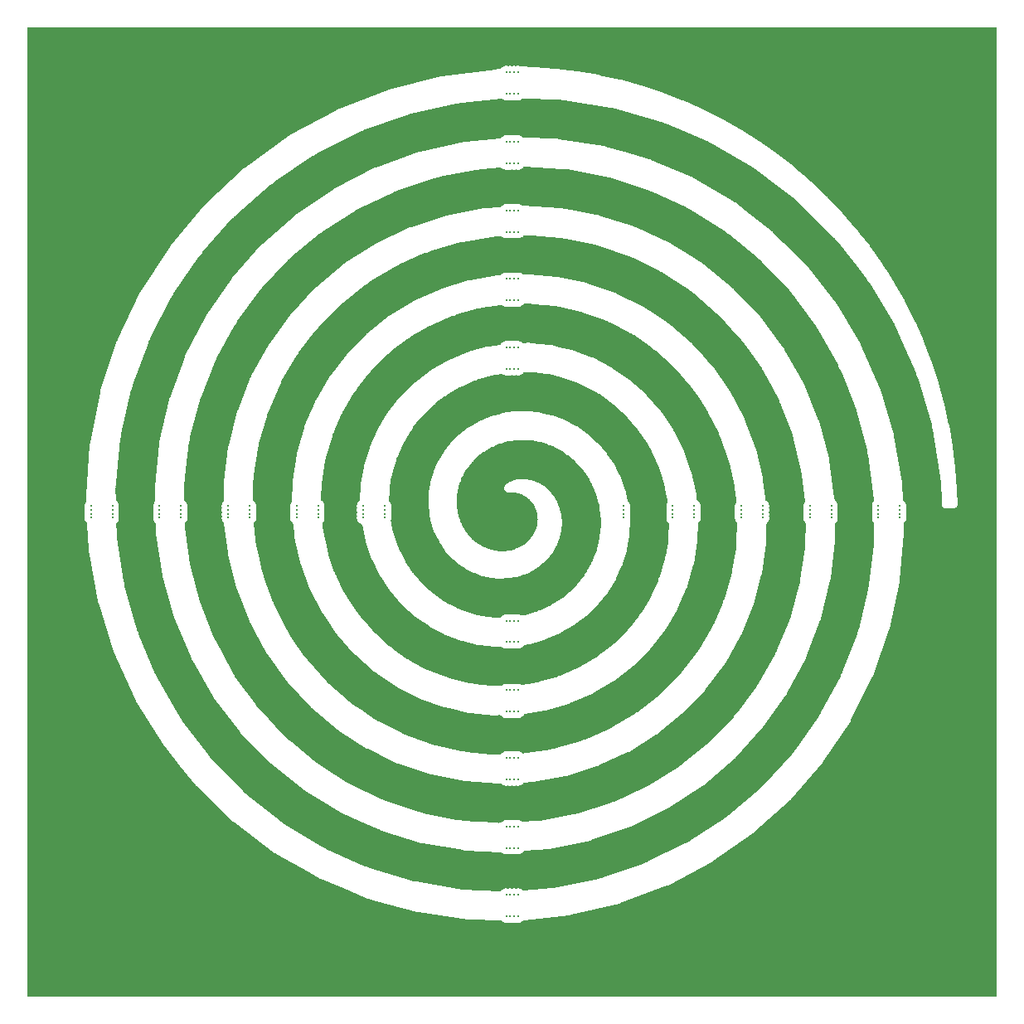
<source format=gbl>
G04 #@! TF.GenerationSoftware,KiCad,Pcbnew,9.0.2-9.0.2-0~ubuntu24.04.1*
G04 #@! TF.CreationDate,2025-06-21T09:29:29-07:00*
G04 #@! TF.ProjectId,2025-flex-spiral,32303235-2d66-46c6-9578-2d7370697261,rev?*
G04 #@! TF.SameCoordinates,Original*
G04 #@! TF.FileFunction,Copper,L2,Bot*
G04 #@! TF.FilePolarity,Positive*
%FSLAX46Y46*%
G04 Gerber Fmt 4.6, Leading zero omitted, Abs format (unit mm)*
G04 Created by KiCad (PCBNEW 9.0.2-9.0.2-0~ubuntu24.04.1) date 2025-06-21 09:29:29*
%MOMM*%
%LPD*%
G01*
G04 APERTURE LIST*
G04 #@! TA.AperFunction,ViaPad*
%ADD10C,0.310000*%
G04 #@! TD*
G04 #@! TA.AperFunction,ViaPad*
%ADD11C,0.600000*%
G04 #@! TD*
G04 APERTURE END LIST*
D10*
G04 #@! TO.N,*
X139600000Y-99400000D03*
X130400000Y-100200000D03*
X100200000Y-139100000D03*
X130400000Y-99400000D03*
X100600000Y-83200000D03*
X99400000Y-111100000D03*
X59200000Y-100200000D03*
X71000000Y-100200000D03*
X100200000Y-83200000D03*
X125600000Y-99800000D03*
X99800000Y-57300000D03*
X100600000Y-85400000D03*
X111400000Y-100600000D03*
X64000000Y-100600000D03*
X132600000Y-99400000D03*
X99400000Y-69200000D03*
X99400000Y-55100000D03*
X100600000Y-111100000D03*
X100600000Y-57300000D03*
X66200000Y-99400000D03*
X84800000Y-100200000D03*
X73200000Y-100600000D03*
X100600000Y-78400000D03*
X99800000Y-55100000D03*
X87000000Y-99400000D03*
X99800000Y-113300000D03*
X100600000Y-76200000D03*
X99800000Y-127300000D03*
X125600000Y-100200000D03*
X100200000Y-69200000D03*
X57000000Y-99800000D03*
X100600000Y-118200000D03*
X99800000Y-76200000D03*
X80200000Y-99400000D03*
X99400000Y-62200000D03*
X71000000Y-99400000D03*
X99400000Y-132100000D03*
X100200000Y-132100000D03*
X100200000Y-55100000D03*
X100200000Y-76200000D03*
X80200000Y-100600000D03*
X116400000Y-100600000D03*
X64000000Y-100200000D03*
X123400000Y-99800000D03*
X139600000Y-100600000D03*
X59200000Y-100600000D03*
X99800000Y-120400000D03*
X100200000Y-118200000D03*
X57000000Y-100200000D03*
X132600000Y-100200000D03*
X100600000Y-127300000D03*
X99800000Y-134300000D03*
X99400000Y-125100000D03*
X73200000Y-99800000D03*
X100200000Y-125100000D03*
X99800000Y-64400000D03*
X59200000Y-99400000D03*
X73200000Y-99400000D03*
X100600000Y-64400000D03*
X111400000Y-99800000D03*
X100200000Y-57300000D03*
X99400000Y-113300000D03*
X71000000Y-100600000D03*
X130400000Y-99800000D03*
X100200000Y-113300000D03*
X99800000Y-71400000D03*
X87000000Y-100200000D03*
X111400000Y-100200000D03*
X99400000Y-85400000D03*
X99400000Y-134300000D03*
X99400000Y-139100000D03*
X137400000Y-100600000D03*
X99400000Y-76200000D03*
X99400000Y-141300000D03*
X100600000Y-62200000D03*
X100200000Y-78400000D03*
X71000000Y-99800000D03*
X100600000Y-125100000D03*
X116400000Y-99800000D03*
X99800000Y-132100000D03*
X84800000Y-100600000D03*
X87000000Y-100600000D03*
X66200000Y-100200000D03*
X99400000Y-118200000D03*
X57000000Y-99400000D03*
X84800000Y-99400000D03*
X100200000Y-111100000D03*
X125600000Y-100600000D03*
X99800000Y-125100000D03*
X100600000Y-134300000D03*
X118600000Y-99800000D03*
X73200000Y-100200000D03*
X100200000Y-85400000D03*
X123400000Y-100200000D03*
X99400000Y-71400000D03*
X123400000Y-99400000D03*
X78000000Y-99400000D03*
X100600000Y-132100000D03*
X100200000Y-134300000D03*
X99800000Y-62200000D03*
X118600000Y-100200000D03*
X99400000Y-64400000D03*
X99800000Y-139100000D03*
X132600000Y-99800000D03*
X64000000Y-99800000D03*
X84800000Y-99800000D03*
X99400000Y-120400000D03*
X100200000Y-141300000D03*
X100200000Y-71400000D03*
X99400000Y-78400000D03*
X80200000Y-100200000D03*
X99800000Y-118200000D03*
X100200000Y-120400000D03*
X87000000Y-99800000D03*
X100200000Y-127300000D03*
X99400000Y-83200000D03*
X137400000Y-100200000D03*
X80200000Y-99800000D03*
X99800000Y-83200000D03*
X99800000Y-78400000D03*
X137400000Y-99400000D03*
X66200000Y-100600000D03*
X99800000Y-85400000D03*
X100600000Y-113300000D03*
X123400000Y-100600000D03*
X100600000Y-69200000D03*
X78000000Y-99800000D03*
X99800000Y-141300000D03*
X99800000Y-111100000D03*
X78000000Y-100600000D03*
X100600000Y-120400000D03*
X111400000Y-99400000D03*
X59200000Y-99800000D03*
X130400000Y-100600000D03*
X132600000Y-100600000D03*
X57000000Y-100600000D03*
X78000000Y-100200000D03*
X66200000Y-99800000D03*
X116400000Y-100200000D03*
X64000000Y-99400000D03*
X100600000Y-139100000D03*
X100600000Y-141300000D03*
X99400000Y-57300000D03*
X118600000Y-99400000D03*
X99800000Y-69200000D03*
X100200000Y-62200000D03*
X100600000Y-71400000D03*
X139600000Y-99800000D03*
X100600000Y-55100000D03*
X125600000Y-99400000D03*
X99400000Y-127300000D03*
X118600000Y-100600000D03*
X100200000Y-64400000D03*
X116400000Y-99400000D03*
X139600000Y-100200000D03*
X137400000Y-99800000D03*
D11*
G04 #@! TO.N,/C*
X115500000Y-87500000D03*
X99000000Y-101212499D03*
X75500000Y-78500000D03*
X98000000Y-67000000D03*
X114000000Y-102000000D03*
X85500000Y-88500000D03*
X61500000Y-102000000D03*
X109071317Y-111928683D03*
X119142634Y-121857366D03*
X128000000Y-102000000D03*
X120500000Y-82500000D03*
X98000000Y-123000000D03*
X68500000Y-102000000D03*
X98000000Y-95000000D03*
X70500000Y-73500000D03*
X135000000Y-102000000D03*
X79500000Y-123500000D03*
X124000000Y-127000000D03*
X130500000Y-72500000D03*
X142000000Y-102000000D03*
X90000000Y-113500000D03*
X97787501Y-60000000D03*
X121000000Y-102000000D03*
X125500000Y-77500000D03*
X98000000Y-74000000D03*
X145000000Y-130050000D03*
X98000000Y-81000000D03*
X98000000Y-137000000D03*
X80500000Y-83500000D03*
X75500000Y-102000000D03*
X85000000Y-118000000D03*
X90000000Y-102000000D03*
X75000000Y-128000000D03*
X98000000Y-115500000D03*
X98000000Y-108500000D03*
X114142634Y-116857366D03*
X98000000Y-130000000D03*
X98000000Y-88000000D03*
X82500000Y-102000000D03*
X107000000Y-102000000D03*
G04 #@! TD*
G04 #@! TA.AperFunction,Conductor*
G04 #@! TO.N,/C*
G36*
X149442539Y-50520185D02*
G01*
X149488294Y-50572989D01*
X149499500Y-50624500D01*
X149499500Y-149375500D01*
X149479815Y-149442539D01*
X149427011Y-149488294D01*
X149375500Y-149499500D01*
X50624500Y-149499500D01*
X50557461Y-149479815D01*
X50511706Y-149427011D01*
X50500500Y-149375500D01*
X50500500Y-99335434D01*
X56344500Y-99335434D01*
X56344500Y-99335438D01*
X56344500Y-99335439D01*
X56344500Y-99464561D01*
X56354243Y-99513541D01*
X56366628Y-99575810D01*
X56366628Y-99624190D01*
X56357939Y-99667873D01*
X56344500Y-99735439D01*
X56344500Y-99864561D01*
X56346847Y-99876358D01*
X56366628Y-99975810D01*
X56366628Y-100024190D01*
X56362496Y-100044965D01*
X56344500Y-100135439D01*
X56344500Y-100264561D01*
X56347748Y-100280891D01*
X56366628Y-100375810D01*
X56366628Y-100424190D01*
X56358562Y-100464744D01*
X56344679Y-100534542D01*
X56344500Y-100535440D01*
X56344500Y-100664565D01*
X56369687Y-100791194D01*
X56369690Y-100791203D01*
X56419100Y-100910491D01*
X56419101Y-100910493D01*
X56490839Y-101017856D01*
X56490842Y-101017860D01*
X56582139Y-101109157D01*
X56586851Y-101113024D01*
X56586039Y-101114012D01*
X56626589Y-101162536D01*
X56636720Y-101205496D01*
X56773842Y-103807197D01*
X56774289Y-103815673D01*
X56771634Y-103847186D01*
X56777741Y-103881193D01*
X56778150Y-103888943D01*
X56778151Y-103888948D01*
X56779562Y-103915703D01*
X56786715Y-103937698D01*
X56790841Y-103954126D01*
X56872714Y-104409958D01*
X57723225Y-109145196D01*
X57724523Y-109176800D01*
X57734825Y-109209774D01*
X57737149Y-109222712D01*
X57740932Y-109243778D01*
X57750778Y-109264718D01*
X57756920Y-109280499D01*
X59319548Y-114282126D01*
X59324552Y-114298141D01*
X59329779Y-114329323D01*
X59344115Y-114360760D01*
X59347667Y-114372128D01*
X59354420Y-114393743D01*
X59354423Y-114393750D01*
X59366799Y-114413289D01*
X59374865Y-114428186D01*
X61494572Y-119076188D01*
X61548799Y-119195093D01*
X61557880Y-119225394D01*
X61576028Y-119254799D01*
X61587031Y-119278926D01*
X61590362Y-119286230D01*
X61605073Y-119304064D01*
X61614936Y-119317840D01*
X61801733Y-119620500D01*
X64357490Y-123761507D01*
X64370279Y-123790434D01*
X64391950Y-123817340D01*
X64410094Y-123846738D01*
X64410095Y-123846739D01*
X64410096Y-123846740D01*
X64426926Y-123862610D01*
X64438428Y-123875046D01*
X66121159Y-125964263D01*
X67703114Y-127928361D01*
X67719408Y-127955462D01*
X67744268Y-127979456D01*
X67765943Y-128006367D01*
X67784627Y-128020017D01*
X67797585Y-128030917D01*
X69281138Y-129462807D01*
X71518029Y-131621800D01*
X71529759Y-131633121D01*
X71549308Y-131657980D01*
X71576968Y-131678685D01*
X71581597Y-131683153D01*
X71601830Y-131702682D01*
X71622073Y-131713895D01*
X71636286Y-131723092D01*
X75774826Y-134821232D01*
X75797324Y-134843459D01*
X75827348Y-134860551D01*
X75855006Y-134881256D01*
X75876491Y-134889857D01*
X75891736Y-134897205D01*
X79257199Y-136813101D01*
X80361925Y-137442001D01*
X80361925Y-137442002D01*
X80369309Y-137446205D01*
X80394401Y-137465450D01*
X80426323Y-137478663D01*
X80433065Y-137482501D01*
X80433071Y-137482504D01*
X80443132Y-137488231D01*
X80456350Y-137495756D01*
X80478730Y-137501607D01*
X80494784Y-137507000D01*
X82759731Y-138444500D01*
X85039837Y-139388275D01*
X85239322Y-139470845D01*
X85266619Y-139486808D01*
X85299937Y-139495935D01*
X85331865Y-139509150D01*
X85331867Y-139509151D01*
X85354812Y-139512165D01*
X85371413Y-139515514D01*
X86155544Y-139730310D01*
X90307177Y-140867562D01*
X90336255Y-140879997D01*
X90370459Y-140884897D01*
X90403781Y-140894025D01*
X90426916Y-140894153D01*
X90443794Y-140895403D01*
X95492391Y-141618681D01*
X95522799Y-141627393D01*
X95557343Y-141627987D01*
X95591538Y-141632886D01*
X95614521Y-141630125D01*
X95631409Y-141629260D01*
X98807634Y-141683896D01*
X98874322Y-141704731D01*
X98893179Y-141720197D01*
X98982139Y-141809157D01*
X98982143Y-141809160D01*
X99089504Y-141880897D01*
X99089505Y-141880897D01*
X99089506Y-141880898D01*
X99089508Y-141880899D01*
X99169033Y-141913839D01*
X99208798Y-141930310D01*
X99208800Y-141930310D01*
X99208805Y-141930312D01*
X99335434Y-141955499D01*
X99335438Y-141955500D01*
X99335439Y-141955500D01*
X99464562Y-141955500D01*
X99464563Y-141955499D01*
X99521070Y-141944259D01*
X99575809Y-141933372D01*
X99624191Y-141933372D01*
X99735434Y-141955499D01*
X99735438Y-141955500D01*
X99735439Y-141955500D01*
X99864562Y-141955500D01*
X99864563Y-141955499D01*
X99921070Y-141944259D01*
X99975809Y-141933372D01*
X100024191Y-141933372D01*
X100135434Y-141955499D01*
X100135438Y-141955500D01*
X100135439Y-141955500D01*
X100264562Y-141955500D01*
X100264563Y-141955499D01*
X100321070Y-141944259D01*
X100375809Y-141933372D01*
X100424191Y-141933372D01*
X100535434Y-141955499D01*
X100535438Y-141955500D01*
X100535439Y-141955500D01*
X100664562Y-141955500D01*
X100664563Y-141955499D01*
X100706774Y-141947103D01*
X100791194Y-141930312D01*
X100791197Y-141930310D01*
X100791202Y-141930310D01*
X100910496Y-141880897D01*
X101017857Y-141809160D01*
X101109160Y-141717857D01*
X101109166Y-141717847D01*
X101109262Y-141717732D01*
X101109331Y-141717684D01*
X101113467Y-141713549D01*
X101114250Y-141714332D01*
X101167004Y-141678392D01*
X101191768Y-141673109D01*
X105888659Y-141164479D01*
X105920268Y-141165392D01*
X105953881Y-141157416D01*
X105988233Y-141153697D01*
X106009812Y-141145334D01*
X106025976Y-141140311D01*
X110937602Y-139974990D01*
X110969085Y-139971951D01*
X111001439Y-139959844D01*
X111035052Y-139951870D01*
X111055429Y-139940875D01*
X111070838Y-139933876D01*
X115782293Y-138170972D01*
X115813144Y-138164031D01*
X115843748Y-138147977D01*
X115876111Y-138135868D01*
X115894935Y-138122432D01*
X115909362Y-138113557D01*
X120348957Y-135784736D01*
X120378710Y-135773997D01*
X120407056Y-135754260D01*
X120437647Y-135738214D01*
X120454668Y-135722517D01*
X120467859Y-135711925D01*
X124567759Y-132857328D01*
X124595936Y-132842963D01*
X124621608Y-132819835D01*
X124649961Y-132800095D01*
X124664882Y-132782407D01*
X124676656Y-132770244D01*
X128375536Y-129438092D01*
X128401699Y-129420325D01*
X128424278Y-129394182D01*
X128449949Y-129371058D01*
X128462547Y-129351648D01*
X128472715Y-129338104D01*
X131715474Y-125583789D01*
X131739211Y-125562901D01*
X131758353Y-125534145D01*
X131780942Y-125507994D01*
X131791024Y-125487153D01*
X131799414Y-125472465D01*
X134538931Y-121357281D01*
X134559882Y-121333590D01*
X134575293Y-121302660D01*
X134594439Y-121273901D01*
X134601839Y-121251976D01*
X134608332Y-121236352D01*
X136805388Y-116827079D01*
X136823221Y-116800956D01*
X136834649Y-116768356D01*
X136850055Y-116737438D01*
X136854663Y-116714760D01*
X136859162Y-116698427D01*
X136862556Y-116688745D01*
X138483085Y-112066005D01*
X138497518Y-112037864D01*
X138504788Y-112004095D01*
X138516218Y-111971492D01*
X138517960Y-111948410D01*
X138520383Y-111931663D01*
X139549974Y-107149761D01*
X139560782Y-107120042D01*
X139563784Y-107085619D01*
X139571057Y-107051842D01*
X139569906Y-107028723D01*
X139570221Y-107011812D01*
X139993729Y-102156230D01*
X140000748Y-102125377D01*
X139999431Y-102090858D01*
X140002432Y-102056456D01*
X139998407Y-102033667D01*
X139996606Y-102016823D01*
X139996230Y-102006975D01*
X139966017Y-101214862D01*
X139983132Y-101147122D01*
X140014189Y-101114282D01*
X140013153Y-101113020D01*
X140017851Y-101109163D01*
X140017857Y-101109160D01*
X140109160Y-101017857D01*
X140180897Y-100910496D01*
X140230310Y-100791202D01*
X140230310Y-100791197D01*
X140230312Y-100791194D01*
X140249543Y-100694509D01*
X140255500Y-100664561D01*
X140255500Y-100535439D01*
X140233372Y-100424190D01*
X140233372Y-100375809D01*
X140253251Y-100275867D01*
X140255500Y-100264561D01*
X140255500Y-100135439D01*
X140251870Y-100117187D01*
X140233372Y-100024191D01*
X140233372Y-99975809D01*
X140253153Y-99876358D01*
X140255500Y-99864561D01*
X140255500Y-99735439D01*
X140242061Y-99667873D01*
X140233372Y-99624191D01*
X140233372Y-99575809D01*
X140245757Y-99513541D01*
X140255500Y-99464561D01*
X140255500Y-99335439D01*
X140247144Y-99293428D01*
X140230312Y-99208805D01*
X140230309Y-99208796D01*
X140220474Y-99185053D01*
X140191819Y-99115871D01*
X140180899Y-99089508D01*
X140180898Y-99089506D01*
X140171437Y-99075347D01*
X140109160Y-98982143D01*
X140109159Y-98982142D01*
X140109157Y-98982139D01*
X140017860Y-98890842D01*
X140017856Y-98890839D01*
X139930941Y-98832764D01*
X139926393Y-98829725D01*
X139881589Y-98776114D01*
X139871376Y-98731349D01*
X139811641Y-97163634D01*
X139814756Y-97132155D01*
X139809143Y-97098065D01*
X139807828Y-97063549D01*
X139805888Y-97057275D01*
X139800993Y-97041443D01*
X139797106Y-97024958D01*
X139010917Y-92249989D01*
X139010081Y-92218377D01*
X139000259Y-92185252D01*
X138994646Y-92151162D01*
X138985107Y-92130086D01*
X138979194Y-92114219D01*
X137609903Y-87496368D01*
X137608389Y-87491263D01*
X137603615Y-87459999D01*
X137589738Y-87428361D01*
X137579917Y-87395241D01*
X137567815Y-87375505D01*
X137559975Y-87360510D01*
X135630109Y-82960732D01*
X135621470Y-82930306D01*
X135603755Y-82900649D01*
X135589879Y-82869014D01*
X135575412Y-82850946D01*
X135565757Y-82837037D01*
X133110853Y-78727257D01*
X133098487Y-78698150D01*
X133077207Y-78670930D01*
X133059490Y-78641270D01*
X133042881Y-78625147D01*
X133031569Y-78612554D01*
X133020075Y-78597852D01*
X130093906Y-74854932D01*
X130078003Y-74827592D01*
X130053497Y-74803244D01*
X130032220Y-74776028D01*
X130013729Y-74762103D01*
X130000927Y-74751014D01*
X129982695Y-74732900D01*
X127728897Y-72493638D01*
X126635592Y-71407385D01*
X126629569Y-71401401D01*
X126610380Y-71376260D01*
X126583023Y-71355156D01*
X126577510Y-71349678D01*
X126577509Y-71349677D01*
X126558520Y-71330810D01*
X126558517Y-71330808D01*
X126538438Y-71319301D01*
X126524361Y-71309902D01*
X123801771Y-69209610D01*
X122782256Y-68423124D01*
X122782256Y-68423123D01*
X122775532Y-68417936D01*
X122753366Y-68395395D01*
X122723595Y-68377872D01*
X122696236Y-68356766D01*
X122696234Y-68356765D01*
X122696229Y-68356762D01*
X122674881Y-68347855D01*
X122659731Y-68340281D01*
X118601415Y-65951552D01*
X118594105Y-65947249D01*
X118569286Y-65927639D01*
X118537562Y-65913968D01*
X118530872Y-65910030D01*
X118530871Y-65910029D01*
X118514604Y-65900455D01*
X118507795Y-65896447D01*
X118507793Y-65896446D01*
X118485486Y-65890268D01*
X118469513Y-65884643D01*
X114160838Y-64027882D01*
X114160837Y-64027882D01*
X114153038Y-64024521D01*
X114125970Y-64008163D01*
X114092790Y-63998557D01*
X114085658Y-63995484D01*
X114061063Y-63984885D01*
X114038162Y-63981539D01*
X114021612Y-63977952D01*
X111471798Y-63239795D01*
X109531638Y-62678129D01*
X109531638Y-62678128D01*
X109523472Y-62675764D01*
X109494585Y-62662916D01*
X109460467Y-62657525D01*
X109453009Y-62655366D01*
X109453003Y-62655365D01*
X109427271Y-62647916D01*
X109404142Y-62647453D01*
X109387273Y-62645959D01*
X104787568Y-61919201D01*
X104787568Y-61919200D01*
X104779177Y-61917874D01*
X104748913Y-61908732D01*
X104714393Y-61907640D01*
X104706721Y-61906428D01*
X104706719Y-61906427D01*
X104680269Y-61902249D01*
X104680267Y-61902249D01*
X104680266Y-61902249D01*
X104668015Y-61903541D01*
X104657242Y-61904677D01*
X104640323Y-61905298D01*
X101170119Y-61795596D01*
X101103735Y-61773803D01*
X101086360Y-61759343D01*
X101017857Y-61690840D01*
X101017856Y-61690839D01*
X101017855Y-61690838D01*
X100910493Y-61619101D01*
X100910491Y-61619100D01*
X100791203Y-61569690D01*
X100791194Y-61569687D01*
X100664565Y-61544500D01*
X100664561Y-61544500D01*
X100535439Y-61544500D01*
X100498298Y-61551887D01*
X100424190Y-61566628D01*
X100375810Y-61566628D01*
X100301701Y-61551887D01*
X100264561Y-61544500D01*
X100135439Y-61544500D01*
X100098298Y-61551887D01*
X100024190Y-61566628D01*
X99975810Y-61566628D01*
X99901701Y-61551887D01*
X99864561Y-61544500D01*
X99735439Y-61544500D01*
X99698298Y-61551887D01*
X99624190Y-61566628D01*
X99575810Y-61566628D01*
X99501701Y-61551887D01*
X99464561Y-61544500D01*
X99335439Y-61544500D01*
X99335434Y-61544500D01*
X99208805Y-61569687D01*
X99208796Y-61569690D01*
X99089508Y-61619100D01*
X99089506Y-61619101D01*
X98982144Y-61690838D01*
X98890837Y-61782146D01*
X98872628Y-61809397D01*
X98819014Y-61854200D01*
X98781106Y-61863961D01*
X95253384Y-62194793D01*
X95244928Y-62195585D01*
X95213339Y-62194220D01*
X95179607Y-62201711D01*
X95171881Y-62202436D01*
X95171876Y-62202437D01*
X95145202Y-62204939D01*
X95145201Y-62204939D01*
X95123511Y-62212986D01*
X95107270Y-62217778D01*
X90612108Y-63216239D01*
X90612107Y-63216239D01*
X90603820Y-63218079D01*
X90572297Y-63220667D01*
X90539786Y-63232301D01*
X90532210Y-63233984D01*
X90532202Y-63233987D01*
X90506058Y-63239795D01*
X90485526Y-63250493D01*
X90470014Y-63257272D01*
X86150903Y-64803063D01*
X86150902Y-64803063D01*
X86142905Y-64805925D01*
X86111955Y-64812425D01*
X86081141Y-64828029D01*
X86073831Y-64830646D01*
X86073829Y-64830647D01*
X86048617Y-64839671D01*
X86048612Y-64839673D01*
X86048611Y-64839674D01*
X86048609Y-64839675D01*
X86048606Y-64839677D01*
X86029579Y-64852847D01*
X86015031Y-64861510D01*
X81938209Y-66926180D01*
X81938208Y-66926181D01*
X81930634Y-66930016D01*
X81900736Y-66940328D01*
X81872114Y-66959652D01*
X81865179Y-66963165D01*
X81865177Y-66963165D01*
X81841291Y-66975263D01*
X81841284Y-66975268D01*
X81824045Y-66990712D01*
X81810695Y-67001121D01*
X78037666Y-69548669D01*
X78030626Y-69553422D01*
X78002258Y-69567378D01*
X77976259Y-69590131D01*
X77969825Y-69594476D01*
X77947618Y-69609471D01*
X77947616Y-69609473D01*
X77932451Y-69626934D01*
X77920498Y-69638933D01*
X74507830Y-72625729D01*
X74501443Y-72631318D01*
X74475020Y-72648718D01*
X74452075Y-72674526D01*
X74446233Y-72679640D01*
X74426087Y-72697272D01*
X74426086Y-72697273D01*
X74413200Y-72716516D01*
X74402845Y-72729903D01*
X71401249Y-76106307D01*
X71395610Y-76112651D01*
X71371570Y-76133206D01*
X71352013Y-76161690D01*
X71346853Y-76167496D01*
X71346851Y-76167496D01*
X71329064Y-76187506D01*
X71329061Y-76187510D01*
X71318687Y-76208193D01*
X71310078Y-76222775D01*
X68762975Y-79932980D01*
X68762974Y-79932981D01*
X68758165Y-79939985D01*
X68736882Y-79963374D01*
X68721043Y-79994054D01*
X68716645Y-80000462D01*
X68716642Y-80000469D01*
X68701486Y-80022547D01*
X68701483Y-80022552D01*
X68693769Y-80044371D01*
X68687048Y-80059912D01*
X66630767Y-84043437D01*
X66626875Y-84050977D01*
X66608668Y-84076851D01*
X66596779Y-84109276D01*
X66593212Y-84116188D01*
X66593213Y-84116188D01*
X66580934Y-84139976D01*
X66580933Y-84139978D01*
X66576001Y-84162590D01*
X66571272Y-84178847D01*
X65037827Y-88361418D01*
X65031181Y-88379545D01*
X65016349Y-88407480D01*
X65008596Y-88441142D01*
X65005922Y-88448438D01*
X65005920Y-88448439D01*
X64996706Y-88473576D01*
X64996704Y-88473585D01*
X64994633Y-88496629D01*
X64991969Y-88513352D01*
X63993855Y-92848002D01*
X63992113Y-92855570D01*
X63991951Y-92856272D01*
X63980718Y-92885848D01*
X63977227Y-92920211D01*
X63975486Y-92927775D01*
X63975485Y-92927784D01*
X63969477Y-92953874D01*
X63970298Y-92977005D01*
X63969741Y-92993927D01*
X63522081Y-97402075D01*
X63522081Y-97402077D01*
X63521574Y-97407074D01*
X63521223Y-97410526D01*
X63513770Y-97441261D01*
X63514593Y-97475793D01*
X63513809Y-97483519D01*
X63513809Y-97483524D01*
X63511103Y-97510176D01*
X63511103Y-97510177D01*
X63514802Y-97533014D01*
X63516362Y-97549879D01*
X63547892Y-98870733D01*
X63529813Y-98938223D01*
X63511612Y-98961370D01*
X63490838Y-98982145D01*
X63490837Y-98982146D01*
X63419101Y-99089506D01*
X63419100Y-99089508D01*
X63369690Y-99208796D01*
X63369687Y-99208805D01*
X63344500Y-99335434D01*
X63344500Y-99335438D01*
X63344500Y-99335439D01*
X63344500Y-99464561D01*
X63354243Y-99513541D01*
X63366628Y-99575810D01*
X63366628Y-99624190D01*
X63357939Y-99667873D01*
X63344500Y-99735439D01*
X63344500Y-99864561D01*
X63346847Y-99876358D01*
X63366628Y-99975810D01*
X63366628Y-100024190D01*
X63362496Y-100044965D01*
X63344500Y-100135439D01*
X63344500Y-100264561D01*
X63347748Y-100280891D01*
X63366628Y-100375810D01*
X63366628Y-100424190D01*
X63358562Y-100464744D01*
X63344679Y-100534542D01*
X63344500Y-100535440D01*
X63344500Y-100664565D01*
X63369687Y-100791194D01*
X63369690Y-100791203D01*
X63419100Y-100910491D01*
X63419101Y-100910493D01*
X63490839Y-101017856D01*
X63490842Y-101017860D01*
X63566717Y-101093735D01*
X63600202Y-101155058D01*
X63603001Y-101178454D01*
X63621721Y-101961993D01*
X63621857Y-101967694D01*
X63621924Y-101970472D01*
X63618364Y-102001909D01*
X63623490Y-102036058D01*
X63623676Y-102043824D01*
X63623677Y-102043826D01*
X63624317Y-102070597D01*
X63630840Y-102092808D01*
X63634490Y-102109337D01*
X63653337Y-102234883D01*
X64287098Y-106456702D01*
X64288359Y-106465102D01*
X64288749Y-106496727D01*
X64298097Y-106529977D01*
X64299250Y-106537653D01*
X64303227Y-106564140D01*
X64303228Y-106564143D01*
X64311495Y-106583124D01*
X64312469Y-106585359D01*
X64318156Y-106601311D01*
X65503364Y-110816355D01*
X65505711Y-110824699D01*
X65510044Y-110856032D01*
X65523469Y-110887857D01*
X65525572Y-110895334D01*
X65532820Y-110921108D01*
X65532822Y-110921114D01*
X65544640Y-110941014D01*
X65552272Y-110956131D01*
X67247439Y-114974355D01*
X67250739Y-114982179D01*
X67258947Y-115012720D01*
X67276236Y-115042616D01*
X67279256Y-115049774D01*
X67279259Y-115049780D01*
X67289668Y-115074453D01*
X67303872Y-115092716D01*
X67313334Y-115106766D01*
X69487933Y-118867056D01*
X69487932Y-118867056D01*
X69492184Y-118874410D01*
X69504138Y-118903687D01*
X69525020Y-118931189D01*
X69528910Y-118937915D01*
X69528914Y-118937920D01*
X69542318Y-118961099D01*
X69558696Y-118977453D01*
X69569836Y-118990212D01*
X72186136Y-122435924D01*
X72191269Y-122442685D01*
X72206786Y-122470246D01*
X72230940Y-122494931D01*
X72251831Y-122522444D01*
X72270129Y-122536633D01*
X72282766Y-122547894D01*
X73526056Y-123818489D01*
X75296577Y-125627893D01*
X75296579Y-125627895D01*
X75302514Y-125633961D01*
X75321346Y-125659368D01*
X75348386Y-125680842D01*
X75353820Y-125686395D01*
X75372552Y-125705537D01*
X75372554Y-125705539D01*
X75392477Y-125717331D01*
X75406429Y-125726934D01*
X78773915Y-128401138D01*
X78795773Y-128424000D01*
X78825293Y-128441938D01*
X78852347Y-128463423D01*
X78870296Y-128471210D01*
X78873576Y-128472633D01*
X78888620Y-128480421D01*
X80707796Y-129585901D01*
X82548611Y-130704531D01*
X82573153Y-130724488D01*
X82604671Y-130738598D01*
X82634193Y-130756538D01*
X82656421Y-130763032D01*
X82672305Y-130768876D01*
X85150511Y-131878326D01*
X86545669Y-132502914D01*
X86565322Y-132511712D01*
X86592166Y-132528453D01*
X86625210Y-132538523D01*
X86656734Y-132552636D01*
X86679588Y-132556303D01*
X86696083Y-132560122D01*
X90759538Y-133798471D01*
X90788258Y-133811731D01*
X90822305Y-133817600D01*
X90855347Y-133827670D01*
X90878464Y-133828456D01*
X90895312Y-133830185D01*
X95056067Y-134547464D01*
X95056066Y-134547464D01*
X95064426Y-134548905D01*
X95094581Y-134558478D01*
X95129081Y-134560051D01*
X95163116Y-134565919D01*
X95186185Y-134563811D01*
X95203090Y-134563427D01*
X98857247Y-134730106D01*
X98923320Y-134752825D01*
X98939278Y-134766296D01*
X98982139Y-134809157D01*
X98982143Y-134809160D01*
X99089504Y-134880897D01*
X99089505Y-134880897D01*
X99089506Y-134880898D01*
X99089508Y-134880899D01*
X99169033Y-134913839D01*
X99208798Y-134930310D01*
X99208800Y-134930310D01*
X99208805Y-134930312D01*
X99335434Y-134955499D01*
X99335438Y-134955500D01*
X99335439Y-134955500D01*
X99464562Y-134955500D01*
X99464563Y-134955499D01*
X99521070Y-134944259D01*
X99575809Y-134933372D01*
X99624191Y-134933372D01*
X99735434Y-134955499D01*
X99735438Y-134955500D01*
X99735439Y-134955500D01*
X99864562Y-134955500D01*
X99864563Y-134955499D01*
X99921070Y-134944259D01*
X99975809Y-134933372D01*
X100024191Y-134933372D01*
X100135434Y-134955499D01*
X100135438Y-134955500D01*
X100135439Y-134955500D01*
X100264562Y-134955500D01*
X100264563Y-134955499D01*
X100321070Y-134944259D01*
X100375809Y-134933372D01*
X100424191Y-134933372D01*
X100535434Y-134955499D01*
X100535438Y-134955500D01*
X100535439Y-134955500D01*
X100664562Y-134955500D01*
X100664563Y-134955499D01*
X100706774Y-134947103D01*
X100791194Y-134930312D01*
X100791197Y-134930310D01*
X100791202Y-134930310D01*
X100910496Y-134880897D01*
X101017857Y-134809160D01*
X101109160Y-134717857D01*
X101138919Y-134673318D01*
X101192531Y-134628513D01*
X101232170Y-134618601D01*
X103733791Y-134419239D01*
X103765373Y-134421047D01*
X103799191Y-134414028D01*
X103833624Y-134411284D01*
X103855431Y-134403536D01*
X103871727Y-134398972D01*
X107963094Y-133549818D01*
X107994654Y-133547671D01*
X108027335Y-133536485D01*
X108061158Y-133529466D01*
X108081838Y-133519052D01*
X108097437Y-133512492D01*
X112034250Y-132165128D01*
X112065297Y-132159059D01*
X112096328Y-132143882D01*
X112129008Y-132132698D01*
X112148231Y-132119782D01*
X112162874Y-132111336D01*
X115885215Y-130290860D01*
X115915260Y-130280965D01*
X115944151Y-130262036D01*
X115975182Y-130246861D01*
X115992640Y-130231650D01*
X116006118Y-130221439D01*
X119457625Y-127960226D01*
X119486209Y-127946653D01*
X119512508Y-127924270D01*
X119541394Y-127905346D01*
X119556820Y-127888073D01*
X119568933Y-127876247D01*
X119579603Y-127867166D01*
X122697996Y-125213152D01*
X122724655Y-125196124D01*
X122747961Y-125170628D01*
X122774267Y-125148240D01*
X122787409Y-125129187D01*
X122797944Y-125115949D01*
X125558497Y-122096076D01*
X125582825Y-122075852D01*
X125602766Y-122047648D01*
X125626070Y-122022156D01*
X125636740Y-122001598D01*
X125645537Y-121987156D01*
X127997591Y-118660618D01*
X128019203Y-118637518D01*
X128035465Y-118607052D01*
X128055407Y-118578849D01*
X128063423Y-118557131D01*
X128070357Y-118541685D01*
X129980700Y-114962911D01*
X129999259Y-114937297D01*
X130011595Y-114905033D01*
X130027862Y-114874560D01*
X130033106Y-114852013D01*
X130038057Y-114835823D01*
X131480658Y-111062945D01*
X131495875Y-111035216D01*
X131504087Y-111001671D01*
X131516425Y-110969404D01*
X131518814Y-110946373D01*
X131521709Y-110929686D01*
X131535875Y-110871821D01*
X132478097Y-107023087D01*
X132489741Y-106993658D01*
X132493702Y-106959347D01*
X132501912Y-106925812D01*
X132501409Y-106902661D01*
X132502198Y-106885752D01*
X132505197Y-106859777D01*
X132961466Y-102907656D01*
X132969342Y-102877026D01*
X132968991Y-102842474D01*
X132972954Y-102808154D01*
X132969568Y-102785267D01*
X132968240Y-102768396D01*
X132952548Y-101220337D01*
X132971552Y-101153102D01*
X133007650Y-101115979D01*
X133017857Y-101109160D01*
X133109160Y-101017857D01*
X133180897Y-100910496D01*
X133230310Y-100791202D01*
X133230310Y-100791197D01*
X133230312Y-100791194D01*
X133249543Y-100694509D01*
X133255500Y-100664561D01*
X133255500Y-100535439D01*
X133233372Y-100424190D01*
X133233372Y-100375809D01*
X133253251Y-100275867D01*
X133255500Y-100264561D01*
X133255500Y-100135439D01*
X133251870Y-100117187D01*
X133233372Y-100024191D01*
X133233372Y-99975809D01*
X133253153Y-99876358D01*
X133255500Y-99864561D01*
X133255500Y-99735439D01*
X133242061Y-99667873D01*
X133233372Y-99624191D01*
X133233372Y-99575809D01*
X133245757Y-99513541D01*
X133255500Y-99464561D01*
X133255500Y-99335439D01*
X133247144Y-99293428D01*
X133230312Y-99208805D01*
X133230309Y-99208796D01*
X133220474Y-99185053D01*
X133191819Y-99115871D01*
X133180899Y-99089508D01*
X133180898Y-99089506D01*
X133171437Y-99075347D01*
X133109160Y-98982143D01*
X133109159Y-98982142D01*
X133109157Y-98982139D01*
X133017860Y-98890842D01*
X133017856Y-98890839D01*
X132985769Y-98869399D01*
X132940964Y-98815787D01*
X132930899Y-98773986D01*
X132930172Y-98762287D01*
X132931714Y-98750166D01*
X132927491Y-98719147D01*
X132927210Y-98714610D01*
X132927388Y-98713825D01*
X132926977Y-98708179D01*
X132926706Y-98681418D01*
X132920486Y-98659110D01*
X132917063Y-98642531D01*
X132916278Y-98636763D01*
X132381646Y-94708971D01*
X132381689Y-94677329D01*
X132372797Y-94643963D01*
X132368140Y-94609747D01*
X132359182Y-94588387D01*
X132353717Y-94572365D01*
X132346363Y-94544771D01*
X131335942Y-90753199D01*
X131332037Y-90721806D01*
X131319048Y-90689804D01*
X131310154Y-90656429D01*
X131298601Y-90636356D01*
X131291181Y-90621146D01*
X129814534Y-86982983D01*
X129811341Y-86975117D01*
X129803550Y-86944458D01*
X129786665Y-86914319D01*
X129773676Y-86882317D01*
X129762831Y-86867972D01*
X129759716Y-86863851D01*
X129750451Y-86849679D01*
X129313930Y-86070520D01*
X127835684Y-83431953D01*
X127824128Y-83402508D01*
X127803623Y-83374724D01*
X127799826Y-83367947D01*
X127799822Y-83367941D01*
X127786738Y-83344587D01*
X127786737Y-83344586D01*
X127770576Y-83328002D01*
X127759616Y-83315099D01*
X127751641Y-83304294D01*
X126310228Y-81351262D01*
X125448576Y-80183773D01*
X125448576Y-80183772D01*
X125443534Y-80176940D01*
X125428392Y-80149168D01*
X125404580Y-80124162D01*
X125384072Y-80096375D01*
X125384070Y-80096373D01*
X125365968Y-80081937D01*
X125353483Y-80070503D01*
X125328599Y-80044371D01*
X122675878Y-77258661D01*
X122657383Y-77232987D01*
X122630627Y-77211141D01*
X122628183Y-77208574D01*
X122625270Y-77205515D01*
X122625269Y-77205514D01*
X122606814Y-77186134D01*
X122606813Y-77186133D01*
X122587046Y-77174067D01*
X122573233Y-77164280D01*
X122461473Y-77073029D01*
X119579073Y-74719575D01*
X119557519Y-74696412D01*
X119528253Y-74678081D01*
X119518108Y-74669798D01*
X119501504Y-74656240D01*
X119480383Y-74646734D01*
X119465456Y-74638748D01*
X117627197Y-73487349D01*
X116204304Y-72596116D01*
X116180031Y-72575827D01*
X116148709Y-72561293D01*
X116142127Y-72557170D01*
X116142126Y-72557169D01*
X116119434Y-72542957D01*
X116097295Y-72536163D01*
X116081484Y-72530101D01*
X112614427Y-70921380D01*
X112614427Y-70921379D01*
X112606722Y-70917804D01*
X112580114Y-70900708D01*
X112547221Y-70890196D01*
X112540178Y-70886928D01*
X112540170Y-70886925D01*
X112515891Y-70875660D01*
X112515889Y-70875659D01*
X112507288Y-70874159D01*
X112493080Y-70871681D01*
X112476640Y-70867641D01*
X108852343Y-69709464D01*
X108852343Y-69709463D01*
X108844248Y-69706876D01*
X108815715Y-69693234D01*
X108781753Y-69686906D01*
X108774356Y-69684543D01*
X108774355Y-69684542D01*
X108748857Y-69676394D01*
X108748851Y-69676393D01*
X108725733Y-69675294D01*
X108708914Y-69673336D01*
X108494253Y-69633344D01*
X106482465Y-69258541D01*
X104985713Y-68979691D01*
X104977369Y-68978136D01*
X104947337Y-68968158D01*
X104912881Y-68966121D01*
X104905241Y-68964698D01*
X104905235Y-68964698D01*
X104878930Y-68959798D01*
X104878925Y-68959797D01*
X104855827Y-68961593D01*
X104838905Y-68961750D01*
X101112884Y-68741602D01*
X101047123Y-68717998D01*
X101032517Y-68705499D01*
X101017860Y-68690842D01*
X101017856Y-68690839D01*
X100910493Y-68619101D01*
X100910491Y-68619100D01*
X100791203Y-68569690D01*
X100791194Y-68569687D01*
X100664565Y-68544500D01*
X100664561Y-68544500D01*
X100535439Y-68544500D01*
X100498298Y-68551887D01*
X100424190Y-68566628D01*
X100375810Y-68566628D01*
X100301701Y-68551887D01*
X100264561Y-68544500D01*
X100135439Y-68544500D01*
X100098298Y-68551887D01*
X100024190Y-68566628D01*
X99975810Y-68566628D01*
X99901701Y-68551887D01*
X99864561Y-68544500D01*
X99735439Y-68544500D01*
X99698298Y-68551887D01*
X99624190Y-68566628D01*
X99575810Y-68566628D01*
X99501701Y-68551887D01*
X99464561Y-68544500D01*
X99335439Y-68544500D01*
X99335434Y-68544500D01*
X99208805Y-68569687D01*
X99208796Y-68569690D01*
X99089508Y-68619100D01*
X99089506Y-68619101D01*
X98982144Y-68690838D01*
X98890837Y-68782146D01*
X98890836Y-68782148D01*
X98860095Y-68828154D01*
X98806482Y-68872959D01*
X98765188Y-68882991D01*
X97183029Y-68987767D01*
X97183030Y-68987768D01*
X97174560Y-68988328D01*
X97143007Y-68986100D01*
X97109103Y-68992663D01*
X97101347Y-68993177D01*
X97101346Y-68993178D01*
X97074630Y-68994947D01*
X97052710Y-69002404D01*
X97036349Y-69006748D01*
X93369369Y-69716701D01*
X93361036Y-69718314D01*
X93329442Y-69720042D01*
X93296637Y-69730781D01*
X93289016Y-69732257D01*
X93289006Y-69732260D01*
X93262726Y-69737349D01*
X93262724Y-69737349D01*
X93262723Y-69737350D01*
X93241893Y-69747489D01*
X93226208Y-69753839D01*
X89692893Y-70910643D01*
X89684819Y-70913286D01*
X89653702Y-70918940D01*
X89622485Y-70933694D01*
X89615103Y-70936111D01*
X89615099Y-70936113D01*
X89589646Y-70944447D01*
X89589644Y-70944447D01*
X89570255Y-70957100D01*
X89555480Y-70965362D01*
X86209857Y-72546638D01*
X86209856Y-72546637D01*
X86202179Y-72550265D01*
X86172000Y-72559764D01*
X86142875Y-72578295D01*
X86135851Y-72581616D01*
X86135846Y-72581619D01*
X86111654Y-72593053D01*
X86093984Y-72608037D01*
X86080359Y-72618075D01*
X82973068Y-74595290D01*
X82973069Y-74595291D01*
X82965906Y-74599848D01*
X82937154Y-74613037D01*
X82910560Y-74635066D01*
X82904009Y-74639235D01*
X82904010Y-74639235D01*
X82881416Y-74653612D01*
X82881414Y-74653614D01*
X82865767Y-74670671D01*
X82853497Y-74682337D01*
X80030623Y-77020806D01*
X80030622Y-77020805D01*
X80024077Y-77026226D01*
X79997203Y-77042896D01*
X79973569Y-77068069D01*
X79967591Y-77073022D01*
X79967584Y-77073029D01*
X79946967Y-77090108D01*
X79933564Y-77108994D01*
X79922848Y-77122097D01*
X77425846Y-79781880D01*
X77425847Y-79781881D01*
X77420033Y-79788073D01*
X77395437Y-79807979D01*
X77375137Y-79835896D01*
X77369818Y-79841563D01*
X77369817Y-79841565D01*
X77351504Y-79861073D01*
X77351503Y-79861074D01*
X77340558Y-79881493D01*
X77331563Y-79895828D01*
X75196322Y-82832603D01*
X75191329Y-82839469D01*
X75169415Y-82862283D01*
X75152753Y-82892526D01*
X75148183Y-82898813D01*
X75148182Y-82898816D01*
X75132440Y-82920467D01*
X75132439Y-82920469D01*
X75124137Y-82942075D01*
X75116999Y-82957428D01*
X73373436Y-86122373D01*
X73373435Y-86122373D01*
X73369337Y-86129811D01*
X73350442Y-86155182D01*
X73337692Y-86187252D01*
X73333941Y-86194061D01*
X73333941Y-86194063D01*
X73321026Y-86217509D01*
X73321024Y-86217514D01*
X73315477Y-86240009D01*
X73310313Y-86256125D01*
X71981888Y-89597896D01*
X71981888Y-89597897D01*
X71980123Y-89602338D01*
X71978753Y-89605784D01*
X71963170Y-89633318D01*
X71954520Y-89666738D01*
X71951651Y-89673956D01*
X71951650Y-89673962D01*
X71941759Y-89698846D01*
X71939066Y-89721844D01*
X71935953Y-89738484D01*
X71039369Y-93203060D01*
X71037240Y-93211283D01*
X71025216Y-93240548D01*
X71020805Y-93274790D01*
X71018858Y-93282315D01*
X71018858Y-93282319D01*
X71012155Y-93308223D01*
X71012153Y-93308234D01*
X71012352Y-93331380D01*
X71011341Y-93348281D01*
X70556455Y-96880328D01*
X70555370Y-96888750D01*
X70547093Y-96919292D01*
X70546993Y-96953797D01*
X70546001Y-96961500D01*
X70546001Y-96961512D01*
X70542583Y-96988052D01*
X70542583Y-96988059D01*
X70545672Y-97011022D01*
X70546778Y-97027910D01*
X70541424Y-98880552D01*
X70521546Y-98947535D01*
X70505111Y-98967871D01*
X70490838Y-98982144D01*
X70490837Y-98982146D01*
X70419101Y-99089506D01*
X70419100Y-99089508D01*
X70369690Y-99208796D01*
X70369687Y-99208805D01*
X70344500Y-99335434D01*
X70344500Y-99335438D01*
X70344500Y-99335439D01*
X70344500Y-99464561D01*
X70354243Y-99513541D01*
X70366628Y-99575810D01*
X70366628Y-99624190D01*
X70357939Y-99667873D01*
X70344500Y-99735439D01*
X70344500Y-99864561D01*
X70346847Y-99876358D01*
X70366628Y-99975810D01*
X70366628Y-100024190D01*
X70362496Y-100044965D01*
X70344500Y-100135439D01*
X70344500Y-100264561D01*
X70347748Y-100280891D01*
X70366628Y-100375810D01*
X70366628Y-100424190D01*
X70358562Y-100464744D01*
X70344679Y-100534542D01*
X70344500Y-100535440D01*
X70344500Y-100664565D01*
X70369687Y-100791194D01*
X70369690Y-100791203D01*
X70419100Y-100910491D01*
X70419101Y-100910493D01*
X70490838Y-101017855D01*
X70490839Y-101017856D01*
X70490840Y-101017857D01*
X70564479Y-101091496D01*
X70597963Y-101152817D01*
X70599871Y-101164054D01*
X70975322Y-104219801D01*
X70976357Y-104228232D01*
X70975902Y-104259861D01*
X70984357Y-104293341D01*
X70985305Y-104301052D01*
X70985306Y-104301056D01*
X70988571Y-104327626D01*
X70988571Y-104327628D01*
X70997244Y-104349090D01*
X71002501Y-104365184D01*
X71861772Y-107767463D01*
X71863850Y-107775692D01*
X71867349Y-107807147D01*
X71879915Y-107839303D01*
X71881818Y-107846837D01*
X71888370Y-107872778D01*
X71888370Y-107872779D01*
X71899660Y-107893003D01*
X71906882Y-107908309D01*
X73177880Y-111160582D01*
X73177879Y-111160582D01*
X73180969Y-111168488D01*
X73188366Y-111199255D01*
X73204849Y-111229591D01*
X73207009Y-111235117D01*
X73217418Y-111261751D01*
X73231146Y-111280408D01*
X73240223Y-111294695D01*
X73802123Y-112328834D01*
X74903073Y-114355058D01*
X74914253Y-114384663D01*
X74934396Y-114412707D01*
X74938101Y-114419526D01*
X74938103Y-114419530D01*
X74950883Y-114443050D01*
X74966827Y-114459840D01*
X74977621Y-114472886D01*
X76994368Y-117280680D01*
X76999317Y-117287570D01*
X77014107Y-117315549D01*
X77037590Y-117340855D01*
X77042124Y-117347167D01*
X77042124Y-117347168D01*
X77049298Y-117357155D01*
X77057733Y-117368898D01*
X77075658Y-117383576D01*
X77087985Y-117395161D01*
X79433428Y-119922640D01*
X79451592Y-119948551D01*
X79478060Y-119970736D01*
X79501549Y-119996048D01*
X79521162Y-120008370D01*
X79534838Y-120018327D01*
X82164046Y-122222080D01*
X82185304Y-122245523D01*
X82214327Y-122264225D01*
X82240790Y-122286406D01*
X82261786Y-122296182D01*
X82276607Y-122304358D01*
X85138678Y-124148672D01*
X85138677Y-124148672D01*
X85145812Y-124153269D01*
X85169822Y-124173868D01*
X85200947Y-124188798D01*
X85229980Y-124207507D01*
X85252049Y-124214591D01*
X85267763Y-124220849D01*
X87783211Y-125427484D01*
X88290315Y-125670737D01*
X88329764Y-125689660D01*
X88356177Y-125707111D01*
X88388919Y-125718036D01*
X88420043Y-125732966D01*
X88442820Y-125737239D01*
X88459194Y-125741485D01*
X91663917Y-126810824D01*
X91692285Y-126824834D01*
X91726155Y-126831591D01*
X91758916Y-126842523D01*
X91780562Y-126843828D01*
X91782024Y-126843917D01*
X91798818Y-126846088D01*
X95095014Y-127503727D01*
X95124923Y-127514090D01*
X95159354Y-127516563D01*
X95166979Y-127518085D01*
X95171390Y-127518965D01*
X95193212Y-127523319D01*
X95216330Y-127521817D01*
X95233256Y-127521874D01*
X98568522Y-127761557D01*
X98599460Y-127768101D01*
X98633952Y-127766259D01*
X98668418Y-127768736D01*
X98691147Y-127764362D01*
X98707947Y-127762306D01*
X98868565Y-127753730D01*
X98936557Y-127769812D01*
X98962858Y-127789875D01*
X98982140Y-127809158D01*
X98982143Y-127809160D01*
X99089504Y-127880897D01*
X99089505Y-127880897D01*
X99089506Y-127880898D01*
X99089508Y-127880899D01*
X99147479Y-127904911D01*
X99208798Y-127930310D01*
X99208800Y-127930310D01*
X99208805Y-127930312D01*
X99335434Y-127955499D01*
X99335438Y-127955500D01*
X99335439Y-127955500D01*
X99464562Y-127955500D01*
X99464563Y-127955499D01*
X99540003Y-127940494D01*
X99575809Y-127933372D01*
X99624191Y-127933372D01*
X99735434Y-127955499D01*
X99735438Y-127955500D01*
X99735439Y-127955500D01*
X99864562Y-127955500D01*
X99864563Y-127955499D01*
X99940003Y-127940494D01*
X99975809Y-127933372D01*
X100024191Y-127933372D01*
X100135434Y-127955499D01*
X100135438Y-127955500D01*
X100135439Y-127955500D01*
X100264562Y-127955500D01*
X100264563Y-127955499D01*
X100340003Y-127940494D01*
X100375809Y-127933372D01*
X100424191Y-127933372D01*
X100535434Y-127955499D01*
X100535438Y-127955500D01*
X100535439Y-127955500D01*
X100664562Y-127955500D01*
X100664563Y-127955499D01*
X100720853Y-127944303D01*
X100791194Y-127930312D01*
X100791197Y-127930310D01*
X100791202Y-127930310D01*
X100910496Y-127880897D01*
X101017857Y-127809160D01*
X101109160Y-127717857D01*
X101132859Y-127682387D01*
X101186468Y-127637584D01*
X101229340Y-127627456D01*
X102029422Y-127584713D01*
X102060979Y-127587344D01*
X102094938Y-127581213D01*
X102129399Y-127579372D01*
X102151458Y-127572179D01*
X102167838Y-127568050D01*
X105424344Y-126980122D01*
X105455969Y-126978794D01*
X105488922Y-126968463D01*
X105518431Y-126963135D01*
X105522891Y-126962331D01*
X105522891Y-126962330D01*
X105522896Y-126962330D01*
X105543861Y-126952448D01*
X105559601Y-126946306D01*
X108700377Y-125961726D01*
X108731590Y-125956460D01*
X108762988Y-125942099D01*
X108795929Y-125931773D01*
X108815494Y-125919353D01*
X108830355Y-125911287D01*
X111808037Y-124549393D01*
X111838347Y-124540271D01*
X111867700Y-124522105D01*
X111899095Y-124507747D01*
X111916963Y-124492976D01*
X111930700Y-124483118D01*
X114700057Y-122769317D01*
X114728981Y-122756487D01*
X114755843Y-122734794D01*
X114785209Y-122716622D01*
X114801077Y-122699751D01*
X114813493Y-122688239D01*
X117333809Y-120652999D01*
X117360915Y-120636651D01*
X117384851Y-120611781D01*
X117411710Y-120590092D01*
X117425362Y-120571353D01*
X117436221Y-120558406D01*
X119670562Y-118236948D01*
X119695414Y-118217344D01*
X119716063Y-118189673D01*
X119740002Y-118164801D01*
X119751200Y-118144517D01*
X119760373Y-118130295D01*
X119777024Y-118107982D01*
X121677040Y-115561880D01*
X121699246Y-115539331D01*
X121716278Y-115509299D01*
X121736930Y-115481626D01*
X121745512Y-115460092D01*
X121752826Y-115444857D01*
X123325266Y-112672390D01*
X123344489Y-112647235D01*
X123357631Y-112615325D01*
X123374661Y-112585300D01*
X123380488Y-112562862D01*
X123385844Y-112546826D01*
X124593042Y-109615842D01*
X124608968Y-109588494D01*
X124618028Y-109555179D01*
X124631178Y-109523252D01*
X124634156Y-109500269D01*
X124637469Y-109483687D01*
X125464775Y-106441588D01*
X125477163Y-106412462D01*
X125481991Y-106378282D01*
X125491051Y-106344969D01*
X125491137Y-106321791D01*
X125492355Y-106304913D01*
X125493028Y-106300153D01*
X125930889Y-103200545D01*
X125939544Y-103170099D01*
X125940067Y-103135576D01*
X125944896Y-103101393D01*
X125942088Y-103078393D01*
X125941189Y-103061497D01*
X125941195Y-103061150D01*
X125969312Y-101205778D01*
X125990010Y-101139047D01*
X126014631Y-101111808D01*
X126017849Y-101109166D01*
X126017850Y-101109164D01*
X126017857Y-101109160D01*
X126109160Y-101017857D01*
X126180897Y-100910496D01*
X126230310Y-100791202D01*
X126230310Y-100791197D01*
X126230312Y-100791194D01*
X126249543Y-100694509D01*
X126255500Y-100664561D01*
X126255500Y-100535439D01*
X126233372Y-100424190D01*
X126233372Y-100375809D01*
X126253251Y-100275867D01*
X126255500Y-100264561D01*
X126255500Y-100135439D01*
X126251870Y-100117187D01*
X126233372Y-100024191D01*
X126233372Y-99975809D01*
X126253153Y-99876358D01*
X126255500Y-99864561D01*
X126255500Y-99735439D01*
X126242061Y-99667873D01*
X126233372Y-99624191D01*
X126233372Y-99575809D01*
X126245757Y-99513541D01*
X126255500Y-99464561D01*
X126255500Y-99335439D01*
X126247144Y-99293428D01*
X126230312Y-99208805D01*
X126230309Y-99208796D01*
X126220474Y-99185053D01*
X126191819Y-99115871D01*
X126180899Y-99089508D01*
X126180898Y-99089506D01*
X126171437Y-99075347D01*
X126109160Y-98982143D01*
X126109159Y-98982142D01*
X126109157Y-98982139D01*
X126017860Y-98890842D01*
X126017856Y-98890839D01*
X125917309Y-98823655D01*
X125872504Y-98770043D01*
X125862950Y-98734174D01*
X125836320Y-98493202D01*
X125640732Y-96723362D01*
X125641572Y-96691716D01*
X125633525Y-96658148D01*
X125629734Y-96623840D01*
X125621311Y-96602244D01*
X125616253Y-96586095D01*
X125602819Y-96530051D01*
X124897592Y-93588083D01*
X124894475Y-93556587D01*
X124882300Y-93524286D01*
X124874252Y-93490713D01*
X124863200Y-93470342D01*
X124856168Y-93454960D01*
X123775969Y-90589187D01*
X123774910Y-90586377D01*
X123767883Y-90555512D01*
X123751768Y-90524982D01*
X123743690Y-90503550D01*
X123739595Y-90492684D01*
X123726086Y-90473852D01*
X123717183Y-90459459D01*
X123707538Y-90441187D01*
X122795523Y-88713327D01*
X122298269Y-87771255D01*
X122298269Y-87771254D01*
X122294306Y-87763746D01*
X122283481Y-87734002D01*
X122263678Y-87705720D01*
X122260050Y-87698846D01*
X122260049Y-87698845D01*
X122247568Y-87675199D01*
X122247566Y-87675196D01*
X122231818Y-87658205D01*
X122221187Y-87645036D01*
X122135003Y-87521951D01*
X120482824Y-85162372D01*
X120468366Y-85134208D01*
X120445191Y-85108626D01*
X120425393Y-85080351D01*
X120407635Y-85065450D01*
X120395446Y-85053715D01*
X120394509Y-85052681D01*
X119044049Y-83561954D01*
X118378002Y-82826727D01*
X118372307Y-82820441D01*
X118354446Y-82794304D01*
X118328264Y-82771822D01*
X118323043Y-82766059D01*
X118323042Y-82766058D01*
X118305090Y-82746241D01*
X118285613Y-82733677D01*
X118272051Y-82723554D01*
X116265223Y-81000354D01*
X115999032Y-80771784D01*
X115978044Y-80748080D01*
X115949249Y-80729037D01*
X115943350Y-80723972D01*
X115943349Y-80723971D01*
X115923063Y-80706552D01*
X115902175Y-80696521D01*
X115887454Y-80688170D01*
X115884322Y-80686099D01*
X114371467Y-79685602D01*
X113409913Y-79049697D01*
X113402837Y-79045017D01*
X113379055Y-79024121D01*
X113348109Y-79008824D01*
X113341621Y-79004533D01*
X113319325Y-78989788D01*
X113319323Y-78989786D01*
X113297341Y-78982440D01*
X113281699Y-78975996D01*
X110634672Y-77667548D01*
X110627069Y-77663790D01*
X110600866Y-77646029D01*
X110568258Y-77634718D01*
X110537316Y-77619424D01*
X110537314Y-77619423D01*
X110537312Y-77619422D01*
X110514579Y-77614878D01*
X110498253Y-77610437D01*
X107769557Y-76663989D01*
X107716993Y-76645757D01*
X107688773Y-76631406D01*
X107655002Y-76624255D01*
X107647661Y-76621709D01*
X107647657Y-76621708D01*
X107622386Y-76612943D01*
X107599272Y-76611274D01*
X107582518Y-76608906D01*
X104727660Y-76004402D01*
X104727660Y-76004401D01*
X104719350Y-76002641D01*
X104689566Y-75991931D01*
X104655187Y-75989055D01*
X104647584Y-75987446D01*
X104647573Y-75987445D01*
X104621417Y-75981907D01*
X104621412Y-75981906D01*
X104598262Y-75983137D01*
X104581348Y-75982881D01*
X101690871Y-75741196D01*
X101690871Y-75741195D01*
X101682415Y-75740488D01*
X101651512Y-75733580D01*
X101617046Y-75735023D01*
X101609296Y-75734376D01*
X101582671Y-75732150D01*
X101559830Y-75736267D01*
X101543025Y-75738124D01*
X101138742Y-75755063D01*
X101070937Y-75738202D01*
X101045872Y-75718855D01*
X101017857Y-75690840D01*
X101017856Y-75690839D01*
X101017855Y-75690838D01*
X100910493Y-75619101D01*
X100910491Y-75619100D01*
X100791203Y-75569690D01*
X100791194Y-75569687D01*
X100664565Y-75544500D01*
X100664561Y-75544500D01*
X100535439Y-75544500D01*
X100498298Y-75551887D01*
X100424190Y-75566628D01*
X100375810Y-75566628D01*
X100301701Y-75551887D01*
X100264561Y-75544500D01*
X100135439Y-75544500D01*
X100098298Y-75551887D01*
X100024190Y-75566628D01*
X99975810Y-75566628D01*
X99901701Y-75551887D01*
X99864561Y-75544500D01*
X99735439Y-75544500D01*
X99698298Y-75551887D01*
X99624190Y-75566628D01*
X99575810Y-75566628D01*
X99501701Y-75551887D01*
X99464561Y-75544500D01*
X99335439Y-75544500D01*
X99335434Y-75544500D01*
X99208805Y-75569687D01*
X99208796Y-75569690D01*
X99089508Y-75619100D01*
X99089506Y-75619101D01*
X98982144Y-75690838D01*
X98890837Y-75782146D01*
X98890834Y-75782149D01*
X98879806Y-75798654D01*
X98875731Y-75802058D01*
X98873730Y-75806976D01*
X98849203Y-75824227D01*
X98826192Y-75843457D01*
X98819760Y-75844936D01*
X98816581Y-75847173D01*
X98781887Y-75853651D01*
X98662297Y-75858651D01*
X98645386Y-75858203D01*
X98622303Y-75856009D01*
X98622300Y-75856009D01*
X98595929Y-75860454D01*
X98595930Y-75860455D01*
X98588258Y-75861748D01*
X98553786Y-75863190D01*
X98523581Y-75872651D01*
X98515213Y-75874062D01*
X95689269Y-76350464D01*
X95672434Y-76352131D01*
X95649260Y-76352837D01*
X95623646Y-76360542D01*
X95623647Y-76360543D01*
X95616202Y-76362782D01*
X95582184Y-76368518D01*
X95553390Y-76381680D01*
X95545270Y-76384124D01*
X95545268Y-76384124D01*
X92817490Y-77204816D01*
X92800996Y-77208574D01*
X92778089Y-77212169D01*
X92778087Y-77212170D01*
X92753643Y-77223012D01*
X92753642Y-77223011D01*
X92746527Y-77226166D01*
X92713494Y-77236106D01*
X92686570Y-77252761D01*
X92678817Y-77256201D01*
X90090950Y-78404068D01*
X90075051Y-78409857D01*
X90052781Y-78416282D01*
X90029880Y-78430093D01*
X90016130Y-78437253D01*
X89991680Y-78448099D01*
X89991670Y-78448105D01*
X89973634Y-78462669D01*
X89959775Y-78472375D01*
X87550288Y-79925555D01*
X87543018Y-79929939D01*
X87513931Y-79942450D01*
X87486846Y-79963816D01*
X87480185Y-79967834D01*
X87480185Y-79967835D01*
X87457298Y-79981639D01*
X87457289Y-79981646D01*
X87441209Y-79998352D01*
X87428676Y-80009709D01*
X85233426Y-81741610D01*
X85233426Y-81741611D01*
X85231477Y-81743149D01*
X85226769Y-81746863D01*
X85199471Y-81762910D01*
X85175264Y-81787495D01*
X85169163Y-81792309D01*
X85148170Y-81808872D01*
X85148169Y-81808873D01*
X85134302Y-81827457D01*
X85123285Y-81840292D01*
X83173601Y-83820633D01*
X83173600Y-83820632D01*
X83167647Y-83826678D01*
X83142582Y-83845998D01*
X83121637Y-83873412D01*
X83116179Y-83878957D01*
X83116179Y-83878958D01*
X83097417Y-83898015D01*
X83097416Y-83898016D01*
X83085979Y-83918187D01*
X83076650Y-83932299D01*
X81400201Y-86126727D01*
X81400200Y-86126728D01*
X81395050Y-86133468D01*
X81372584Y-86155779D01*
X81355231Y-86185589D01*
X81350512Y-86191767D01*
X81334281Y-86213015D01*
X81334278Y-86213021D01*
X81325446Y-86234471D01*
X81317954Y-86249635D01*
X79937522Y-88621310D01*
X79937523Y-88621311D01*
X79933257Y-88628641D01*
X79913752Y-88653584D01*
X79900253Y-88685341D01*
X79896345Y-88692057D01*
X79882892Y-88715172D01*
X79882891Y-88715173D01*
X79876811Y-88737549D01*
X79871271Y-88753532D01*
X78804685Y-91263035D01*
X78804685Y-91263036D01*
X78801367Y-91270843D01*
X78785130Y-91298027D01*
X78775702Y-91331224D01*
X78772663Y-91338377D01*
X78762204Y-91362987D01*
X78762203Y-91362990D01*
X78758964Y-91385951D01*
X78755465Y-91402497D01*
X78015392Y-94008965D01*
X78013077Y-94017119D01*
X78000358Y-94046133D01*
X77995156Y-94080230D01*
X77993032Y-94087713D01*
X77993032Y-94087716D01*
X77985734Y-94113419D01*
X77985734Y-94113421D01*
X77985389Y-94136620D01*
X77983985Y-94153473D01*
X77578062Y-96814757D01*
X77576783Y-96823144D01*
X77567793Y-96853503D01*
X77566891Y-96887994D01*
X77565718Y-96895686D01*
X77565718Y-96895691D01*
X77561686Y-96922118D01*
X77561686Y-96922121D01*
X77564241Y-96945165D01*
X77564954Y-96962065D01*
X77513956Y-98913108D01*
X77493101Y-98978758D01*
X77419100Y-99089508D01*
X77369690Y-99208796D01*
X77369687Y-99208805D01*
X77344500Y-99335434D01*
X77344500Y-99335438D01*
X77344500Y-99335439D01*
X77344500Y-99464561D01*
X77354243Y-99513541D01*
X77366628Y-99575810D01*
X77366628Y-99624190D01*
X77357939Y-99667873D01*
X77344500Y-99735439D01*
X77344500Y-99864561D01*
X77346847Y-99876358D01*
X77366628Y-99975810D01*
X77366628Y-100024190D01*
X77362496Y-100044965D01*
X77344500Y-100135439D01*
X77344500Y-100264561D01*
X77347748Y-100280891D01*
X77366628Y-100375810D01*
X77366628Y-100424190D01*
X77358562Y-100464744D01*
X77344679Y-100534542D01*
X77344500Y-100535440D01*
X77344500Y-100664565D01*
X77369687Y-100791194D01*
X77369690Y-100791203D01*
X77419100Y-100910491D01*
X77419101Y-100910493D01*
X77490839Y-101017856D01*
X77490842Y-101017860D01*
X77582141Y-101109159D01*
X77587243Y-101112568D01*
X77632047Y-101166181D01*
X77641741Y-101203395D01*
X77763530Y-102427730D01*
X77764369Y-102436172D01*
X77763186Y-102467811D01*
X77770861Y-102501441D01*
X77771631Y-102509175D01*
X77771633Y-102509183D01*
X77774280Y-102535790D01*
X77782471Y-102557489D01*
X77787351Y-102573686D01*
X77971170Y-103379053D01*
X78376632Y-105155504D01*
X78379412Y-105187055D01*
X78391232Y-105219473D01*
X78392963Y-105227054D01*
X78392962Y-105227055D01*
X78398910Y-105253109D01*
X78398910Y-105253110D01*
X78409745Y-105273611D01*
X78416610Y-105289069D01*
X78450317Y-105381508D01*
X79315057Y-107752987D01*
X79315056Y-107752987D01*
X79317961Y-107760955D01*
X79324658Y-107791897D01*
X79340434Y-107822581D01*
X79343098Y-107829885D01*
X79352258Y-107855005D01*
X79352258Y-107855006D01*
X79365567Y-107873988D01*
X79374312Y-107888473D01*
X80565466Y-110205189D01*
X80565467Y-110205189D01*
X80569342Y-110212726D01*
X80579861Y-110242613D01*
X80599344Y-110271079D01*
X80602902Y-110277999D01*
X80615116Y-110301754D01*
X80615118Y-110301758D01*
X80630702Y-110318937D01*
X80641186Y-110332212D01*
X81133810Y-111051962D01*
X82107549Y-112474647D01*
X82121717Y-112502981D01*
X82144610Y-112528796D01*
X82149000Y-112535210D01*
X82164095Y-112557264D01*
X82181699Y-112572359D01*
X82193758Y-112584218D01*
X83899195Y-114507322D01*
X83899195Y-114507323D01*
X83904826Y-114513673D01*
X83922410Y-114539997D01*
X83948348Y-114562750D01*
X83953513Y-114568574D01*
X83971248Y-114588572D01*
X83971251Y-114588574D01*
X83971255Y-114588579D01*
X83990598Y-114601349D01*
X84004047Y-114611611D01*
X85923157Y-116295101D01*
X85929526Y-116300688D01*
X85950282Y-116324631D01*
X85978850Y-116343957D01*
X85984697Y-116349086D01*
X85984698Y-116349086D01*
X86004779Y-116366702D01*
X86009924Y-116369240D01*
X86025592Y-116376970D01*
X86040212Y-116385468D01*
X86619500Y-116777352D01*
X88147421Y-117810981D01*
X88170999Y-117832136D01*
X88201761Y-117847742D01*
X88230335Y-117867072D01*
X88252265Y-117874656D01*
X88267828Y-117881258D01*
X90428605Y-118977453D01*
X90513517Y-119020530D01*
X90513518Y-119020531D01*
X90521073Y-119024364D01*
X90547112Y-119042409D01*
X90579590Y-119054051D01*
X90586524Y-119057569D01*
X90595501Y-119062123D01*
X90610354Y-119069658D01*
X90633050Y-119074440D01*
X90649317Y-119079045D01*
X93011441Y-119925793D01*
X93039530Y-119940443D01*
X93073214Y-119947937D01*
X93105687Y-119959578D01*
X93128795Y-119961486D01*
X93145520Y-119964025D01*
X93560873Y-120056439D01*
X95577925Y-120505223D01*
X95607630Y-120516249D01*
X95641971Y-120519473D01*
X95675638Y-120526964D01*
X95698826Y-120525969D01*
X95715724Y-120526397D01*
X98179350Y-120757709D01*
X98210190Y-120764935D01*
X98244678Y-120763843D01*
X98269625Y-120766185D01*
X98279026Y-120767068D01*
X98279026Y-120767067D01*
X98279027Y-120767068D01*
X98301888Y-120763185D01*
X98318715Y-120761497D01*
X98773323Y-120747104D01*
X98840949Y-120764657D01*
X98880342Y-120802146D01*
X98890840Y-120817857D01*
X98890842Y-120817859D01*
X98890845Y-120817863D01*
X98982139Y-120909157D01*
X98982143Y-120909160D01*
X99089504Y-120980897D01*
X99089505Y-120980897D01*
X99089506Y-120980898D01*
X99089508Y-120980899D01*
X99158157Y-121009334D01*
X99208798Y-121030310D01*
X99208800Y-121030310D01*
X99208805Y-121030312D01*
X99335434Y-121055499D01*
X99335438Y-121055500D01*
X99335439Y-121055500D01*
X99464562Y-121055500D01*
X99464563Y-121055499D01*
X99521070Y-121044259D01*
X99575809Y-121033372D01*
X99624191Y-121033372D01*
X99735434Y-121055499D01*
X99735438Y-121055500D01*
X99735439Y-121055500D01*
X99864562Y-121055500D01*
X99864563Y-121055499D01*
X99921070Y-121044259D01*
X99975809Y-121033372D01*
X100024191Y-121033372D01*
X100135434Y-121055499D01*
X100135438Y-121055500D01*
X100135439Y-121055500D01*
X100264562Y-121055500D01*
X100264563Y-121055499D01*
X100321070Y-121044259D01*
X100375809Y-121033372D01*
X100424191Y-121033372D01*
X100535434Y-121055499D01*
X100535438Y-121055500D01*
X100535439Y-121055500D01*
X100664562Y-121055500D01*
X100664563Y-121055499D01*
X100706774Y-121047103D01*
X100791194Y-121030312D01*
X100791197Y-121030310D01*
X100791202Y-121030310D01*
X100910496Y-120980897D01*
X101017857Y-120909160D01*
X101109160Y-120817857D01*
X101180897Y-120710496D01*
X101191008Y-120686084D01*
X101234846Y-120631682D01*
X101286184Y-120611061D01*
X103323199Y-120288693D01*
X103354890Y-120288044D01*
X103388011Y-120278437D01*
X103422065Y-120273048D01*
X103443284Y-120263603D01*
X103459135Y-120257806D01*
X105785583Y-119583019D01*
X105816914Y-119578420D01*
X105848585Y-119564746D01*
X105881728Y-119555133D01*
X105901576Y-119543123D01*
X105916610Y-119535375D01*
X108124654Y-118582061D01*
X108155181Y-118573577D01*
X108184887Y-118556055D01*
X108216554Y-118542384D01*
X108225384Y-118535396D01*
X108234760Y-118527979D01*
X108248707Y-118518414D01*
X108284275Y-118497436D01*
X110305206Y-117305477D01*
X110334439Y-117293241D01*
X110361719Y-117272145D01*
X110391422Y-117254627D01*
X110407680Y-117238063D01*
X110420316Y-117226832D01*
X112295298Y-115776963D01*
X112322756Y-115761180D01*
X112347194Y-115736834D01*
X112374490Y-115715727D01*
X112388548Y-115697261D01*
X112399684Y-115684540D01*
X114066606Y-114023914D01*
X114091894Y-114004808D01*
X114113088Y-113977607D01*
X114137517Y-113953272D01*
X114149168Y-113933178D01*
X114158620Y-113919174D01*
X115594068Y-112077015D01*
X115616764Y-112054903D01*
X115634396Y-112025260D01*
X115655595Y-111998056D01*
X115664638Y-111976674D01*
X115672261Y-111961604D01*
X116857363Y-109969318D01*
X116877122Y-109944537D01*
X116890909Y-109912925D01*
X116908536Y-109883293D01*
X116914836Y-109860944D01*
X116920517Y-109845036D01*
X117840289Y-107736190D01*
X117856794Y-107709134D01*
X117866520Y-107676049D01*
X117880306Y-107644442D01*
X117883764Y-107621474D01*
X117887410Y-107604989D01*
X118531428Y-105414361D01*
X118544418Y-105385464D01*
X118549935Y-105351412D01*
X118559664Y-105318320D01*
X118560223Y-105295122D01*
X118561782Y-105278291D01*
X118924187Y-103041585D01*
X118933465Y-103011280D01*
X118934680Y-102976825D01*
X118940196Y-102942786D01*
X118937849Y-102919679D01*
X118937292Y-102902791D01*
X118998224Y-101175857D01*
X119020260Y-101109556D01*
X119034460Y-101092556D01*
X119109160Y-101017857D01*
X119180897Y-100910496D01*
X119230310Y-100791202D01*
X119230310Y-100791197D01*
X119230312Y-100791194D01*
X119249543Y-100694509D01*
X119255500Y-100664561D01*
X119255500Y-100535439D01*
X119233372Y-100424190D01*
X119233372Y-100375809D01*
X119253251Y-100275867D01*
X119255500Y-100264561D01*
X119255500Y-100135439D01*
X119251870Y-100117187D01*
X119233372Y-100024191D01*
X119233372Y-99975809D01*
X119253153Y-99876358D01*
X119255500Y-99864561D01*
X119255500Y-99735439D01*
X119242061Y-99667873D01*
X119233372Y-99624191D01*
X119233372Y-99575809D01*
X119245757Y-99513541D01*
X119255500Y-99464561D01*
X119255500Y-99335439D01*
X119247144Y-99293428D01*
X119230312Y-99208805D01*
X119230309Y-99208796D01*
X119220474Y-99185053D01*
X119191819Y-99115871D01*
X119180899Y-99089508D01*
X119180898Y-99089506D01*
X119171437Y-99075347D01*
X119109160Y-98982143D01*
X119109159Y-98982142D01*
X119109157Y-98982139D01*
X119017860Y-98890842D01*
X119017856Y-98890839D01*
X118963664Y-98854629D01*
X118910496Y-98819103D01*
X118910494Y-98819102D01*
X118905431Y-98815719D01*
X118906933Y-98813470D01*
X118865415Y-98772685D01*
X118850216Y-98723443D01*
X118811446Y-98294055D01*
X118812915Y-98262386D01*
X118805546Y-98228718D01*
X118802447Y-98194387D01*
X118794435Y-98172564D01*
X118789709Y-98156353D01*
X118316440Y-95993840D01*
X118313940Y-95962249D01*
X118302413Y-95929745D01*
X118295041Y-95896059D01*
X118284377Y-95875438D01*
X118277656Y-95859935D01*
X117543546Y-93789848D01*
X117537115Y-93758814D01*
X117521617Y-93728011D01*
X117510093Y-93695514D01*
X117506419Y-93690174D01*
X117496927Y-93676375D01*
X117488318Y-93661827D01*
X117472612Y-93630611D01*
X116508967Y-91715295D01*
X116498700Y-91685295D01*
X116479475Y-91656677D01*
X116463985Y-91625890D01*
X116448525Y-91608543D01*
X116438167Y-91595190D01*
X116437036Y-91593507D01*
X115237452Y-89807862D01*
X115232726Y-89800828D01*
X115218799Y-89772366D01*
X115196141Y-89746370D01*
X115176911Y-89717744D01*
X115164415Y-89706840D01*
X115159414Y-89702476D01*
X115147464Y-89690519D01*
X113744227Y-88080503D01*
X113738661Y-88074117D01*
X113721269Y-88047600D01*
X113695553Y-88024657D01*
X113672912Y-87998679D01*
X113653618Y-87985701D01*
X113640280Y-87975343D01*
X112560207Y-87011717D01*
X112059439Y-86564938D01*
X112053116Y-86559297D01*
X112032558Y-86535179D01*
X112004165Y-86515624D01*
X111978434Y-86492667D01*
X111978432Y-86492665D01*
X111957692Y-86482216D01*
X111943151Y-86473601D01*
X110212869Y-85281904D01*
X110205890Y-85277097D01*
X110182470Y-85255732D01*
X110151851Y-85239879D01*
X110145438Y-85235462D01*
X110145437Y-85235461D01*
X110123469Y-85220332D01*
X110123465Y-85220329D01*
X110123461Y-85220327D01*
X110123460Y-85220327D01*
X110101577Y-85212553D01*
X110086077Y-85205825D01*
X108235772Y-84247852D01*
X108235772Y-84247851D01*
X108228244Y-84243953D01*
X108202350Y-84225694D01*
X108169988Y-84213794D01*
X108163078Y-84210216D01*
X108163077Y-84210215D01*
X108163076Y-84210215D01*
X108139371Y-84197941D01*
X108139372Y-84197941D01*
X108116688Y-84192965D01*
X108100465Y-84188227D01*
X106524640Y-83608760D01*
X106153127Y-83472146D01*
X106125114Y-83457251D01*
X106091544Y-83449500D01*
X106084229Y-83446810D01*
X106059218Y-83437613D01*
X106059209Y-83437611D01*
X106036055Y-83435508D01*
X106019379Y-83432839D01*
X104869213Y-83167295D01*
X104014754Y-82970022D01*
X103985132Y-82958759D01*
X103950830Y-82955263D01*
X103943245Y-82953512D01*
X103943242Y-82953510D01*
X103917234Y-82947506D01*
X103917227Y-82947505D01*
X103894012Y-82948315D01*
X103877122Y-82947751D01*
X101856087Y-82741802D01*
X101847659Y-82740943D01*
X101816844Y-82733470D01*
X101782392Y-82734292D01*
X101776356Y-82733677D01*
X101774639Y-82733502D01*
X101774638Y-82733501D01*
X101748113Y-82730799D01*
X101748102Y-82730799D01*
X101725154Y-82734508D01*
X101708333Y-82736061D01*
X101131217Y-82749843D01*
X101063727Y-82731764D01*
X101040578Y-82713561D01*
X101017857Y-82690840D01*
X101017856Y-82690839D01*
X101017855Y-82690838D01*
X100910493Y-82619101D01*
X100910491Y-82619100D01*
X100791203Y-82569690D01*
X100791194Y-82569687D01*
X100664565Y-82544500D01*
X100664561Y-82544500D01*
X100535439Y-82544500D01*
X100498298Y-82551887D01*
X100424190Y-82566628D01*
X100375810Y-82566628D01*
X100301701Y-82551887D01*
X100264561Y-82544500D01*
X100135439Y-82544500D01*
X100098298Y-82551887D01*
X100024190Y-82566628D01*
X99975810Y-82566628D01*
X99901701Y-82551887D01*
X99864561Y-82544500D01*
X99735439Y-82544500D01*
X99698298Y-82551887D01*
X99624190Y-82566628D01*
X99575810Y-82566628D01*
X99501701Y-82551887D01*
X99464561Y-82544500D01*
X99335439Y-82544500D01*
X99335434Y-82544500D01*
X99208805Y-82569687D01*
X99208796Y-82569690D01*
X99089508Y-82619100D01*
X99089506Y-82619101D01*
X98982143Y-82690839D01*
X98982139Y-82690842D01*
X98890842Y-82782139D01*
X98836962Y-82862776D01*
X98783349Y-82907580D01*
X98752307Y-82916504D01*
X97572971Y-83093922D01*
X97572970Y-83093922D01*
X97564586Y-83095183D01*
X97532886Y-83095593D01*
X97499711Y-83104942D01*
X97492008Y-83106101D01*
X97492007Y-83106100D01*
X97465630Y-83110070D01*
X97465625Y-83110071D01*
X97444322Y-83119358D01*
X97428411Y-83125038D01*
X95523267Y-83661999D01*
X95523268Y-83662000D01*
X95515122Y-83664296D01*
X95483705Y-83668672D01*
X95451965Y-83682097D01*
X95433739Y-83687234D01*
X95418802Y-83691444D01*
X95418800Y-83691445D01*
X95398817Y-83703329D01*
X95383745Y-83710953D01*
X93576691Y-84475320D01*
X93568888Y-84478621D01*
X93538285Y-84486886D01*
X93508470Y-84504177D01*
X93501302Y-84507209D01*
X93501301Y-84507210D01*
X93476711Y-84517612D01*
X93476710Y-84517612D01*
X93458382Y-84531894D01*
X93444378Y-84541346D01*
X91762326Y-85516857D01*
X91755007Y-85521103D01*
X91725655Y-85533143D01*
X91698255Y-85554017D01*
X91691517Y-85557925D01*
X91691515Y-85557925D01*
X91668457Y-85571297D01*
X91668454Y-85571300D01*
X91652033Y-85587784D01*
X91639331Y-85598906D01*
X90106155Y-86766942D01*
X90099418Y-86772074D01*
X90071815Y-86787687D01*
X90047251Y-86811817D01*
X90041049Y-86816542D01*
X90041047Y-86816545D01*
X90019838Y-86832703D01*
X90005609Y-86851114D01*
X89994397Y-86863740D01*
X88631981Y-88202168D01*
X88625940Y-88208101D01*
X88600513Y-88227039D01*
X88579139Y-88254077D01*
X88573584Y-88259535D01*
X88573585Y-88259535D01*
X88554546Y-88278240D01*
X88542752Y-88298255D01*
X88533201Y-88312193D01*
X87359693Y-89796801D01*
X87354440Y-89803447D01*
X87331568Y-89825431D01*
X87313758Y-89854911D01*
X87308932Y-89861017D01*
X87292390Y-89881946D01*
X87283180Y-89903306D01*
X87275454Y-89918321D01*
X86305833Y-91523442D01*
X86305832Y-91523441D01*
X86301449Y-91530695D01*
X86281514Y-91555364D01*
X86267538Y-91586835D01*
X86263508Y-91593507D01*
X86249730Y-91616315D01*
X86249727Y-91616324D01*
X86243260Y-91638675D01*
X86237475Y-91654534D01*
X85483577Y-93352278D01*
X85483578Y-93352279D01*
X85480139Y-93360022D01*
X85463451Y-93386985D01*
X85453515Y-93419981D01*
X85452869Y-93421436D01*
X85450354Y-93427100D01*
X85439530Y-93451476D01*
X85439529Y-93451480D01*
X85435914Y-93474448D01*
X85432156Y-93490917D01*
X84901541Y-95253173D01*
X84901542Y-95253174D01*
X84899101Y-95261281D01*
X84885908Y-95290145D01*
X84880184Y-95324106D01*
X84877937Y-95331570D01*
X84870255Y-95357084D01*
X84869540Y-95380352D01*
X84867875Y-95397146D01*
X84564941Y-97194815D01*
X84564265Y-97198830D01*
X84563535Y-97203160D01*
X84554061Y-97233441D01*
X84552633Y-97267849D01*
X84551338Y-97275536D01*
X84546909Y-97301818D01*
X84546909Y-97301826D01*
X84549113Y-97324994D01*
X84549563Y-97341875D01*
X84490863Y-98756982D01*
X84468417Y-98823148D01*
X84435864Y-98854943D01*
X84382141Y-98890841D01*
X84382136Y-98890846D01*
X84290842Y-98982139D01*
X84290839Y-98982143D01*
X84219101Y-99089506D01*
X84219100Y-99089508D01*
X84169690Y-99208796D01*
X84169687Y-99208805D01*
X84144500Y-99335434D01*
X84144500Y-99335438D01*
X84144500Y-99335439D01*
X84144500Y-99464561D01*
X84154243Y-99513541D01*
X84166628Y-99575810D01*
X84166628Y-99624190D01*
X84157939Y-99667873D01*
X84144500Y-99735439D01*
X84144500Y-99864561D01*
X84146847Y-99876358D01*
X84166628Y-99975810D01*
X84166628Y-100024190D01*
X84162496Y-100044965D01*
X84144500Y-100135439D01*
X84144500Y-100264561D01*
X84147748Y-100280891D01*
X84166628Y-100375810D01*
X84166628Y-100424190D01*
X84158562Y-100464744D01*
X84144679Y-100534542D01*
X84144500Y-100535440D01*
X84144500Y-100664565D01*
X84169687Y-100791194D01*
X84169690Y-100791203D01*
X84219100Y-100910491D01*
X84219101Y-100910493D01*
X84290839Y-101017856D01*
X84290842Y-101017860D01*
X84382139Y-101109157D01*
X84382142Y-101109159D01*
X84382143Y-101109160D01*
X84489504Y-101180897D01*
X84489505Y-101180897D01*
X84489506Y-101180898D01*
X84489508Y-101180899D01*
X84595254Y-101224700D01*
X84649658Y-101268540D01*
X84669090Y-101313468D01*
X85017981Y-102954044D01*
X85017980Y-102954044D01*
X85019741Y-102962327D01*
X85022064Y-102993964D01*
X85033387Y-103026488D01*
X85035009Y-103034111D01*
X85040552Y-103060178D01*
X85040554Y-103060181D01*
X85051120Y-103080914D01*
X85057744Y-103096444D01*
X85637101Y-104760419D01*
X85643369Y-104791533D01*
X85658670Y-104822373D01*
X85661231Y-104829727D01*
X85661233Y-104829732D01*
X85663157Y-104835255D01*
X85669998Y-104854903D01*
X85683079Y-104874152D01*
X85691597Y-104888732D01*
X86463216Y-106443859D01*
X86463216Y-106443860D01*
X86466979Y-106451444D01*
X86477094Y-106481527D01*
X86496130Y-106510198D01*
X86499596Y-106517182D01*
X86499600Y-106517188D01*
X86511443Y-106541054D01*
X86511444Y-106541056D01*
X86526842Y-106558528D01*
X86537115Y-106571923D01*
X87487765Y-108003674D01*
X87487766Y-108003674D01*
X87492448Y-108010726D01*
X87506251Y-108039308D01*
X87528742Y-108065387D01*
X87533053Y-108071879D01*
X87547790Y-108094074D01*
X87565245Y-108109472D01*
X87577116Y-108121477D01*
X88688349Y-109409960D01*
X88693878Y-109416371D01*
X88711151Y-109443001D01*
X88736731Y-109466059D01*
X88741819Y-109471958D01*
X88741819Y-109471959D01*
X88741821Y-109471961D01*
X88759218Y-109492133D01*
X88759219Y-109492135D01*
X88778466Y-109505227D01*
X88791745Y-109515650D01*
X90048830Y-110648795D01*
X90069306Y-110673057D01*
X90097563Y-110692724D01*
X90103352Y-110697942D01*
X90103352Y-110697943D01*
X90123135Y-110715775D01*
X90143882Y-110726360D01*
X90158362Y-110735038D01*
X91533180Y-111691897D01*
X91556547Y-111713414D01*
X91587038Y-111729381D01*
X91593445Y-111733840D01*
X91615282Y-111749039D01*
X91637196Y-111756945D01*
X91652644Y-111763738D01*
X91746703Y-111812995D01*
X93121096Y-112532738D01*
X93146959Y-112551150D01*
X93179222Y-112563178D01*
X93209721Y-112579150D01*
X93232445Y-112584246D01*
X93248616Y-112589049D01*
X94785519Y-113162037D01*
X94813477Y-113177062D01*
X94846990Y-113184955D01*
X94854290Y-113187677D01*
X94854289Y-113187677D01*
X94879256Y-113196985D01*
X94879257Y-113196985D01*
X94879260Y-113196986D01*
X94902446Y-113199196D01*
X94919083Y-113201935D01*
X96498926Y-113574047D01*
X96528577Y-113585461D01*
X96562782Y-113589088D01*
X96596271Y-113596976D01*
X96619589Y-113596264D01*
X96636420Y-113596896D01*
X98233065Y-113766209D01*
X98263897Y-113773815D01*
X98298307Y-113773128D01*
X98312528Y-113774636D01*
X98332533Y-113776758D01*
X98332534Y-113776757D01*
X98332536Y-113776758D01*
X98355556Y-113773133D01*
X98372359Y-113771650D01*
X98880631Y-113761507D01*
X98948048Y-113779850D01*
X98970787Y-113797804D01*
X98982140Y-113809158D01*
X98982143Y-113809160D01*
X99089504Y-113880897D01*
X99089505Y-113880897D01*
X99089506Y-113880898D01*
X99089508Y-113880899D01*
X99125898Y-113895972D01*
X99208798Y-113930310D01*
X99208800Y-113930310D01*
X99208805Y-113930312D01*
X99335434Y-113955499D01*
X99335438Y-113955500D01*
X99335439Y-113955500D01*
X99464562Y-113955500D01*
X99464563Y-113955499D01*
X99534523Y-113941584D01*
X99575809Y-113933372D01*
X99624191Y-113933372D01*
X99735434Y-113955499D01*
X99735438Y-113955500D01*
X99735439Y-113955500D01*
X99864562Y-113955500D01*
X99864563Y-113955499D01*
X99934523Y-113941584D01*
X99975809Y-113933372D01*
X100024191Y-113933372D01*
X100135434Y-113955499D01*
X100135438Y-113955500D01*
X100135439Y-113955500D01*
X100264562Y-113955500D01*
X100264563Y-113955499D01*
X100334523Y-113941584D01*
X100375809Y-113933372D01*
X100424191Y-113933372D01*
X100535434Y-113955499D01*
X100535438Y-113955500D01*
X100535439Y-113955500D01*
X100664562Y-113955500D01*
X100664563Y-113955499D01*
X100734523Y-113941584D01*
X100791194Y-113930312D01*
X100791197Y-113930310D01*
X100791202Y-113930310D01*
X100910496Y-113880897D01*
X101017857Y-113809160D01*
X101109160Y-113717857D01*
X101180736Y-113610735D01*
X101234345Y-113565933D01*
X101265843Y-113556941D01*
X101653188Y-113500157D01*
X101684952Y-113499859D01*
X101718105Y-113490639D01*
X101725825Y-113489508D01*
X101725826Y-113489507D01*
X101752153Y-113485649D01*
X101773566Y-113476408D01*
X101789446Y-113470803D01*
X103286176Y-113054646D01*
X103317663Y-113050367D01*
X103349386Y-113037071D01*
X103382529Y-113027856D01*
X103402618Y-113016004D01*
X103417696Y-113008440D01*
X103589278Y-112936527D01*
X104834361Y-112414691D01*
X104865053Y-112406504D01*
X104894878Y-112389327D01*
X104926614Y-112376027D01*
X104945044Y-112361762D01*
X104959049Y-112352372D01*
X106275148Y-111594452D01*
X106304570Y-111582484D01*
X106332001Y-111561711D01*
X106361824Y-111544537D01*
X106378332Y-111528064D01*
X106391046Y-111516998D01*
X107587872Y-110610693D01*
X107615582Y-110595119D01*
X107640174Y-110571087D01*
X107667590Y-110550327D01*
X107681921Y-110531893D01*
X107693138Y-110519330D01*
X108754547Y-109482142D01*
X108780082Y-109463220D01*
X108801478Y-109436282D01*
X108826077Y-109412245D01*
X108837973Y-109392176D01*
X108847525Y-109378308D01*
X109759710Y-108229880D01*
X109782679Y-108207897D01*
X109800522Y-108178498D01*
X109821906Y-108151577D01*
X109831195Y-108130171D01*
X109838943Y-108115196D01*
X109842418Y-108109472D01*
X110590849Y-106876374D01*
X110610865Y-106851707D01*
X110624892Y-106820284D01*
X110642746Y-106790870D01*
X110649270Y-106768490D01*
X110655079Y-106752665D01*
X111238731Y-105445280D01*
X111255518Y-105418258D01*
X111265478Y-105385368D01*
X111279486Y-105353991D01*
X111283165Y-105330904D01*
X111286937Y-105314504D01*
X111696929Y-103960680D01*
X111710186Y-103931786D01*
X111715948Y-103897877D01*
X111725914Y-103864971D01*
X111726667Y-103841633D01*
X111728354Y-103824876D01*
X111962412Y-102447620D01*
X111971941Y-102417288D01*
X111973404Y-102382941D01*
X111979165Y-102349045D01*
X111976984Y-102325788D01*
X111976556Y-102308955D01*
X112035301Y-100930220D01*
X112040959Y-100898772D01*
X112038094Y-100864664D01*
X112039322Y-100835845D01*
X112039551Y-100830480D01*
X112039550Y-100830478D01*
X112039551Y-100830474D01*
X112036666Y-100817528D01*
X112033700Y-100790565D01*
X112033700Y-100786369D01*
X112036083Y-100762177D01*
X112038864Y-100748197D01*
X112055500Y-100664561D01*
X112055500Y-100535439D01*
X112033372Y-100424190D01*
X112033372Y-100375809D01*
X112053251Y-100275867D01*
X112055500Y-100264561D01*
X112055500Y-100135439D01*
X112051870Y-100117187D01*
X112033372Y-100024191D01*
X112033372Y-99975809D01*
X112053153Y-99876358D01*
X112055500Y-99864561D01*
X112055500Y-99735439D01*
X112042061Y-99667873D01*
X112033372Y-99624191D01*
X112033372Y-99575809D01*
X112045757Y-99513541D01*
X112055500Y-99464561D01*
X112055500Y-99335439D01*
X112047144Y-99293428D01*
X112030312Y-99208805D01*
X112030309Y-99208796D01*
X112020474Y-99185053D01*
X111991819Y-99115871D01*
X111980899Y-99089508D01*
X111980898Y-99089506D01*
X111971437Y-99075347D01*
X111909160Y-98982143D01*
X111909159Y-98982142D01*
X111909157Y-98982139D01*
X111836465Y-98909447D01*
X111802980Y-98848124D01*
X111802843Y-98847489D01*
X111799721Y-98832769D01*
X111620632Y-97988245D01*
X111618880Y-97979987D01*
X111616560Y-97948252D01*
X111605270Y-97915803D01*
X111603649Y-97908158D01*
X111603648Y-97908155D01*
X111600899Y-97895192D01*
X111598143Y-97882194D01*
X111589894Y-97865986D01*
X111587541Y-97861362D01*
X111580937Y-97845863D01*
X111549687Y-97756042D01*
X111144704Y-96592011D01*
X111138421Y-96560828D01*
X111123148Y-96530051D01*
X111111856Y-96497595D01*
X111098721Y-96478256D01*
X111090226Y-96463710D01*
X110721879Y-95721454D01*
X110507785Y-95290033D01*
X110497640Y-95259887D01*
X110478616Y-95231254D01*
X110463340Y-95200471D01*
X110447896Y-95182948D01*
X110437639Y-95169579D01*
X109726843Y-94099761D01*
X109726843Y-94099760D01*
X109722172Y-94092729D01*
X109708316Y-94064084D01*
X109685869Y-94038092D01*
X109666861Y-94009482D01*
X109649311Y-93994009D01*
X109637467Y-93982043D01*
X109620029Y-93961850D01*
X108803884Y-93016786D01*
X108786537Y-92990101D01*
X108761002Y-92967130D01*
X108738552Y-92941134D01*
X108723614Y-92930987D01*
X108719201Y-92927989D01*
X108705947Y-92917604D01*
X107776852Y-92081811D01*
X107770573Y-92076162D01*
X107750013Y-92051867D01*
X107721793Y-92032282D01*
X107696262Y-92009315D01*
X107696260Y-92009313D01*
X107675420Y-91998707D01*
X107660966Y-91990068D01*
X106648559Y-91287456D01*
X106641630Y-91282647D01*
X106618175Y-91261120D01*
X106587725Y-91245237D01*
X106581306Y-91240782D01*
X106581305Y-91240781D01*
X106559517Y-91225661D01*
X106559513Y-91225659D01*
X106537498Y-91217750D01*
X106522077Y-91210996D01*
X105444915Y-90649156D01*
X105444915Y-90649155D01*
X105437430Y-90645251D01*
X105411459Y-90626842D01*
X105379259Y-90614911D01*
X105372325Y-90611294D01*
X105372324Y-90611293D01*
X105348827Y-90599037D01*
X105348815Y-90599033D01*
X105325975Y-90593950D01*
X105309832Y-90589187D01*
X104186837Y-90173098D01*
X104178925Y-90170166D01*
X104150837Y-90155161D01*
X104117411Y-90147374D01*
X104110080Y-90144658D01*
X104110072Y-90144656D01*
X104085217Y-90135447D01*
X104085215Y-90135446D01*
X104085214Y-90135446D01*
X104085213Y-90135445D01*
X104085210Y-90135445D01*
X104061895Y-90133269D01*
X104045288Y-90130572D01*
X102895861Y-89862807D01*
X102887643Y-89860892D01*
X102857891Y-89849535D01*
X102823756Y-89846009D01*
X102816151Y-89844238D01*
X102816139Y-89844236D01*
X102808107Y-89842365D01*
X102790320Y-89838222D01*
X102790317Y-89838222D01*
X102766907Y-89838992D01*
X102750095Y-89838403D01*
X101593339Y-89718957D01*
X101584946Y-89718090D01*
X101553999Y-89710561D01*
X101519698Y-89711352D01*
X101511924Y-89710550D01*
X101511917Y-89710550D01*
X101485550Y-89707828D01*
X101462419Y-89711535D01*
X101445666Y-89713064D01*
X100300585Y-89739532D01*
X100300584Y-89739532D01*
X100292152Y-89739726D01*
X100260499Y-89736145D01*
X100226578Y-89741241D01*
X100218749Y-89741422D01*
X100218748Y-89741423D01*
X100192257Y-89742036D01*
X100192253Y-89742036D01*
X100169775Y-89748620D01*
X100153346Y-89752243D01*
X99037897Y-89919827D01*
X99029556Y-89921080D01*
X98997705Y-89921506D01*
X98964694Y-89930824D01*
X98956953Y-89931988D01*
X98956951Y-89931987D01*
X98930762Y-89935923D01*
X98909264Y-89945290D01*
X98893427Y-89950946D01*
X97824400Y-90252765D01*
X97816286Y-90255055D01*
X97784719Y-90259487D01*
X97753144Y-90272882D01*
X97745606Y-90275011D01*
X97745605Y-90275010D01*
X97720136Y-90282202D01*
X97699982Y-90294199D01*
X97684989Y-90301797D01*
X96678547Y-90728796D01*
X96670782Y-90732090D01*
X96640032Y-90740454D01*
X96610409Y-90757702D01*
X96603211Y-90760757D01*
X96603199Y-90760764D01*
X96578826Y-90771105D01*
X96578822Y-90771108D01*
X96560333Y-90785547D01*
X96546414Y-90794971D01*
X95616531Y-91336483D01*
X95616530Y-91336482D01*
X95609244Y-91340724D01*
X95579780Y-91352895D01*
X95552569Y-91373729D01*
X95545796Y-91377674D01*
X95545795Y-91377676D01*
X95522930Y-91390991D01*
X95506395Y-91407650D01*
X95493776Y-91418746D01*
X94653310Y-92062288D01*
X94653310Y-92062289D01*
X94646622Y-92067410D01*
X94618915Y-92083194D01*
X94594530Y-92107295D01*
X94588321Y-92112050D01*
X94567306Y-92128142D01*
X94553003Y-92146742D01*
X94541879Y-92159339D01*
X93801390Y-92891284D01*
X93795398Y-92897206D01*
X93769891Y-92916357D01*
X93748746Y-92943319D01*
X93743172Y-92948830D01*
X93743173Y-92948830D01*
X93724370Y-92967417D01*
X93724368Y-92967418D01*
X93712507Y-92987689D01*
X93703062Y-93001577D01*
X93071266Y-93807270D01*
X93071265Y-93807271D01*
X93066065Y-93813901D01*
X93043169Y-93836113D01*
X93025595Y-93865508D01*
X93020761Y-93871673D01*
X93020754Y-93871685D01*
X93004441Y-93892488D01*
X92995222Y-93914099D01*
X92987601Y-93929064D01*
X92471097Y-94793066D01*
X92466776Y-94800293D01*
X92446852Y-94825220D01*
X92433120Y-94856592D01*
X92429095Y-94863326D01*
X92429093Y-94863327D01*
X92415542Y-94885998D01*
X92415539Y-94886005D01*
X92409108Y-94908623D01*
X92403432Y-94924425D01*
X92012264Y-95818172D01*
X92003464Y-95838279D01*
X91986834Y-95865521D01*
X91977161Y-95898373D01*
X91974017Y-95905558D01*
X91974016Y-95905562D01*
X91963423Y-95929766D01*
X91963422Y-95929769D01*
X91959890Y-95953012D01*
X91956250Y-95969399D01*
X91681798Y-96901640D01*
X91681798Y-96901641D01*
X91679423Y-96909709D01*
X91666350Y-96938843D01*
X91660895Y-96972633D01*
X91658681Y-96980157D01*
X91658681Y-96980161D01*
X91651224Y-97005491D01*
X91650648Y-97029013D01*
X91649101Y-97045728D01*
X91497060Y-97987881D01*
X91495719Y-97996185D01*
X91486420Y-98026745D01*
X91485268Y-98060953D01*
X91484019Y-98068695D01*
X91484018Y-98068706D01*
X91479814Y-98094754D01*
X91482205Y-98118155D01*
X91482777Y-98134927D01*
X91451247Y-99071507D01*
X91450963Y-99079920D01*
X91445589Y-99111404D01*
X91448756Y-99145480D01*
X91448493Y-99153320D01*
X91447606Y-99179691D01*
X91452931Y-99202625D01*
X91455611Y-99219190D01*
X91540758Y-100134939D01*
X91541488Y-100142795D01*
X91541537Y-100143313D01*
X91540174Y-100175238D01*
X91547609Y-100208631D01*
X91548336Y-100216445D01*
X91548337Y-100216450D01*
X91550779Y-100242711D01*
X91550780Y-100242715D01*
X91558955Y-100264803D01*
X91563699Y-100280891D01*
X91759783Y-101161455D01*
X91761611Y-101169665D01*
X91764286Y-101201516D01*
X91775870Y-101233697D01*
X91777578Y-101241364D01*
X91783306Y-101267089D01*
X91783309Y-101267095D01*
X91794206Y-101287981D01*
X91800939Y-101303336D01*
X91855569Y-101455092D01*
X92100700Y-102136041D01*
X92103547Y-102143949D01*
X92110221Y-102175221D01*
X92125768Y-102205674D01*
X92128428Y-102213061D01*
X92128428Y-102213063D01*
X92137350Y-102237847D01*
X92137351Y-102237849D01*
X92137352Y-102237851D01*
X92142516Y-102245282D01*
X92150809Y-102257215D01*
X92159422Y-102271595D01*
X92553905Y-103044286D01*
X92557415Y-103051162D01*
X92557725Y-103051768D01*
X92568296Y-103081962D01*
X92587557Y-103110203D01*
X92591130Y-103117201D01*
X92603101Y-103140650D01*
X92603102Y-103140651D01*
X92603104Y-103140654D01*
X92618904Y-103158174D01*
X92629259Y-103171347D01*
X93107021Y-103871854D01*
X93113022Y-103880652D01*
X93127321Y-103909274D01*
X93149990Y-103934855D01*
X93154417Y-103941346D01*
X93154417Y-103941347D01*
X93169246Y-103963090D01*
X93169250Y-103963095D01*
X93187140Y-103978486D01*
X93199069Y-103990241D01*
X93517062Y-104349090D01*
X93696440Y-104551515D01*
X93756960Y-104619810D01*
X93774769Y-104646412D01*
X93800474Y-104668915D01*
X93805683Y-104674793D01*
X93805684Y-104674794D01*
X93823131Y-104694483D01*
X93823135Y-104694487D01*
X93842839Y-104707506D01*
X93856156Y-104717660D01*
X94062078Y-104897930D01*
X94467797Y-105253109D01*
X94476060Y-105260342D01*
X94497098Y-105284494D01*
X94525431Y-105303562D01*
X94525925Y-105303995D01*
X94551126Y-105326057D01*
X94569766Y-105335229D01*
X94572331Y-105336491D01*
X94586808Y-105344873D01*
X95255881Y-105795188D01*
X95279804Y-105816490D01*
X95310310Y-105831821D01*
X95338636Y-105850886D01*
X95361009Y-105858564D01*
X95376412Y-105865042D01*
X96081556Y-106219429D01*
X96107993Y-106237545D01*
X96140178Y-106248892D01*
X96147200Y-106252421D01*
X96147205Y-106252423D01*
X96170674Y-106264218D01*
X96193845Y-106269009D01*
X96209963Y-106273495D01*
X96937705Y-106530063D01*
X96966227Y-106544694D01*
X96999579Y-106551877D01*
X97031759Y-106563223D01*
X97055374Y-106565047D01*
X97071903Y-106567455D01*
X97809304Y-106726288D01*
X97839465Y-106737198D01*
X97873439Y-106740102D01*
X97906776Y-106747283D01*
X97930455Y-106746106D01*
X97947149Y-106746403D01*
X98681578Y-106809192D01*
X98712895Y-106816200D01*
X98746949Y-106814780D01*
X98780909Y-106817684D01*
X98801868Y-106813945D01*
X98804262Y-106813518D01*
X98820875Y-106811699D01*
X99539701Y-106781742D01*
X99571669Y-106784730D01*
X99605264Y-106779010D01*
X99639303Y-106777592D01*
X99639306Y-106777591D01*
X99639307Y-106777591D01*
X99661945Y-106770502D01*
X99678186Y-106766595D01*
X100370457Y-106648740D01*
X100402552Y-106647654D01*
X100435141Y-106637728D01*
X100468719Y-106632012D01*
X100490298Y-106622103D01*
X100505900Y-106616176D01*
X101161055Y-106416639D01*
X101192787Y-106411486D01*
X101223823Y-106397522D01*
X101256375Y-106387608D01*
X101276554Y-106375028D01*
X101291264Y-106367178D01*
X101855766Y-106113199D01*
X101892384Y-106096724D01*
X101900005Y-106093294D01*
X101930829Y-106084159D01*
X101959836Y-106066376D01*
X101990867Y-106052415D01*
X102009300Y-106037367D01*
X102022891Y-106027719D01*
X102577105Y-105687965D01*
X102606542Y-105674982D01*
X102633042Y-105653674D01*
X102662031Y-105635903D01*
X102678424Y-105618621D01*
X102690675Y-105607332D01*
X103183719Y-105210898D01*
X103211289Y-105194270D01*
X103234854Y-105169783D01*
X103261334Y-105148493D01*
X103275415Y-105129251D01*
X103286126Y-105116508D01*
X103712870Y-104673095D01*
X103738113Y-104653091D01*
X103758367Y-104625821D01*
X103781922Y-104601347D01*
X103793456Y-104580453D01*
X103802464Y-104566451D01*
X103814814Y-104549824D01*
X104153994Y-104093173D01*
X104158966Y-104086478D01*
X104181479Y-104063408D01*
X104198085Y-104033812D01*
X104218322Y-104006567D01*
X104227123Y-103984340D01*
X104234266Y-103969330D01*
X104518360Y-103463021D01*
X104537768Y-103437255D01*
X104550468Y-103405800D01*
X104567066Y-103376220D01*
X104572976Y-103353026D01*
X104578148Y-103337243D01*
X104788973Y-102815095D01*
X104804952Y-102787049D01*
X104813537Y-102754256D01*
X104826228Y-102722826D01*
X104829142Y-102699044D01*
X104832259Y-102682744D01*
X104970483Y-102154799D01*
X104982765Y-102124929D01*
X104987098Y-102091337D01*
X104995680Y-102058561D01*
X104995541Y-102034571D01*
X104996557Y-102018016D01*
X105064161Y-101493995D01*
X105072543Y-101462767D01*
X105072556Y-101428922D01*
X105076887Y-101395358D01*
X105073689Y-101371549D01*
X105072586Y-101354999D01*
X105072796Y-100844101D01*
X105077126Y-100812035D01*
X105072823Y-100778494D01*
X105072837Y-100744677D01*
X105066619Y-100721437D01*
X105063416Y-100705171D01*
X105060164Y-100679819D01*
X105000633Y-100215770D01*
X105000830Y-100183374D01*
X104992284Y-100150691D01*
X104987987Y-100117190D01*
X104978836Y-100094890D01*
X104973592Y-100079199D01*
X104853133Y-99618487D01*
X104849185Y-99586317D01*
X104836534Y-99555003D01*
X104827994Y-99522337D01*
X104816063Y-99501379D01*
X104808855Y-99486484D01*
X104788065Y-99435020D01*
X104637065Y-99061235D01*
X104629017Y-99029789D01*
X104612494Y-99000412D01*
X104609507Y-98993017D01*
X104599863Y-98969146D01*
X104585306Y-98949826D01*
X104576263Y-98935993D01*
X104364035Y-98558657D01*
X104359974Y-98551438D01*
X104347958Y-98521264D01*
X104327810Y-98494250D01*
X104311294Y-98464884D01*
X104307781Y-98461291D01*
X104294375Y-98447579D01*
X104283639Y-98435025D01*
X104274841Y-98423229D01*
X104030219Y-98095238D01*
X104014405Y-98066812D01*
X103990995Y-98042645D01*
X103970880Y-98015675D01*
X103951826Y-98000635D01*
X103939594Y-97989583D01*
X103662667Y-97703707D01*
X103656919Y-97697774D01*
X103637564Y-97671588D01*
X103611276Y-97650655D01*
X103587893Y-97626517D01*
X103567026Y-97614022D01*
X103553488Y-97604641D01*
X103255679Y-97367504D01*
X103249224Y-97362364D01*
X103226632Y-97338856D01*
X103197902Y-97321498D01*
X103191644Y-97316515D01*
X103191639Y-97316511D01*
X103171641Y-97300588D01*
X103171639Y-97300587D01*
X103149303Y-97290861D01*
X103134686Y-97283306D01*
X103122712Y-97276072D01*
X102823767Y-97095461D01*
X102816717Y-97091201D01*
X102791254Y-97070774D01*
X102760560Y-97057275D01*
X102736837Y-97042943D01*
X102731867Y-97039940D01*
X102731866Y-97039939D01*
X102731865Y-97039939D01*
X102708415Y-97033153D01*
X102692968Y-97027549D01*
X102376503Y-96888373D01*
X102368974Y-96885061D01*
X102341035Y-96868059D01*
X102308932Y-96858656D01*
X102301583Y-96855424D01*
X102301580Y-96855423D01*
X102278292Y-96845182D01*
X102254080Y-96841460D01*
X102238069Y-96837901D01*
X101922954Y-96745607D01*
X101922954Y-96745606D01*
X101915070Y-96743297D01*
X101885130Y-96730030D01*
X101852117Y-96724860D01*
X101844393Y-96722598D01*
X101844392Y-96722597D01*
X101820050Y-96715468D01*
X101820045Y-96715467D01*
X101820044Y-96715466D01*
X101820039Y-96715466D01*
X101795493Y-96714898D01*
X101779181Y-96713438D01*
X101472038Y-96665342D01*
X101472038Y-96665341D01*
X101463930Y-96664071D01*
X101432477Y-96654777D01*
X101399126Y-96653924D01*
X101391168Y-96652678D01*
X101391163Y-96652678D01*
X101385932Y-96651859D01*
X101366152Y-96648762D01*
X101366150Y-96648762D01*
X101366149Y-96648762D01*
X101366144Y-96648762D01*
X101341680Y-96651376D01*
X101325338Y-96652038D01*
X101032096Y-96644544D01*
X101032096Y-96644543D01*
X101023916Y-96644334D01*
X100991452Y-96639187D01*
X100958347Y-96642660D01*
X100950277Y-96642453D01*
X100925066Y-96641810D01*
X100925065Y-96641810D01*
X100925064Y-96641810D01*
X100925062Y-96641810D01*
X100925057Y-96641811D01*
X100901031Y-96647594D01*
X100884955Y-96650360D01*
X100610681Y-96679139D01*
X100610679Y-96679139D01*
X100602549Y-96679991D01*
X100569646Y-96679103D01*
X100537315Y-96686835D01*
X100529273Y-96687679D01*
X100529271Y-96687680D01*
X100504240Y-96690308D01*
X100504238Y-96690308D01*
X100504233Y-96690309D01*
X100504228Y-96690311D01*
X100481115Y-96699177D01*
X100465553Y-96704000D01*
X100214396Y-96764076D01*
X100214395Y-96764076D01*
X100206471Y-96765971D01*
X100173637Y-96769385D01*
X100142662Y-96781233D01*
X100134768Y-96783122D01*
X100110409Y-96788949D01*
X100110407Y-96788949D01*
X100088546Y-96800795D01*
X100073779Y-96807585D01*
X99848919Y-96893606D01*
X99848918Y-96893605D01*
X99841313Y-96896514D01*
X99809155Y-96904195D01*
X99780054Y-96919949D01*
X99772458Y-96922856D01*
X99772457Y-96922857D01*
X99749134Y-96931780D01*
X99728933Y-96946420D01*
X99715206Y-96955058D01*
X99518913Y-97061334D01*
X99511785Y-97065193D01*
X99480796Y-97077060D01*
X99454086Y-97096432D01*
X99446916Y-97100314D01*
X99446914Y-97100314D01*
X99425082Y-97112135D01*
X99425074Y-97112140D01*
X99406948Y-97129299D01*
X99397190Y-97137621D01*
X99396713Y-97137987D01*
X99394036Y-97139985D01*
X99347524Y-97173721D01*
X99347522Y-97173724D01*
X99343202Y-97179049D01*
X99337758Y-97183227D01*
X99301769Y-97230126D01*
X99300711Y-97231432D01*
X99300708Y-97231433D01*
X99264504Y-97276070D01*
X99264502Y-97276072D01*
X99261705Y-97282338D01*
X99257532Y-97287779D01*
X99234919Y-97342367D01*
X99234224Y-97343926D01*
X99234219Y-97343940D01*
X99212385Y-97392876D01*
X99210804Y-97396419D01*
X99209725Y-97403192D01*
X99207100Y-97409531D01*
X99199386Y-97468117D01*
X99199118Y-97469802D01*
X99190082Y-97526559D01*
X99190082Y-97526560D01*
X99190082Y-97526562D01*
X99190082Y-97526564D01*
X99190793Y-97533386D01*
X99189898Y-97540188D01*
X99197614Y-97598807D01*
X99197787Y-97600463D01*
X99203750Y-97657639D01*
X99206203Y-97664044D01*
X99207099Y-97670845D01*
X99229711Y-97725437D01*
X99230310Y-97727001D01*
X99230328Y-97727045D01*
X99250877Y-97780707D01*
X99250879Y-97780709D01*
X99254140Y-97786728D01*
X99257529Y-97792597D01*
X99292527Y-97838208D01*
X99292528Y-97838209D01*
X99293550Y-97839541D01*
X99328251Y-97887385D01*
X99333573Y-97891702D01*
X99337750Y-97897145D01*
X99337752Y-97897146D01*
X99337754Y-97897149D01*
X99383366Y-97932148D01*
X99385966Y-97934200D01*
X99430599Y-97970404D01*
X99436864Y-97973199D01*
X99442306Y-97977375D01*
X99496924Y-97999998D01*
X99498426Y-98000669D01*
X99498454Y-98000681D01*
X99550946Y-98024103D01*
X99557719Y-98025181D01*
X99564058Y-98027807D01*
X99622693Y-98035526D01*
X99647233Y-98039433D01*
X99681089Y-98044825D01*
X99687917Y-98045009D01*
X99694712Y-98045009D01*
X99694713Y-98045008D01*
X99694715Y-98045009D01*
X99751700Y-98037506D01*
X99753341Y-98037290D01*
X99812164Y-98031157D01*
X99818571Y-98028703D01*
X99983387Y-98007004D01*
X100015511Y-98006973D01*
X100070055Y-98014045D01*
X100070286Y-98014147D01*
X100070296Y-98014077D01*
X100081466Y-98015547D01*
X100135012Y-98022599D01*
X100135014Y-98022598D01*
X100136961Y-98022855D01*
X100149424Y-98023662D01*
X100170668Y-98026459D01*
X100176760Y-98027654D01*
X100181194Y-98028212D01*
X100181196Y-98028213D01*
X100244968Y-98036244D01*
X100245293Y-98036285D01*
X100308883Y-98044660D01*
X100315257Y-98045909D01*
X100382966Y-98054404D01*
X100383608Y-98054485D01*
X100638392Y-98088036D01*
X100669640Y-98096409D01*
X100714099Y-98114822D01*
X100714212Y-98114913D01*
X100714228Y-98114876D01*
X100737839Y-98124686D01*
X100775090Y-98140164D01*
X100775094Y-98140164D01*
X100775193Y-98140191D01*
X100775644Y-98140312D01*
X100775646Y-98140313D01*
X100775647Y-98140313D01*
X100778482Y-98141075D01*
X100791373Y-98146274D01*
X100791687Y-98145473D01*
X100799253Y-98148429D01*
X100799254Y-98148430D01*
X100854790Y-98170130D01*
X100857079Y-98171052D01*
X100912149Y-98193862D01*
X100912150Y-98193862D01*
X100913519Y-98194429D01*
X100913542Y-98194440D01*
X100913819Y-98194555D01*
X100926352Y-98200584D01*
X100929483Y-98202313D01*
X100939941Y-98206411D01*
X100985298Y-98224185D01*
X100987404Y-98225034D01*
X101252371Y-98334792D01*
X101280396Y-98350971D01*
X101312995Y-98375983D01*
X101366072Y-98416729D01*
X101366075Y-98416730D01*
X101366079Y-98416733D01*
X101366188Y-98416795D01*
X101366193Y-98416799D01*
X101368890Y-98417916D01*
X101393082Y-98431262D01*
X101398400Y-98435025D01*
X101406810Y-98440976D01*
X101410674Y-98443825D01*
X101459780Y-98481510D01*
X101459814Y-98481532D01*
X101461298Y-98482671D01*
X101472461Y-98493409D01*
X101472654Y-98493202D01*
X101478619Y-98498719D01*
X101522466Y-98529729D01*
X101526355Y-98532594D01*
X101719245Y-98680608D01*
X101757578Y-98710023D01*
X101786611Y-98732301D01*
X101809491Y-98755180D01*
X101829223Y-98780890D01*
X101829236Y-98780924D01*
X101829244Y-98780918D01*
X101829245Y-98780919D01*
X101867618Y-98830947D01*
X101868944Y-98832675D01*
X101869028Y-98832759D01*
X101869032Y-98832764D01*
X101869036Y-98832767D01*
X101869038Y-98832769D01*
X101886749Y-98846357D01*
X101900321Y-98859197D01*
X101900472Y-98859047D01*
X101901783Y-98860357D01*
X101902407Y-98861170D01*
X101905319Y-98863925D01*
X101908183Y-98867258D01*
X101908676Y-98868350D01*
X101909630Y-98869231D01*
X101911183Y-98871254D01*
X101910531Y-98871754D01*
X101912898Y-98874838D01*
X101913531Y-98874353D01*
X101921320Y-98884504D01*
X101934106Y-98905044D01*
X101936175Y-98909230D01*
X101936179Y-98909236D01*
X101965985Y-98943162D01*
X101971207Y-98949520D01*
X102198592Y-99245866D01*
X102209321Y-99262427D01*
X102225449Y-99292291D01*
X102230906Y-99303767D01*
X102243855Y-99335035D01*
X102243860Y-99335042D01*
X102253635Y-99347784D01*
X102262798Y-99361538D01*
X102263616Y-99362963D01*
X102271988Y-99378465D01*
X102273325Y-99379880D01*
X102277778Y-99387639D01*
X102278710Y-99391527D01*
X102280802Y-99395405D01*
X102281169Y-99395208D01*
X102285022Y-99402360D01*
X102285023Y-99402363D01*
X102301243Y-99432470D01*
X102306630Y-99443814D01*
X102427426Y-99735440D01*
X102485796Y-99876358D01*
X102489403Y-99886230D01*
X102489914Y-99887837D01*
X102498947Y-99919153D01*
X102500907Y-99922404D01*
X102504309Y-99933100D01*
X102504397Y-99937050D01*
X102508739Y-99952089D01*
X102509168Y-99954923D01*
X102514373Y-99972933D01*
X102518191Y-99991210D01*
X102520631Y-100009791D01*
X102532316Y-100038027D01*
X102540678Y-100069257D01*
X102585440Y-100409266D01*
X102588734Y-100434286D01*
X102592666Y-100486194D01*
X102597308Y-100499428D01*
X102598985Y-100512160D01*
X102598987Y-100512168D01*
X102599141Y-100513339D01*
X102601132Y-100520769D01*
X102605357Y-100552802D01*
X102605365Y-100569014D01*
X102604385Y-100569014D01*
X102604379Y-100585862D01*
X102601520Y-100607558D01*
X102601519Y-100607629D01*
X102606085Y-100642309D01*
X102609625Y-100669188D01*
X102617227Y-100727001D01*
X102617899Y-100732107D01*
X102617897Y-100764453D01*
X102604802Y-100863958D01*
X102604788Y-100864065D01*
X102596121Y-100929481D01*
X102596120Y-100929978D01*
X102596119Y-100929981D01*
X102596119Y-100930009D01*
X102596105Y-100934711D01*
X102595204Y-100949268D01*
X102591112Y-100983016D01*
X102590954Y-100984268D01*
X102582771Y-101046453D01*
X102582771Y-101053034D01*
X102582819Y-101053719D01*
X102582881Y-101059694D01*
X102579796Y-101059726D01*
X102579648Y-101060230D01*
X102578972Y-101065545D01*
X102579752Y-101067985D01*
X102576054Y-101088487D01*
X102575047Y-101096405D01*
X102577181Y-101096977D01*
X102575556Y-101103037D01*
X102574225Y-101108001D01*
X102574206Y-101108074D01*
X102573744Y-101109795D01*
X102566209Y-101172145D01*
X102566044Y-101173450D01*
X102532449Y-101428652D01*
X102525634Y-101455956D01*
X102520999Y-101468332D01*
X102515573Y-101476787D01*
X102502573Y-101517532D01*
X102501492Y-101520421D01*
X102501272Y-101520712D01*
X102499932Y-101524378D01*
X102484745Y-101561047D01*
X102484745Y-101561049D01*
X102483416Y-101571145D01*
X102482124Y-101579001D01*
X102480755Y-101585924D01*
X102475520Y-101602337D01*
X102474897Y-101615564D01*
X102473113Y-101624591D01*
X102463924Y-101642208D01*
X102457188Y-101663368D01*
X102457215Y-101663381D01*
X102457120Y-101663582D01*
X102455910Y-101667385D01*
X102453767Y-101670732D01*
X102453765Y-101670736D01*
X102441870Y-101708182D01*
X102438251Y-101718090D01*
X102288454Y-102079741D01*
X102288092Y-102080606D01*
X102285960Y-102085644D01*
X102266503Y-102122283D01*
X102261773Y-102142810D01*
X102257563Y-102152763D01*
X102245462Y-102167549D01*
X102234064Y-102189001D01*
X102227137Y-102196430D01*
X102227135Y-102196434D01*
X102220577Y-102208768D01*
X102209469Y-102226039D01*
X102200965Y-102237120D01*
X102187212Y-102270319D01*
X102183223Y-102278988D01*
X102182675Y-102280066D01*
X102165276Y-102312798D01*
X102164622Y-102315629D01*
X102159938Y-102324857D01*
X102156380Y-102328634D01*
X102147746Y-102344213D01*
X101998460Y-102538773D01*
X101997886Y-102539515D01*
X101958863Y-102589582D01*
X101957652Y-102591643D01*
X101957622Y-102591696D01*
X101956983Y-102592783D01*
X101956939Y-102592888D01*
X101956939Y-102592889D01*
X101955448Y-102596490D01*
X101950586Y-102608227D01*
X101941338Y-102620467D01*
X101937252Y-102632391D01*
X101914920Y-102655432D01*
X101912974Y-102658009D01*
X101911864Y-102658887D01*
X101900111Y-102667767D01*
X101899253Y-102668865D01*
X101897928Y-102669915D01*
X101897462Y-102670373D01*
X101858907Y-102720628D01*
X101853540Y-102727151D01*
X101846914Y-102734665D01*
X101844583Y-102736455D01*
X101844580Y-102736457D01*
X101844578Y-102736460D01*
X101839517Y-102743054D01*
X101839502Y-102743073D01*
X101820085Y-102768382D01*
X101817528Y-102771715D01*
X101805580Y-102787287D01*
X101762206Y-102843814D01*
X101762198Y-102843824D01*
X101725023Y-102892276D01*
X101693441Y-102918725D01*
X101694427Y-102920139D01*
X101687762Y-102924783D01*
X101658715Y-102951283D01*
X101650639Y-102958045D01*
X101619437Y-102981990D01*
X101613006Y-102990372D01*
X101610774Y-102993195D01*
X101604979Y-103000308D01*
X101590406Y-103013605D01*
X101576663Y-103035071D01*
X101572189Y-103040565D01*
X101559091Y-103049557D01*
X101549081Y-103059125D01*
X101550635Y-103061150D01*
X101535659Y-103072640D01*
X101517262Y-103084338D01*
X101507725Y-103089283D01*
X101507722Y-103089285D01*
X101478821Y-103115680D01*
X101470687Y-103122494D01*
X101188883Y-103338728D01*
X101188884Y-103338729D01*
X101185084Y-103341645D01*
X101146082Y-103367046D01*
X101133002Y-103381608D01*
X101123899Y-103388594D01*
X101123896Y-103388594D01*
X101117471Y-103393526D01*
X101112955Y-103398042D01*
X101063751Y-103428237D01*
X101040210Y-103435919D01*
X101040209Y-103435920D01*
X101033396Y-103440357D01*
X101013200Y-103451000D01*
X101005693Y-103454110D01*
X101005692Y-103454110D01*
X100994081Y-103463021D01*
X100972519Y-103479567D01*
X100971732Y-103480166D01*
X100968331Y-103482729D01*
X100929782Y-103507836D01*
X100918784Y-103520080D01*
X100909196Y-103527309D01*
X100898019Y-103531520D01*
X100882006Y-103542852D01*
X100728654Y-103606375D01*
X100728631Y-103606385D01*
X100671040Y-103630227D01*
X100670963Y-103630271D01*
X100663531Y-103635973D01*
X100652798Y-103643346D01*
X100645950Y-103647538D01*
X100623027Y-103666080D01*
X100561232Y-103692609D01*
X100527562Y-103697042D01*
X100521517Y-103698661D01*
X100515497Y-103700436D01*
X100462327Y-103724021D01*
X100459500Y-103725233D01*
X100163469Y-103847851D01*
X100155307Y-103850901D01*
X100148202Y-103853274D01*
X100134879Y-103856001D01*
X100124483Y-103861198D01*
X100116168Y-103863976D01*
X100114514Y-103864036D01*
X100108984Y-103866136D01*
X99963741Y-103905070D01*
X99963431Y-103905132D01*
X99931046Y-103913809D01*
X99915140Y-103916972D01*
X99585894Y-103960315D01*
X99585895Y-103960316D01*
X99584543Y-103960493D01*
X99524374Y-103967111D01*
X99519314Y-103969080D01*
X99513928Y-103969790D01*
X99474486Y-103986126D01*
X99408218Y-103994124D01*
X99400619Y-103992958D01*
X99353859Y-103985777D01*
X99348770Y-103985667D01*
X99348770Y-103985668D01*
X99348236Y-103985656D01*
X99348174Y-103985660D01*
X99343021Y-103985660D01*
X99284321Y-103993387D01*
X99284322Y-103993388D01*
X99282996Y-103993562D01*
X99222864Y-104000169D01*
X99217778Y-104002148D01*
X99204572Y-104003887D01*
X99204571Y-104003886D01*
X99204571Y-104003887D01*
X99102331Y-104017346D01*
X99065080Y-104016604D01*
X99057133Y-104015234D01*
X99019707Y-104013740D01*
X99008473Y-104012779D01*
X98980610Y-104009112D01*
X98971333Y-104007891D01*
X98971332Y-104007891D01*
X98971328Y-104007891D01*
X98958994Y-104009514D01*
X98957345Y-104009720D01*
X98947636Y-104010865D01*
X98925451Y-104009981D01*
X98892923Y-104017320D01*
X98886482Y-104018080D01*
X98882538Y-104017410D01*
X98866900Y-104018831D01*
X98811743Y-104016581D01*
X98784699Y-104012458D01*
X98783336Y-104012092D01*
X98773394Y-104010783D01*
X98771269Y-104010503D01*
X98750519Y-104005934D01*
X98738911Y-104002311D01*
X98738908Y-104002310D01*
X98738910Y-104002310D01*
X98701218Y-104000773D01*
X98690087Y-103999815D01*
X98372211Y-103957964D01*
X98372211Y-103957963D01*
X98368652Y-103957494D01*
X98318110Y-103947857D01*
X98303558Y-103948925D01*
X98290973Y-103947269D01*
X98290969Y-103947269D01*
X98289084Y-103947021D01*
X98289080Y-103947021D01*
X98268845Y-103949684D01*
X98266070Y-103949604D01*
X98264689Y-103950160D01*
X98229432Y-103948548D01*
X98221427Y-103947021D01*
X98195660Y-103942106D01*
X98171463Y-103934872D01*
X98168405Y-103933606D01*
X98161914Y-103930698D01*
X98118652Y-103909806D01*
X98116916Y-103909476D01*
X98092645Y-103902222D01*
X98091015Y-103901546D01*
X98043381Y-103895272D01*
X98043381Y-103895273D01*
X98039867Y-103894810D01*
X97989193Y-103885166D01*
X97974732Y-103886232D01*
X97962112Y-103884571D01*
X97962109Y-103884569D01*
X97925169Y-103879705D01*
X97893907Y-103871328D01*
X97861542Y-103857922D01*
X97839453Y-103846025D01*
X97837469Y-103844681D01*
X97837465Y-103844679D01*
X97792662Y-103829154D01*
X97792662Y-103829153D01*
X97789185Y-103827948D01*
X97742008Y-103808406D01*
X97727132Y-103806446D01*
X97715227Y-103802321D01*
X97715225Y-103802321D01*
X97712954Y-103801534D01*
X97712949Y-103801533D01*
X97665655Y-103798132D01*
X97658353Y-103797389D01*
X97655560Y-103797021D01*
X97631103Y-103791229D01*
X97582711Y-103774434D01*
X97547883Y-103755666D01*
X97532587Y-103743929D01*
X97532588Y-103743929D01*
X97532586Y-103743928D01*
X97532583Y-103743927D01*
X97532582Y-103743926D01*
X97530696Y-103743145D01*
X97508493Y-103731170D01*
X97506808Y-103730026D01*
X97461678Y-103714330D01*
X97454957Y-103711771D01*
X97166308Y-103592204D01*
X97166307Y-103592204D01*
X97161432Y-103590184D01*
X97121813Y-103569672D01*
X97100768Y-103565055D01*
X97090614Y-103560849D01*
X97090613Y-103560848D01*
X97080873Y-103556814D01*
X97073022Y-103554710D01*
X97073428Y-103553191D01*
X97047120Y-103544917D01*
X96963164Y-103501436D01*
X96945583Y-103490371D01*
X96940920Y-103486859D01*
X96913312Y-103461673D01*
X96894672Y-103452021D01*
X96886340Y-103445745D01*
X96886186Y-103445538D01*
X96885465Y-103445080D01*
X96877094Y-103438657D01*
X96877092Y-103438656D01*
X96870484Y-103435919D01*
X96840760Y-103423606D01*
X96836705Y-103421841D01*
X96833929Y-103420573D01*
X96796283Y-103401082D01*
X96786610Y-103398960D01*
X96774579Y-103393465D01*
X96766437Y-103386409D01*
X96750615Y-103379053D01*
X96688677Y-103331532D01*
X96678132Y-103321346D01*
X96677812Y-103321690D01*
X96671871Y-103316147D01*
X96671869Y-103316144D01*
X96668348Y-103313631D01*
X96626990Y-103284111D01*
X96625255Y-103282873D01*
X96579854Y-103248040D01*
X96571749Y-103244683D01*
X96564605Y-103239584D01*
X96512939Y-103220248D01*
X96508987Y-103218690D01*
X96503275Y-103216324D01*
X96478670Y-103202677D01*
X96424195Y-103163779D01*
X96397875Y-103138348D01*
X96372963Y-103105880D01*
X96367217Y-103100134D01*
X96367568Y-103099782D01*
X96366928Y-103099164D01*
X96366589Y-103099527D01*
X96360651Y-103093979D01*
X96354084Y-103089285D01*
X96315653Y-103061814D01*
X96312313Y-103059340D01*
X96180312Y-102958045D01*
X96069621Y-102873103D01*
X96068589Y-102872303D01*
X96063849Y-102868586D01*
X96036160Y-102842154D01*
X96016300Y-102831295D01*
X96008249Y-102824981D01*
X96006442Y-102822451D01*
X95999262Y-102817209D01*
X95989749Y-102808151D01*
X95924737Y-102746245D01*
X95868655Y-102692843D01*
X95848313Y-102667630D01*
X95844795Y-102661864D01*
X95842192Y-102657598D01*
X95840597Y-102656079D01*
X95829611Y-102645613D01*
X95816771Y-102631325D01*
X95806195Y-102617544D01*
X95806190Y-102617539D01*
X95780381Y-102597739D01*
X95770327Y-102589136D01*
X95754945Y-102574482D01*
X95742102Y-102560191D01*
X95667461Y-102462922D01*
X95659468Y-102451166D01*
X95658632Y-102449772D01*
X95658629Y-102449764D01*
X95620175Y-102401300D01*
X95582553Y-102352272D01*
X95579282Y-102349762D01*
X95576717Y-102346529D01*
X95560344Y-102334383D01*
X95527807Y-102310245D01*
X95526205Y-102309036D01*
X95522888Y-102306491D01*
X95501200Y-102285144D01*
X95443427Y-102212264D01*
X95426042Y-102182694D01*
X95425437Y-102181233D01*
X95404768Y-102131337D01*
X95404766Y-102131334D01*
X95404157Y-102130279D01*
X95404157Y-102130278D01*
X95402346Y-102127143D01*
X95402345Y-102127140D01*
X95402325Y-102127106D01*
X95401744Y-102126100D01*
X95401415Y-102125615D01*
X95400788Y-102124567D01*
X95362914Y-102076769D01*
X95361729Y-102075250D01*
X95211514Y-101879500D01*
X95178083Y-101835935D01*
X95172776Y-101828463D01*
X95171136Y-101825962D01*
X95155619Y-101799595D01*
X95150607Y-101794665D01*
X95143333Y-101783575D01*
X95142812Y-101781862D01*
X95140144Y-101778443D01*
X95014495Y-101564874D01*
X95007422Y-101548180D01*
X95006681Y-101548495D01*
X95003508Y-101541011D01*
X94992172Y-101521749D01*
X94984479Y-101506313D01*
X94982792Y-101502240D01*
X94975921Y-101485652D01*
X94975918Y-101485648D01*
X94975919Y-101485648D01*
X94973264Y-101482189D01*
X94957076Y-101454154D01*
X94893493Y-101300656D01*
X94893493Y-101300655D01*
X94890275Y-101292888D01*
X94890228Y-101292529D01*
X94865105Y-101232124D01*
X94865056Y-101232005D01*
X94843885Y-101180897D01*
X94839983Y-101171476D01*
X94839982Y-101171475D01*
X94839981Y-101171472D01*
X94839831Y-101171213D01*
X94839821Y-101171196D01*
X94839622Y-101170854D01*
X94839621Y-101170850D01*
X94833222Y-101162536D01*
X94799692Y-101118968D01*
X94799580Y-101118822D01*
X94799013Y-101118083D01*
X94782909Y-101090241D01*
X94735173Y-100975523D01*
X94726742Y-100944237D01*
X94718195Y-100879323D01*
X94718074Y-100879031D01*
X94718033Y-100878722D01*
X94693127Y-100818808D01*
X94693068Y-100818665D01*
X94597929Y-100588993D01*
X94595520Y-100582700D01*
X94591250Y-100570568D01*
X94590324Y-100563569D01*
X94580235Y-100539267D01*
X94579102Y-100536046D01*
X94579046Y-100534998D01*
X94576111Y-100526278D01*
X94573539Y-100516451D01*
X94570318Y-100504144D01*
X94570316Y-100504141D01*
X94569140Y-100501253D01*
X94564066Y-100486060D01*
X94550842Y-100435889D01*
X94488445Y-100199148D01*
X94487590Y-100195704D01*
X94485185Y-100185390D01*
X94485205Y-100182110D01*
X94478007Y-100154609D01*
X94477622Y-100152956D01*
X94477659Y-100152297D01*
X94475443Y-100140985D01*
X94474647Y-100134939D01*
X94436715Y-99846855D01*
X94436623Y-99846132D01*
X94428912Y-99783311D01*
X94428908Y-99783302D01*
X94428218Y-99780629D01*
X94428218Y-99780628D01*
X94428215Y-99780617D01*
X94427839Y-99779164D01*
X94427786Y-99779037D01*
X94427786Y-99779034D01*
X94404673Y-99723241D01*
X94396154Y-99690864D01*
X94376946Y-99534076D01*
X94377086Y-99502822D01*
X94377476Y-99499858D01*
X94377623Y-99498773D01*
X94378195Y-99494708D01*
X94386420Y-99436194D01*
X94386419Y-99436193D01*
X94386439Y-99436058D01*
X94386439Y-99434559D01*
X94386444Y-99433484D01*
X94386457Y-99431917D01*
X94386438Y-99431776D01*
X94386439Y-99431773D01*
X94378127Y-99368647D01*
X94370362Y-99305391D01*
X94369526Y-99303324D01*
X94348875Y-99146479D01*
X94348875Y-99114120D01*
X94351069Y-99097444D01*
X94351068Y-99097443D01*
X94351069Y-99097442D01*
X94348421Y-99077347D01*
X94347630Y-99069357D01*
X94347296Y-99064338D01*
X94347674Y-99039049D01*
X94344884Y-99027983D01*
X94344141Y-99016778D01*
X94344726Y-99014149D01*
X94343880Y-99006946D01*
X94347860Y-98703790D01*
X94351241Y-98680608D01*
X94351105Y-98680589D01*
X94352283Y-98672545D01*
X94352283Y-98672544D01*
X94352284Y-98672541D01*
X94352714Y-98643000D01*
X94353761Y-98628648D01*
X94392150Y-98337060D01*
X94401220Y-98275984D01*
X94400741Y-98271823D01*
X94401288Y-98267671D01*
X94401288Y-98267659D01*
X94401289Y-98267652D01*
X94394124Y-98213231D01*
X94394410Y-98178816D01*
X94422762Y-97988142D01*
X94430853Y-97958932D01*
X94432569Y-97954788D01*
X94433381Y-97952876D01*
X94457528Y-97897270D01*
X94458123Y-97895192D01*
X94458276Y-97894751D01*
X94458417Y-97894228D01*
X94459002Y-97892119D01*
X94459164Y-97891551D01*
X94459268Y-97891051D01*
X94459816Y-97889000D01*
X94459824Y-97888982D01*
X94467864Y-97827884D01*
X94476946Y-97766921D01*
X94476453Y-97762618D01*
X94494688Y-97624054D01*
X94498498Y-97605828D01*
X94498841Y-97604641D01*
X94499431Y-97602598D01*
X94503988Y-97589592D01*
X94515887Y-97560860D01*
X94518345Y-97542173D01*
X94519243Y-97536411D01*
X94520376Y-97530116D01*
X94527380Y-97505881D01*
X94527700Y-97489430D01*
X94529446Y-97479737D01*
X94530918Y-97476792D01*
X94532361Y-97467276D01*
X94622164Y-97156636D01*
X94634997Y-97127212D01*
X94638885Y-97120742D01*
X94647270Y-97091495D01*
X94651900Y-97078236D01*
X94763067Y-96809874D01*
X94787382Y-96754688D01*
X94788246Y-96749091D01*
X94790414Y-96743858D01*
X94797060Y-96693378D01*
X94806510Y-96659605D01*
X94898288Y-96451133D01*
X94913391Y-96425625D01*
X94916715Y-96421293D01*
X94918301Y-96419273D01*
X94955248Y-96373285D01*
X94955252Y-96373275D01*
X94958178Y-96368460D01*
X94958188Y-96368445D01*
X94960986Y-96363596D01*
X94960992Y-96363590D01*
X94983569Y-96309078D01*
X94984637Y-96306579D01*
X95008379Y-96252695D01*
X95008379Y-96252694D01*
X95008382Y-96252688D01*
X95008383Y-96252681D01*
X95009968Y-96247252D01*
X95014434Y-96234557D01*
X95055551Y-96135288D01*
X95064131Y-96118369D01*
X95074540Y-96101236D01*
X95082109Y-96090176D01*
X95101604Y-96064763D01*
X95108463Y-96048195D01*
X95110351Y-96043873D01*
X95113331Y-96037389D01*
X95126337Y-96015984D01*
X95131850Y-95997101D01*
X95135656Y-95988824D01*
X95138005Y-95986126D01*
X95142444Y-95976072D01*
X95323316Y-95679411D01*
X95343591Y-95654251D01*
X95351831Y-95646392D01*
X95368667Y-95618753D01*
X95376171Y-95607804D01*
X95552335Y-95378228D01*
X95589864Y-95331732D01*
X95592393Y-95326024D01*
X95596193Y-95321074D01*
X95614673Y-95276458D01*
X95632803Y-95245956D01*
X95797917Y-95041718D01*
X95818859Y-95021303D01*
X95823390Y-95017826D01*
X95825850Y-95015988D01*
X95872743Y-94981876D01*
X95872749Y-94981867D01*
X95877365Y-94977483D01*
X95881952Y-94972897D01*
X95881961Y-94972891D01*
X95918190Y-94925680D01*
X95955614Y-94879408D01*
X95958246Y-94873485D01*
X96025577Y-94785746D01*
X96038587Y-94771300D01*
X96058801Y-94752121D01*
X96068646Y-94743715D01*
X96094982Y-94723510D01*
X96105185Y-94710213D01*
X96107662Y-94707092D01*
X96112570Y-94701106D01*
X96130324Y-94684264D01*
X96141971Y-94665260D01*
X96147365Y-94658685D01*
X96150409Y-94656609D01*
X96157898Y-94647363D01*
X96431061Y-94388252D01*
X96457243Y-94369239D01*
X96469362Y-94362663D01*
X96469362Y-94362662D01*
X96469365Y-94362661D01*
X96493450Y-94339811D01*
X96503305Y-94331393D01*
X96731378Y-94156397D01*
X96779172Y-94121770D01*
X96783572Y-94116350D01*
X96789112Y-94112100D01*
X96817734Y-94074799D01*
X96843300Y-94049915D01*
X97083722Y-93875549D01*
X97109055Y-93861376D01*
X97114530Y-93859108D01*
X97117590Y-93857890D01*
X97156814Y-93842893D01*
X97171148Y-93837413D01*
X97171150Y-93837411D01*
X97171155Y-93837410D01*
X97171159Y-93837406D01*
X97177283Y-93834091D01*
X97183256Y-93830643D01*
X97183256Y-93830642D01*
X97183260Y-93830641D01*
X97228722Y-93795757D01*
X97231447Y-93793726D01*
X97236799Y-93789848D01*
X97277872Y-93760090D01*
X97277878Y-93760082D01*
X97283778Y-93754499D01*
X97284320Y-93755072D01*
X97293854Y-93745781D01*
X97366336Y-93690167D01*
X97382800Y-93679494D01*
X97409831Y-93664871D01*
X97421347Y-93659388D01*
X97452448Y-93646507D01*
X97465343Y-93636612D01*
X97468375Y-93634357D01*
X97474829Y-93629709D01*
X97496135Y-93618185D01*
X97513018Y-93602211D01*
X97519746Y-93597368D01*
X97523253Y-93596133D01*
X97533159Y-93588956D01*
X97892659Y-93394313D01*
X97922792Y-93382774D01*
X97937442Y-93379264D01*
X97966707Y-93363386D01*
X97978345Y-93357838D01*
X98242418Y-93248465D01*
X98297552Y-93227387D01*
X98303207Y-93223288D01*
X98309661Y-93220616D01*
X98309663Y-93220614D01*
X98309667Y-93220613D01*
X98346790Y-93192128D01*
X98377962Y-93174694D01*
X98687222Y-93056385D01*
X98715345Y-93049263D01*
X98721256Y-93048485D01*
X98724566Y-93048095D01*
X98781709Y-93042148D01*
X98788152Y-93039681D01*
X98794990Y-93038782D01*
X98849588Y-93016169D01*
X98904787Y-92995043D01*
X98904794Y-92995037D01*
X98911939Y-92991169D01*
X98912325Y-92991882D01*
X98923869Y-92985403D01*
X99007836Y-92950626D01*
X99026445Y-92944591D01*
X99036773Y-92942122D01*
X99055320Y-92937688D01*
X99067953Y-92935353D01*
X99101142Y-92930987D01*
X99116371Y-92924679D01*
X99119932Y-92923269D01*
X99127295Y-92920484D01*
X99150958Y-92914830D01*
X99171082Y-92903928D01*
X99178916Y-92900967D01*
X99182611Y-92900686D01*
X99193919Y-92896356D01*
X99624836Y-92793274D01*
X99657115Y-92789920D01*
X99671236Y-92790311D01*
X99703957Y-92782506D01*
X99716516Y-92780188D01*
X99999072Y-92742988D01*
X100057957Y-92736829D01*
X100064288Y-92734402D01*
X100071012Y-92733517D01*
X100114906Y-92715334D01*
X100149413Y-92706573D01*
X100512130Y-92668531D01*
X100541224Y-92668914D01*
X100547154Y-92669695D01*
X100550245Y-92670144D01*
X100607171Y-92679189D01*
X100607179Y-92679188D01*
X100613916Y-92679369D01*
X100620651Y-92679369D01*
X100620656Y-92679369D01*
X100671785Y-92672635D01*
X100679364Y-92671637D01*
X100738240Y-92665479D01*
X100744576Y-92663050D01*
X100853456Y-92648712D01*
X100872875Y-92647695D01*
X100897129Y-92648331D01*
X100910041Y-92649347D01*
X100942966Y-92653679D01*
X100942967Y-92653679D01*
X100942968Y-92653678D01*
X100942971Y-92653679D01*
X100959569Y-92651491D01*
X100963690Y-92651020D01*
X100971316Y-92650276D01*
X100995665Y-92650915D01*
X101016805Y-92645839D01*
X101025356Y-92645006D01*
X101028926Y-92645686D01*
X101040552Y-92644460D01*
X101520601Y-92656722D01*
X101552686Y-92661799D01*
X101554933Y-92662465D01*
X101564624Y-92665339D01*
X101564623Y-92665339D01*
X101564627Y-92665340D01*
X101597884Y-92666220D01*
X101610771Y-92667237D01*
X101892386Y-92704316D01*
X101951506Y-92713561D01*
X101957624Y-92712905D01*
X101963724Y-92713709D01*
X102012329Y-92707310D01*
X102047698Y-92707742D01*
X102398269Y-92762651D01*
X102441053Y-92769352D01*
X102469313Y-92777295D01*
X102474649Y-92779505D01*
X102477413Y-92780689D01*
X102481523Y-92782509D01*
X102530774Y-92804321D01*
X102530778Y-92804321D01*
X102536603Y-92806035D01*
X102542548Y-92807628D01*
X102542550Y-92807629D01*
X102550402Y-92808662D01*
X102600380Y-92815242D01*
X102603332Y-92815666D01*
X102660976Y-92824681D01*
X102660983Y-92824680D01*
X102667959Y-92824849D01*
X102681150Y-92825873D01*
X102783224Y-92839310D01*
X102801929Y-92843259D01*
X102817287Y-92847763D01*
X102829839Y-92852189D01*
X102859683Y-92864552D01*
X102877151Y-92866852D01*
X102881883Y-92867568D01*
X102888960Y-92868779D01*
X102912756Y-92875758D01*
X102932413Y-92876218D01*
X102941358Y-92877750D01*
X102944520Y-92879298D01*
X102955287Y-92880971D01*
X103453442Y-93026870D01*
X103483041Y-93039938D01*
X103489148Y-93043653D01*
X103492034Y-93045409D01*
X103522917Y-93054451D01*
X103535522Y-93058892D01*
X103796638Y-93167048D01*
X103852008Y-93191392D01*
X103857414Y-93192221D01*
X103859884Y-93193244D01*
X103862477Y-93194319D01*
X103902146Y-93199540D01*
X103913300Y-93201009D01*
X103947029Y-93210438D01*
X104341951Y-93384106D01*
X104367512Y-93399232D01*
X104371713Y-93402456D01*
X104373811Y-93404104D01*
X104419856Y-93441066D01*
X104419860Y-93441068D01*
X104419862Y-93441070D01*
X104419864Y-93441070D01*
X104424460Y-93443860D01*
X104424504Y-93443890D01*
X104424702Y-93444004D01*
X104424705Y-93444006D01*
X104429377Y-93446703D01*
X104429381Y-93446706D01*
X104464766Y-93461362D01*
X104483953Y-93469310D01*
X104486386Y-93470349D01*
X104540480Y-93494158D01*
X104540483Y-93494158D01*
X104545673Y-93495672D01*
X104558419Y-93500155D01*
X104664945Y-93544279D01*
X104681721Y-93552771D01*
X104684767Y-93554616D01*
X104696006Y-93562295D01*
X104721082Y-93581534D01*
X104730061Y-93585252D01*
X104738011Y-93588545D01*
X104743189Y-93590829D01*
X104749165Y-93593630D01*
X104770480Y-93606543D01*
X104786901Y-93611316D01*
X104795640Y-93615412D01*
X104798121Y-93617605D01*
X104807133Y-93621556D01*
X105284002Y-93909647D01*
X105286600Y-93911216D01*
X105311892Y-93931435D01*
X105316762Y-93936503D01*
X105343494Y-93952655D01*
X105354836Y-93960398D01*
X105578295Y-94131849D01*
X105626296Y-94170080D01*
X105630522Y-94171921D01*
X105634180Y-94174727D01*
X105683996Y-94195359D01*
X105713786Y-94212916D01*
X106077307Y-94502372D01*
X106098440Y-94523888D01*
X106101389Y-94527731D01*
X106102717Y-94529494D01*
X106138599Y-94578019D01*
X106140430Y-94579916D01*
X106140714Y-94580246D01*
X106140959Y-94580491D01*
X106140958Y-94580491D01*
X106144880Y-94584413D01*
X106192810Y-94621193D01*
X106194544Y-94622549D01*
X106241702Y-94660085D01*
X106243975Y-94661452D01*
X106255556Y-94669340D01*
X106348716Y-94740825D01*
X106355448Y-94745991D01*
X106368266Y-94757314D01*
X106373670Y-94762796D01*
X106392727Y-94787639D01*
X106415057Y-94804779D01*
X106421065Y-94810873D01*
X106421185Y-94811096D01*
X106421939Y-94811769D01*
X106435548Y-94825857D01*
X106435550Y-94825858D01*
X106438273Y-94827494D01*
X106463489Y-94847516D01*
X106478828Y-94863350D01*
X106879012Y-95276459D01*
X106883240Y-95280823D01*
X106889579Y-95287889D01*
X106896877Y-95296679D01*
X106904014Y-95309462D01*
X106927918Y-95334065D01*
X106931020Y-95337801D01*
X106931264Y-95338368D01*
X106933993Y-95341525D01*
X107104203Y-95563345D01*
X107105203Y-95564667D01*
X107125337Y-95591661D01*
X107142011Y-95614016D01*
X107142018Y-95614024D01*
X107144925Y-95617011D01*
X107144998Y-95617085D01*
X107146367Y-95618492D01*
X107146844Y-95618916D01*
X107146849Y-95618921D01*
X107146850Y-95618922D01*
X107192168Y-95653695D01*
X107216078Y-95677934D01*
X107504596Y-96064763D01*
X107513823Y-96077133D01*
X107528995Y-96103836D01*
X107530555Y-96107604D01*
X107531170Y-96109118D01*
X107554064Y-96166548D01*
X107554232Y-96166894D01*
X107555254Y-96168663D01*
X107555255Y-96168665D01*
X107557348Y-96172290D01*
X107557351Y-96172294D01*
X107557352Y-96172296D01*
X107594996Y-96221355D01*
X107595885Y-96222531D01*
X107632842Y-96272050D01*
X107632843Y-96272051D01*
X107632930Y-96272167D01*
X107642254Y-96282944D01*
X107725424Y-96391335D01*
X107733194Y-96402719D01*
X107738034Y-96410734D01*
X107746214Y-96430490D01*
X107763847Y-96453478D01*
X107767408Y-96459374D01*
X107767566Y-96459975D01*
X107769217Y-96462471D01*
X107780081Y-96481701D01*
X107780082Y-96481702D01*
X107780084Y-96481705D01*
X107784966Y-96488192D01*
X107784607Y-96488461D01*
X107797306Y-96505370D01*
X108113302Y-97067203D01*
X108114133Y-97068679D01*
X108117617Y-97075337D01*
X108123102Y-97086642D01*
X108125490Y-97096005D01*
X108141384Y-97124323D01*
X108143000Y-97127652D01*
X108143128Y-97128417D01*
X108145998Y-97134327D01*
X108253097Y-97392876D01*
X108253498Y-97393855D01*
X108277186Y-97452450D01*
X108278488Y-97454749D01*
X108278500Y-97454770D01*
X108279250Y-97456095D01*
X108279328Y-97456197D01*
X108279329Y-97456198D01*
X108300409Y-97483670D01*
X108316190Y-97504235D01*
X108332787Y-97533275D01*
X108531876Y-98026074D01*
X108539842Y-98056331D01*
X108540230Y-98059277D01*
X108540367Y-98060351D01*
X108548080Y-98123155D01*
X108548485Y-98124663D01*
X108548491Y-98124686D01*
X108549183Y-98127271D01*
X108573374Y-98185672D01*
X108573783Y-98186672D01*
X108598421Y-98247651D01*
X108602575Y-98256167D01*
X108659485Y-98393553D01*
X108662637Y-98402024D01*
X108666335Y-98413193D01*
X108667731Y-98423809D01*
X108678337Y-98449433D01*
X108679754Y-98453711D01*
X108679788Y-98454714D01*
X108681997Y-98461286D01*
X108683093Y-98465471D01*
X108687882Y-98483764D01*
X108690432Y-98490022D01*
X108695568Y-98505451D01*
X108871234Y-99177432D01*
X108872327Y-99181963D01*
X108874971Y-99193893D01*
X108874930Y-99198487D01*
X108882412Y-99227469D01*
X108882884Y-99229596D01*
X108882835Y-99230319D01*
X108884761Y-99240237D01*
X108918951Y-99499858D01*
X108921330Y-99517923D01*
X108925095Y-99547297D01*
X108929618Y-99582589D01*
X108929796Y-99583263D01*
X108929816Y-99583336D01*
X108930055Y-99584243D01*
X108954615Y-99643532D01*
X108963047Y-99675208D01*
X109035003Y-100236067D01*
X109034945Y-100268071D01*
X109034763Y-100269450D01*
X109034711Y-100269836D01*
X109026030Y-100334054D01*
X109026030Y-100335777D01*
X109032289Y-100383322D01*
X109034525Y-100400304D01*
X109039133Y-100436274D01*
X109043521Y-100470519D01*
X109044264Y-100474294D01*
X109066382Y-100642309D01*
X109066570Y-100643803D01*
X109067637Y-100652748D01*
X109067426Y-100654416D01*
X109070749Y-100678831D01*
X109070867Y-100679819D01*
X109070779Y-100680336D01*
X109071740Y-100694509D01*
X109071740Y-100725472D01*
X109071839Y-100727001D01*
X109071539Y-101483589D01*
X109071537Y-101484150D01*
X109071496Y-101492455D01*
X109071370Y-101492928D01*
X109071370Y-101518091D01*
X109071368Y-101518498D01*
X109071319Y-101518660D01*
X109070309Y-101534071D01*
X109043672Y-101736430D01*
X109043079Y-101739436D01*
X109033968Y-101810155D01*
X109033925Y-101810489D01*
X109025440Y-101874957D01*
X109025440Y-101876318D01*
X109025868Y-101879500D01*
X109031305Y-101919940D01*
X109034081Y-101940580D01*
X109034129Y-101940938D01*
X109034301Y-101942246D01*
X109034340Y-101974277D01*
X108957597Y-102569206D01*
X108949176Y-102600796D01*
X108924443Y-102660503D01*
X108924381Y-102660735D01*
X108924265Y-102661169D01*
X108924078Y-102661864D01*
X108915810Y-102726070D01*
X108915765Y-102726421D01*
X108879475Y-103002000D01*
X108877619Y-103012547D01*
X108877065Y-103015055D01*
X108869763Y-103042713D01*
X108869782Y-103048037D01*
X108866910Y-103061046D01*
X108866570Y-103061663D01*
X108865784Y-103065716D01*
X108672027Y-103805770D01*
X108666807Y-103821390D01*
X108665066Y-103825637D01*
X108658969Y-103848726D01*
X108653649Y-103864496D01*
X108644519Y-103886549D01*
X108642416Y-103894404D01*
X108642168Y-103894337D01*
X108636392Y-103915897D01*
X108579668Y-104052842D01*
X108579668Y-104052843D01*
X108575871Y-104062008D01*
X108574567Y-104063739D01*
X108550690Y-104122799D01*
X108550471Y-104123329D01*
X108550457Y-104123364D01*
X108526219Y-104181881D01*
X108525855Y-104183291D01*
X108525578Y-104184342D01*
X108525192Y-104185779D01*
X108517452Y-104248703D01*
X108517323Y-104249718D01*
X108516928Y-104252724D01*
X108508965Y-104282997D01*
X108271302Y-104871578D01*
X108254699Y-104900635D01*
X108217932Y-104948551D01*
X108216449Y-104951120D01*
X108215683Y-104952445D01*
X108192046Y-105011034D01*
X108191613Y-105012093D01*
X108085519Y-105268220D01*
X108082819Y-105274275D01*
X108081041Y-105277990D01*
X108065096Y-105306321D01*
X108062333Y-105317101D01*
X108057091Y-105328060D01*
X108055559Y-105329764D01*
X108053370Y-105335228D01*
X107669909Y-106018623D01*
X107655780Y-106037581D01*
X107655786Y-106037586D01*
X107650940Y-106044111D01*
X107641222Y-106061570D01*
X107631244Y-106076758D01*
X107619082Y-106092603D01*
X107619080Y-106092607D01*
X107613500Y-106106071D01*
X107597325Y-106134080D01*
X107517113Y-106238613D01*
X107517114Y-106238614D01*
X107509939Y-106247964D01*
X107506733Y-106250509D01*
X107469908Y-106300135D01*
X107469283Y-106300950D01*
X107432213Y-106349261D01*
X107431403Y-106350664D01*
X107431099Y-106351126D01*
X107430670Y-106351899D01*
X107429701Y-106353610D01*
X107429221Y-106354441D01*
X107428981Y-106354938D01*
X107428202Y-106356337D01*
X107405839Y-106412887D01*
X107405086Y-106414748D01*
X107403425Y-106418757D01*
X107388413Y-106445232D01*
X106988780Y-106983274D01*
X106964728Y-107007707D01*
X106920535Y-107041621D01*
X106919842Y-107042315D01*
X106919833Y-107042325D01*
X106917188Y-107044969D01*
X106917185Y-107044970D01*
X106916258Y-107045897D01*
X106915857Y-107046362D01*
X106915176Y-107047063D01*
X106878710Y-107096109D01*
X106877580Y-107097606D01*
X106708691Y-107317717D01*
X106706566Y-107320408D01*
X106703281Y-107324452D01*
X106678170Y-107350559D01*
X106669889Y-107365565D01*
X106662912Y-107374157D01*
X106660574Y-107375766D01*
X106656003Y-107381968D01*
X106099891Y-107959799D01*
X106074630Y-107979970D01*
X106069232Y-107983228D01*
X106069224Y-107983234D01*
X106056209Y-107996765D01*
X106042305Y-108009196D01*
X106027410Y-108020618D01*
X106027405Y-108020624D01*
X106008436Y-108045327D01*
X105999507Y-108055713D01*
X105999052Y-108056186D01*
X105998548Y-108056709D01*
X105984622Y-108069172D01*
X105894571Y-108138274D01*
X105883473Y-108145871D01*
X105878613Y-108148823D01*
X105832684Y-108185725D01*
X105830511Y-108187431D01*
X105783753Y-108223312D01*
X105779828Y-108227236D01*
X105779829Y-108227236D01*
X105775879Y-108231367D01*
X105741069Y-108278894D01*
X105739414Y-108281101D01*
X105735977Y-108285581D01*
X105715295Y-108306740D01*
X105164612Y-108749511D01*
X105134362Y-108767436D01*
X105087867Y-108786693D01*
X105082831Y-108789599D01*
X105077886Y-108792608D01*
X105032160Y-108829393D01*
X105029918Y-108831154D01*
X104810239Y-108999703D01*
X104809648Y-109000154D01*
X104804828Y-109003806D01*
X104771095Y-109024535D01*
X104754900Y-109041640D01*
X104746762Y-109047808D01*
X104743771Y-109048943D01*
X104736680Y-109054694D01*
X104035927Y-109484292D01*
X104006563Y-109497402D01*
X103992688Y-109501540D01*
X103992682Y-109501543D01*
X103978776Y-109510101D01*
X103961307Y-109519028D01*
X103946223Y-109525285D01*
X103919594Y-109545742D01*
X103909045Y-109553011D01*
X103886522Y-109566872D01*
X103868970Y-109575835D01*
X103789565Y-109608714D01*
X103776371Y-109612461D01*
X103776567Y-109613113D01*
X103768785Y-109615446D01*
X103717108Y-109638657D01*
X103713748Y-109640107D01*
X103661405Y-109661783D01*
X103661399Y-109661786D01*
X103655433Y-109666362D01*
X103648574Y-109669444D01*
X103603311Y-109706343D01*
X103601831Y-109707479D01*
X103601790Y-109707513D01*
X103596638Y-109711465D01*
X103572046Y-109726158D01*
X102893858Y-110031299D01*
X102859141Y-110041160D01*
X102815067Y-110046953D01*
X102807855Y-110048884D01*
X102800648Y-110051045D01*
X102749025Y-110074233D01*
X102745648Y-110075690D01*
X102490687Y-110181236D01*
X102485061Y-110183564D01*
X102445519Y-110195556D01*
X102424438Y-110208660D01*
X102415034Y-110212554D01*
X102415032Y-110212554D01*
X102397507Y-110219809D01*
X102386204Y-110223859D01*
X101591465Y-110465892D01*
X101559758Y-110471192D01*
X101538092Y-110471964D01*
X101525056Y-110475959D01*
X101504862Y-110480346D01*
X101491353Y-110482118D01*
X101491344Y-110482121D01*
X101457826Y-110495985D01*
X101447938Y-110499592D01*
X101447329Y-110499785D01*
X101412093Y-110510586D01*
X101410858Y-110511358D01*
X101402188Y-110514110D01*
X101397021Y-110514222D01*
X101380877Y-110518856D01*
X101316923Y-110527281D01*
X101301794Y-110527562D01*
X101301808Y-110527927D01*
X101293683Y-110528228D01*
X101240141Y-110537309D01*
X101235602Y-110537993D01*
X101181721Y-110545090D01*
X101181714Y-110545092D01*
X101173024Y-110548691D01*
X101163762Y-110550263D01*
X101112309Y-110573845D01*
X101110172Y-110574731D01*
X101110169Y-110574733D01*
X101104017Y-110577282D01*
X101077346Y-110584970D01*
X101074032Y-110585533D01*
X101071575Y-110585952D01*
X101002184Y-110577786D01*
X100981894Y-110566809D01*
X100910498Y-110519104D01*
X100910491Y-110519100D01*
X100791203Y-110469690D01*
X100791194Y-110469687D01*
X100664565Y-110444500D01*
X100664561Y-110444500D01*
X100535439Y-110444500D01*
X100498298Y-110451887D01*
X100424190Y-110466628D01*
X100375810Y-110466628D01*
X100301701Y-110451887D01*
X100264561Y-110444500D01*
X100135439Y-110444500D01*
X100098298Y-110451887D01*
X100024190Y-110466628D01*
X99975810Y-110466628D01*
X99901701Y-110451887D01*
X99864561Y-110444500D01*
X99735439Y-110444500D01*
X99698298Y-110451887D01*
X99624190Y-110466628D01*
X99575810Y-110466628D01*
X99501701Y-110451887D01*
X99464561Y-110444500D01*
X99335439Y-110444500D01*
X99335434Y-110444500D01*
X99208805Y-110469687D01*
X99208796Y-110469690D01*
X99089508Y-110519100D01*
X99089506Y-110519101D01*
X98982143Y-110590839D01*
X98982139Y-110590842D01*
X98890842Y-110682139D01*
X98890837Y-110682145D01*
X98844992Y-110750756D01*
X98843012Y-110752410D01*
X98842142Y-110754842D01*
X98816348Y-110774693D01*
X98791379Y-110795561D01*
X98788186Y-110796368D01*
X98786772Y-110797457D01*
X98770083Y-110800945D01*
X98752388Y-110805419D01*
X98749723Y-110805645D01*
X98720083Y-110806883D01*
X98714471Y-110808640D01*
X98700903Y-110809793D01*
X98690838Y-110807744D01*
X98674234Y-110809179D01*
X98624364Y-110802619D01*
X98608111Y-110798659D01*
X98608106Y-110798683D01*
X98600167Y-110796938D01*
X98548680Y-110792533D01*
X98543082Y-110791926D01*
X98491798Y-110785180D01*
X98491787Y-110785181D01*
X98480351Y-110786687D01*
X98468865Y-110785705D01*
X98415226Y-110795268D01*
X98412412Y-110795639D01*
X98412399Y-110795641D01*
X98409315Y-110796048D01*
X98406970Y-110796357D01*
X98380215Y-110796968D01*
X97561668Y-110726996D01*
X97524782Y-110718011D01*
X97495963Y-110706075D01*
X97488119Y-110703974D01*
X97488129Y-110703934D01*
X97481856Y-110702404D01*
X97481848Y-110702444D01*
X97473916Y-110700697D01*
X97422269Y-110696250D01*
X97416726Y-110695647D01*
X97143334Y-110659665D01*
X97143334Y-110659664D01*
X97138359Y-110659009D01*
X97093703Y-110649421D01*
X97073293Y-110650447D01*
X97062124Y-110648977D01*
X97054934Y-110648031D01*
X97053030Y-110647781D01*
X97053029Y-110647781D01*
X97044898Y-110647781D01*
X97044898Y-110646926D01*
X97013779Y-110645660D01*
X96162014Y-110462203D01*
X96141356Y-110455826D01*
X96136339Y-110453782D01*
X96100732Y-110435514D01*
X96081070Y-110431275D01*
X96071027Y-110427186D01*
X96070879Y-110427068D01*
X96070305Y-110426889D01*
X96061729Y-110423333D01*
X96021474Y-110418017D01*
X96018913Y-110417652D01*
X96015222Y-110417085D01*
X95971906Y-110407751D01*
X95958638Y-110408408D01*
X95946234Y-110406506D01*
X95935938Y-110401687D01*
X95917604Y-110398511D01*
X95880860Y-110383300D01*
X95858215Y-110371030D01*
X95857662Y-110370651D01*
X95857656Y-110370648D01*
X95811318Y-110354319D01*
X95808172Y-110353211D01*
X95759719Y-110333154D01*
X95746215Y-110331379D01*
X95734000Y-110327074D01*
X95733999Y-110327074D01*
X95733364Y-110326850D01*
X95684395Y-110323072D01*
X95677784Y-110322384D01*
X95673681Y-110321845D01*
X95648604Y-110315846D01*
X95624998Y-110307524D01*
X95440875Y-110242613D01*
X94835940Y-110029348D01*
X94801686Y-110010782D01*
X94782695Y-109996211D01*
X94782004Y-109995925D01*
X94759395Y-109983671D01*
X94758778Y-109983249D01*
X94758777Y-109983248D01*
X94734998Y-109974869D01*
X94712498Y-109966941D01*
X94706277Y-109964559D01*
X94581618Y-109912925D01*
X94451952Y-109859216D01*
X94447820Y-109857504D01*
X94405083Y-109836071D01*
X94387169Y-109832382D01*
X94376280Y-109827872D01*
X94376276Y-109827871D01*
X94370268Y-109825382D01*
X94370264Y-109825381D01*
X94368220Y-109825112D01*
X94365007Y-109824689D01*
X94325516Y-109812545D01*
X93672398Y-109484292D01*
X93523995Y-109409705D01*
X93504410Y-109397454D01*
X93500687Y-109394610D01*
X93466888Y-109364493D01*
X93450397Y-109356196D01*
X93441195Y-109349168D01*
X93441154Y-109349113D01*
X93440984Y-109349006D01*
X93435523Y-109344816D01*
X93406089Y-109332624D01*
X93395815Y-109328368D01*
X93387552Y-109324584D01*
X93349161Y-109305272D01*
X93345429Y-109304499D01*
X93342424Y-109303876D01*
X93320132Y-109297018D01*
X93317950Y-109296114D01*
X93316618Y-109295562D01*
X93288576Y-109279371D01*
X93266880Y-109262721D01*
X93248841Y-109245762D01*
X93247111Y-109243775D01*
X93246705Y-109243308D01*
X93244139Y-109241580D01*
X93233581Y-109234469D01*
X93208081Y-109217296D01*
X93201876Y-109212832D01*
X93164925Y-109184475D01*
X93161903Y-109183222D01*
X93150417Y-109178463D01*
X93137397Y-109169695D01*
X93089764Y-109153333D01*
X93086238Y-109151872D01*
X93086229Y-109151869D01*
X93084456Y-109151135D01*
X93062651Y-109139436D01*
X92985118Y-109087254D01*
X92647807Y-108860232D01*
X92313054Y-108634932D01*
X92283917Y-108607551D01*
X92282632Y-108605877D01*
X92274137Y-108594806D01*
X92274135Y-108594804D01*
X92274134Y-108594803D01*
X92271568Y-108592834D01*
X92253528Y-108575877D01*
X92251405Y-108573438D01*
X92236115Y-108563141D01*
X92212759Y-108547411D01*
X92206549Y-108542944D01*
X91985468Y-108373307D01*
X91948245Y-108340664D01*
X91933360Y-108333323D01*
X91920195Y-108323222D01*
X91920192Y-108323221D01*
X91920190Y-108323219D01*
X91907589Y-108317999D01*
X91873373Y-108296741D01*
X91178621Y-107688545D01*
X91161893Y-107670694D01*
X91161403Y-107670056D01*
X91156775Y-107663600D01*
X91131337Y-107625604D01*
X91131334Y-107625601D01*
X91128253Y-107622904D01*
X91111559Y-107605096D01*
X91109055Y-107601833D01*
X91109052Y-107601831D01*
X91109051Y-107601829D01*
X91072767Y-107573987D01*
X91069593Y-107571552D01*
X91032180Y-107538800D01*
X91017491Y-107531572D01*
X90990262Y-107510678D01*
X90967375Y-107487789D01*
X90962007Y-107480793D01*
X90949445Y-107460704D01*
X90946790Y-107455387D01*
X90946789Y-107455386D01*
X90946789Y-107455385D01*
X90917685Y-107422528D01*
X90912132Y-107415796D01*
X90896173Y-107394998D01*
X90885402Y-107380960D01*
X90880682Y-107377338D01*
X90880565Y-107377248D01*
X90871189Y-107370036D01*
X90859409Y-107356736D01*
X90820237Y-107330842D01*
X90816716Y-107328133D01*
X90814507Y-107325100D01*
X90799514Y-107312085D01*
X90171628Y-106603497D01*
X90149871Y-106568702D01*
X90147012Y-106561796D01*
X90142798Y-106556304D01*
X90130406Y-106536548D01*
X90127297Y-106530367D01*
X90098721Y-106498301D01*
X90092940Y-106491314D01*
X89926483Y-106274334D01*
X89924337Y-106271536D01*
X89895266Y-106228829D01*
X89884366Y-106219435D01*
X89876599Y-106209310D01*
X89876597Y-106209308D01*
X89875600Y-106208009D01*
X89875595Y-106208003D01*
X89858121Y-106194592D01*
X89831176Y-106166092D01*
X89830782Y-106165515D01*
X89339574Y-105445280D01*
X89296081Y-105381508D01*
X89283980Y-105359134D01*
X89282642Y-105355907D01*
X89280094Y-105349224D01*
X89274747Y-105333884D01*
X89264329Y-105303992D01*
X89264328Y-105303990D01*
X89264327Y-105303988D01*
X89263261Y-105302421D01*
X89251247Y-105280169D01*
X89250522Y-105278419D01*
X89221344Y-105240413D01*
X89217167Y-105234637D01*
X89190225Y-105195016D01*
X89188783Y-105193772D01*
X89171430Y-105175400D01*
X89149119Y-105146339D01*
X89128677Y-105101987D01*
X89128431Y-105102075D01*
X89127485Y-105099401D01*
X89126177Y-105096563D01*
X89125721Y-105094414D01*
X89125721Y-105094412D01*
X89106979Y-105057598D01*
X89102900Y-105048739D01*
X89092705Y-105024092D01*
X89087111Y-105010568D01*
X89081901Y-105003771D01*
X89081556Y-105003318D01*
X89074847Y-104994481D01*
X89065933Y-104976971D01*
X89037901Y-104945817D01*
X89034774Y-104941698D01*
X89033397Y-104938083D01*
X89023098Y-104923104D01*
X89015504Y-104908230D01*
X88572789Y-104041131D01*
X88563044Y-104009778D01*
X88562541Y-104009913D01*
X88560438Y-104002059D01*
X88557125Y-103994058D01*
X88550409Y-103972434D01*
X88549847Y-103969792D01*
X88548610Y-103963980D01*
X88529887Y-103927264D01*
X88525801Y-103918402D01*
X88419803Y-103662384D01*
X88401714Y-103611847D01*
X88394664Y-103601663D01*
X88389927Y-103590222D01*
X88371546Y-103566259D01*
X88353265Y-103532788D01*
X88344283Y-103507836D01*
X88022101Y-102612792D01*
X88015835Y-102586986D01*
X88015113Y-102581498D01*
X88014503Y-102575843D01*
X88010179Y-102524638D01*
X88006168Y-102513515D01*
X88004627Y-102501800D01*
X87983878Y-102451698D01*
X87973221Y-102422143D01*
X87965478Y-102400667D01*
X87962141Y-102394210D01*
X87953601Y-102378586D01*
X87935295Y-102334383D01*
X87928454Y-102295752D01*
X87926437Y-102295933D01*
X87925713Y-102287847D01*
X87925714Y-102287839D01*
X87917395Y-102250654D01*
X87915472Y-102239807D01*
X87915214Y-102237851D01*
X87910497Y-102202056D01*
X87905978Y-102191151D01*
X87905419Y-102189778D01*
X87901704Y-102180501D01*
X87896947Y-102159233D01*
X87880905Y-102128560D01*
X87878578Y-102122748D01*
X87878196Y-102118760D01*
X87872657Y-102103609D01*
X87678957Y-101233701D01*
X87647383Y-101091904D01*
X87644419Y-101064953D01*
X87644419Y-101060517D01*
X87643243Y-101051586D01*
X87642870Y-101048756D01*
X87641918Y-101027407D01*
X87642414Y-101015549D01*
X87634113Y-100978439D01*
X87632184Y-100967565D01*
X87618452Y-100863231D01*
X87626833Y-100799594D01*
X87630310Y-100791202D01*
X87655500Y-100664561D01*
X87655500Y-100535439D01*
X87633372Y-100424190D01*
X87633372Y-100375809D01*
X87653251Y-100275867D01*
X87655500Y-100264561D01*
X87655500Y-100135439D01*
X87651870Y-100117187D01*
X87633372Y-100024191D01*
X87633372Y-99975809D01*
X87653153Y-99876358D01*
X87655500Y-99864561D01*
X87655500Y-99735439D01*
X87642061Y-99667873D01*
X87633372Y-99624191D01*
X87633372Y-99575809D01*
X87645757Y-99513541D01*
X87655500Y-99464561D01*
X87655500Y-99335439D01*
X87647144Y-99293428D01*
X87630312Y-99208805D01*
X87630309Y-99208796D01*
X87620474Y-99185053D01*
X87591819Y-99115871D01*
X87580899Y-99089508D01*
X87580898Y-99089506D01*
X87571437Y-99075347D01*
X87509160Y-98982143D01*
X87509159Y-98982142D01*
X87509157Y-98982139D01*
X87492845Y-98965827D01*
X87459360Y-98904504D01*
X87456596Y-98873966D01*
X87456688Y-98871254D01*
X87488474Y-97928742D01*
X87489466Y-97916736D01*
X87490596Y-97908158D01*
X87491703Y-97899751D01*
X87496000Y-97879890D01*
X87500227Y-97865989D01*
X87501405Y-97830640D01*
X87502398Y-97818572D01*
X87507387Y-97780707D01*
X87538485Y-97544649D01*
X87547815Y-97486592D01*
X87547078Y-97479425D01*
X87548019Y-97472283D01*
X87542090Y-97427222D01*
X87542613Y-97391293D01*
X87543789Y-97384003D01*
X87707801Y-96367534D01*
X87715658Y-96339833D01*
X87718119Y-96333894D01*
X87719458Y-96330786D01*
X87742806Y-96278667D01*
X87742807Y-96278662D01*
X87744858Y-96271793D01*
X87746706Y-96264901D01*
X87750368Y-96237102D01*
X87754386Y-96206600D01*
X87763715Y-96148552D01*
X87762978Y-96141387D01*
X87776614Y-96037879D01*
X87780591Y-96019091D01*
X87786608Y-95998648D01*
X87791014Y-95986181D01*
X87803456Y-95956185D01*
X87805744Y-95938865D01*
X87806402Y-95934491D01*
X87807629Y-95927216D01*
X87814643Y-95903387D01*
X87815148Y-95882672D01*
X87816623Y-95873935D01*
X87818195Y-95870703D01*
X87819938Y-95859566D01*
X88145731Y-94752753D01*
X88158843Y-94723168D01*
X88165038Y-94713020D01*
X88174257Y-94681688D01*
X88178643Y-94669266D01*
X88181023Y-94663519D01*
X88284049Y-94414678D01*
X88308400Y-94359178D01*
X88309202Y-94353926D01*
X88311239Y-94349008D01*
X88318058Y-94297143D01*
X88327404Y-94263588D01*
X88755840Y-93284690D01*
X88771051Y-93258937D01*
X88774558Y-93254365D01*
X88775937Y-93252604D01*
X88813354Y-93205699D01*
X88813354Y-93205697D01*
X88813356Y-93205696D01*
X88815104Y-93202796D01*
X88815298Y-93202510D01*
X88816489Y-93200447D01*
X88816495Y-93200440D01*
X88816518Y-93200396D01*
X88818203Y-93197475D01*
X88818212Y-93197465D01*
X88841210Y-93141924D01*
X88842042Y-93139967D01*
X88866070Y-93084918D01*
X88866071Y-93084914D01*
X88867015Y-93081640D01*
X88871594Y-93068549D01*
X88917964Y-92956571D01*
X88925080Y-92942122D01*
X88929164Y-92935031D01*
X88947505Y-92911126D01*
X88959196Y-92882894D01*
X88963224Y-92875902D01*
X88963375Y-92875757D01*
X88963773Y-92874959D01*
X88968117Y-92867568D01*
X88975170Y-92855570D01*
X88975173Y-92855557D01*
X88978338Y-92848085D01*
X88978465Y-92848138D01*
X88988041Y-92825747D01*
X89607553Y-91789451D01*
X89612820Y-91781375D01*
X89619159Y-91772434D01*
X89630489Y-91761281D01*
X89647067Y-91733076D01*
X89650130Y-91728757D01*
X89650644Y-91728350D01*
X89652904Y-91724998D01*
X89747106Y-91602223D01*
X89818643Y-91508988D01*
X89819268Y-91508181D01*
X89857971Y-91458884D01*
X89857975Y-91458873D01*
X89859675Y-91456004D01*
X89859675Y-91456003D01*
X89859681Y-91455994D01*
X89860709Y-91454257D01*
X89860790Y-91454059D01*
X89860792Y-91454058D01*
X89883473Y-91399294D01*
X89900453Y-91370235D01*
X90580041Y-90503544D01*
X90602132Y-90481686D01*
X90604861Y-90479592D01*
X90605581Y-90479045D01*
X90655845Y-90441307D01*
X90655849Y-90441301D01*
X90656002Y-90441187D01*
X90657253Y-90439937D01*
X90658202Y-90438997D01*
X90659486Y-90437739D01*
X90659599Y-90437591D01*
X90659601Y-90437590D01*
X90697796Y-90387811D01*
X90698407Y-90387023D01*
X90737160Y-90337601D01*
X90737160Y-90337599D01*
X90738197Y-90336278D01*
X90744509Y-90326934D01*
X90832726Y-90211968D01*
X90837984Y-90205574D01*
X90845926Y-90196549D01*
X90854398Y-90190033D01*
X90872655Y-90166179D01*
X90875451Y-90163003D01*
X90876202Y-90162528D01*
X90880514Y-90157586D01*
X90898684Y-90139278D01*
X90898684Y-90139277D01*
X90898894Y-90139066D01*
X90910014Y-90126408D01*
X91811626Y-89235215D01*
X91815591Y-89231466D01*
X91825190Y-89222782D01*
X91831307Y-89219220D01*
X91850437Y-89199942D01*
X91852910Y-89197705D01*
X91853812Y-89197269D01*
X91860584Y-89191305D01*
X92017870Y-89070578D01*
X92018842Y-89069929D01*
X92024747Y-89065386D01*
X92024753Y-89065384D01*
X92077183Y-89025053D01*
X92128835Y-88985407D01*
X92128994Y-88985199D01*
X92129195Y-88985045D01*
X92129199Y-88985040D01*
X92129208Y-88985034D01*
X92168527Y-88933663D01*
X92191601Y-88910583D01*
X93093011Y-88220325D01*
X93120951Y-88204215D01*
X93121509Y-88203984D01*
X93121709Y-88203963D01*
X93121688Y-88203911D01*
X93125916Y-88202168D01*
X93182107Y-88179002D01*
X93182111Y-88178998D01*
X93182779Y-88178614D01*
X93182785Y-88178612D01*
X93234887Y-88138640D01*
X93286791Y-88098950D01*
X93287031Y-88098637D01*
X93447673Y-87975396D01*
X93463013Y-87965340D01*
X93480131Y-87955848D01*
X93480134Y-87955844D01*
X93486663Y-87951013D01*
X93486926Y-87951369D01*
X93500722Y-87940929D01*
X94637472Y-87278986D01*
X94642532Y-87276197D01*
X94653257Y-87270608D01*
X94660118Y-87268592D01*
X94677623Y-87257912D01*
X94681334Y-87255979D01*
X94682712Y-87255707D01*
X94691562Y-87251227D01*
X94706677Y-87245027D01*
X94706683Y-87245022D01*
X94713731Y-87240985D01*
X94714098Y-87241627D01*
X94729731Y-87232632D01*
X94877854Y-87171263D01*
X94880033Y-87170957D01*
X94938678Y-87146062D01*
X94997568Y-87121664D01*
X94997572Y-87121660D01*
X94997687Y-87121613D01*
X94998974Y-87120856D01*
X94999896Y-87120319D01*
X95001235Y-87119545D01*
X95001337Y-87119465D01*
X95001340Y-87119464D01*
X95051298Y-87080430D01*
X95051803Y-87080039D01*
X95054126Y-87078256D01*
X95081185Y-87062476D01*
X96158560Y-86605426D01*
X96190799Y-86596641D01*
X96250992Y-86588716D01*
X96250994Y-86588715D01*
X96250997Y-86588715D01*
X96250999Y-86588714D01*
X96253607Y-86588015D01*
X96253609Y-86588015D01*
X96255115Y-86587610D01*
X96255238Y-86587557D01*
X96255243Y-86587557D01*
X96304211Y-86566769D01*
X96313428Y-86562858D01*
X96314425Y-86562440D01*
X96566090Y-86458190D01*
X96571256Y-86456186D01*
X96575833Y-86454527D01*
X96606768Y-86446002D01*
X96618725Y-86438983D01*
X96629423Y-86435107D01*
X96631876Y-86434954D01*
X96637976Y-86432353D01*
X97903497Y-86075061D01*
X97926045Y-86071858D01*
X97926000Y-86071535D01*
X97934042Y-86070417D01*
X97934051Y-86070417D01*
X97947711Y-86066651D01*
X97956033Y-86064358D01*
X97972754Y-86060966D01*
X97995376Y-86057983D01*
X97995380Y-86057981D01*
X97995382Y-86057981D01*
X98011341Y-86051365D01*
X98042635Y-86042973D01*
X98178844Y-86025037D01*
X98183264Y-86025541D01*
X98244081Y-86016447D01*
X98305089Y-86008414D01*
X98305093Y-86008411D01*
X98307457Y-86007779D01*
X98307904Y-86007686D01*
X98308292Y-86007575D01*
X98310378Y-86006996D01*
X98310808Y-86006880D01*
X98311250Y-86006726D01*
X98313588Y-86006054D01*
X98313599Y-86006053D01*
X98369057Y-85981934D01*
X98370939Y-85981135D01*
X98375865Y-85979095D01*
X98404905Y-85971027D01*
X98904372Y-85896009D01*
X98973590Y-85905518D01*
X98991680Y-85915532D01*
X99089504Y-85980897D01*
X99089505Y-85980897D01*
X99089506Y-85980898D01*
X99089508Y-85980899D01*
X99154403Y-86007779D01*
X99208798Y-86030310D01*
X99208800Y-86030310D01*
X99208805Y-86030312D01*
X99335434Y-86055499D01*
X99335438Y-86055500D01*
X99335439Y-86055500D01*
X99464562Y-86055500D01*
X99464563Y-86055499D01*
X99527545Y-86042972D01*
X99575809Y-86033372D01*
X99624191Y-86033372D01*
X99735434Y-86055499D01*
X99735438Y-86055500D01*
X99735439Y-86055500D01*
X99864562Y-86055500D01*
X99864563Y-86055499D01*
X99927545Y-86042972D01*
X99975809Y-86033372D01*
X100024191Y-86033372D01*
X100135434Y-86055499D01*
X100135438Y-86055500D01*
X100135439Y-86055500D01*
X100264562Y-86055500D01*
X100264563Y-86055499D01*
X100327545Y-86042972D01*
X100375809Y-86033372D01*
X100424191Y-86033372D01*
X100535434Y-86055499D01*
X100535438Y-86055500D01*
X100535439Y-86055500D01*
X100664562Y-86055500D01*
X100664563Y-86055499D01*
X100727545Y-86042972D01*
X100791194Y-86030312D01*
X100791197Y-86030310D01*
X100791202Y-86030310D01*
X100910496Y-85980897D01*
X101017857Y-85909160D01*
X101109160Y-85817857D01*
X101139261Y-85772807D01*
X101144235Y-85768649D01*
X101146794Y-85762687D01*
X101170715Y-85746520D01*
X101192869Y-85728005D01*
X101200645Y-85726291D01*
X101204683Y-85723563D01*
X101239486Y-85717733D01*
X101444832Y-85712981D01*
X101477219Y-85716512D01*
X101486946Y-85718897D01*
X101505273Y-85718504D01*
X101524072Y-85719531D01*
X101542245Y-85721919D01*
X101573554Y-85717787D01*
X101587111Y-85716750D01*
X101604441Y-85716379D01*
X101623260Y-85717409D01*
X101716469Y-85729669D01*
X101729509Y-85732969D01*
X101729683Y-85732240D01*
X101737581Y-85734118D01*
X101737586Y-85734120D01*
X101787858Y-85739295D01*
X101793357Y-85739862D01*
X101796116Y-85740146D01*
X101854450Y-85747819D01*
X101861550Y-85746883D01*
X101868677Y-85747617D01*
X101925127Y-85738553D01*
X101928496Y-85738061D01*
X101932338Y-85737555D01*
X101934312Y-85737295D01*
X101963241Y-85736889D01*
X103201259Y-85864759D01*
X103235949Y-85873533D01*
X103278725Y-85891242D01*
X103285581Y-85893077D01*
X103292482Y-85894718D01*
X103292486Y-85894720D01*
X103349323Y-85900571D01*
X103352773Y-85900976D01*
X103630123Y-85937437D01*
X103670435Y-85946814D01*
X103695187Y-85945990D01*
X103719562Y-85949195D01*
X103731521Y-85951369D01*
X105032962Y-86254562D01*
X105063329Y-86265997D01*
X105080851Y-86275374D01*
X105095283Y-86278746D01*
X105114528Y-86284935D01*
X105128219Y-86290608D01*
X105163014Y-86295190D01*
X105173782Y-86297097D01*
X105174356Y-86297225D01*
X105209177Y-86305363D01*
X105210644Y-86305315D01*
X105219509Y-86307292D01*
X105223939Y-86309740D01*
X105240004Y-86313770D01*
X105288770Y-86333983D01*
X105299140Y-86338281D01*
X105312548Y-86345691D01*
X105312700Y-86345404D01*
X105319886Y-86349199D01*
X105319887Y-86349199D01*
X105319888Y-86349200D01*
X105372774Y-86368802D01*
X105424847Y-86390386D01*
X105434408Y-86391647D01*
X105443457Y-86395001D01*
X105495058Y-86399821D01*
X105497255Y-86400027D01*
X105501923Y-86400552D01*
X105508340Y-86401398D01*
X105535208Y-86408056D01*
X106738898Y-86854016D01*
X106771308Y-86871920D01*
X106801475Y-86895071D01*
X106808514Y-86899135D01*
X106808366Y-86899390D01*
X106811276Y-86900995D01*
X106811413Y-86900736D01*
X106818605Y-86904525D01*
X106869088Y-86923181D01*
X106873511Y-86924913D01*
X107125760Y-87029413D01*
X107125761Y-87029414D01*
X107130834Y-87031515D01*
X107169614Y-87051764D01*
X107191476Y-87056638D01*
X107212169Y-87065211D01*
X107212177Y-87065212D01*
X107216814Y-87066455D01*
X107242060Y-87076283D01*
X108437106Y-87699572D01*
X108454090Y-87710264D01*
X108459063Y-87713988D01*
X108484845Y-87737671D01*
X108504119Y-87747734D01*
X108512161Y-87753757D01*
X108512355Y-87754016D01*
X108513292Y-87754614D01*
X108522574Y-87761733D01*
X108522578Y-87761736D01*
X108522579Y-87761736D01*
X108522583Y-87761739D01*
X108557851Y-87776339D01*
X108563278Y-87778739D01*
X108565575Y-87779821D01*
X108601664Y-87798664D01*
X108609061Y-87800313D01*
X108621505Y-87806177D01*
X108629183Y-87812992D01*
X108644154Y-87819986D01*
X108681364Y-87848550D01*
X108697618Y-87864029D01*
X108699938Y-87866131D01*
X108699941Y-87866133D01*
X108699943Y-87866135D01*
X108741458Y-87894870D01*
X108746392Y-87898469D01*
X108786467Y-87929232D01*
X108786467Y-87929233D01*
X108786471Y-87929234D01*
X108786473Y-87929236D01*
X108798025Y-87934023D01*
X108808302Y-87941137D01*
X108858724Y-87959180D01*
X108866458Y-87962385D01*
X108889670Y-87975062D01*
X109977649Y-88730159D01*
X110005319Y-88756537D01*
X110021825Y-88778048D01*
X110023140Y-88779762D01*
X110028883Y-88785505D01*
X110028868Y-88785519D01*
X110033742Y-88790175D01*
X110033756Y-88790161D01*
X110039756Y-88795638D01*
X110039759Y-88795640D01*
X110039760Y-88795641D01*
X110082177Y-88825222D01*
X110086677Y-88828515D01*
X110308606Y-88998810D01*
X110343830Y-89030272D01*
X110360695Y-89038780D01*
X110369935Y-89045870D01*
X110369936Y-89045871D01*
X110369940Y-89045874D01*
X110375685Y-89050283D01*
X110375686Y-89050283D01*
X110375687Y-89050284D01*
X110375768Y-89050317D01*
X110375843Y-89050349D01*
X110376316Y-89050647D01*
X110382724Y-89054347D01*
X110382579Y-89054597D01*
X110411312Y-89072718D01*
X110911385Y-89522563D01*
X111429375Y-89988525D01*
X111444471Y-90004773D01*
X111447678Y-90008913D01*
X111470280Y-90043822D01*
X111485053Y-90057161D01*
X111491803Y-90065874D01*
X111491855Y-90066008D01*
X111492161Y-90066339D01*
X111497573Y-90073395D01*
X111514828Y-90086639D01*
X111530155Y-90098405D01*
X111530998Y-90099059D01*
X111534436Y-90101750D01*
X111568092Y-90132138D01*
X111582987Y-90139753D01*
X111592367Y-90147095D01*
X111599232Y-90156689D01*
X111614299Y-90169235D01*
X111621227Y-90178261D01*
X111634821Y-90195970D01*
X111648113Y-90217537D01*
X111648876Y-90219116D01*
X111648877Y-90219117D01*
X111680264Y-90255504D01*
X111684734Y-90260995D01*
X111710220Y-90294199D01*
X111713997Y-90299119D01*
X111725493Y-90307937D01*
X111734954Y-90318905D01*
X111777617Y-90347920D01*
X111783218Y-90352216D01*
X111801605Y-90369565D01*
X112683634Y-91390991D01*
X112695066Y-91404229D01*
X112715770Y-91437804D01*
X112723436Y-91456306D01*
X112723437Y-91456307D01*
X112724908Y-91458224D01*
X112738084Y-91479556D01*
X112739140Y-91481732D01*
X112739144Y-91481738D01*
X112770176Y-91517565D01*
X112774816Y-91523254D01*
X112780518Y-91530683D01*
X112936977Y-91734551D01*
X112943471Y-91743012D01*
X112970614Y-91783805D01*
X112983452Y-91795108D01*
X112983496Y-91795165D01*
X112990809Y-91804694D01*
X112990809Y-91804695D01*
X112993863Y-91808674D01*
X112993865Y-91808676D01*
X112993869Y-91808681D01*
X113001900Y-91814843D01*
X113029702Y-91844600D01*
X113233648Y-92151547D01*
X113801415Y-93006059D01*
X113812684Y-93027203D01*
X113814292Y-93031084D01*
X113829811Y-93077090D01*
X113839227Y-93091242D01*
X113843852Y-93102400D01*
X113843853Y-93102414D01*
X113843872Y-93102449D01*
X113845752Y-93106991D01*
X113845754Y-93106993D01*
X113845755Y-93106996D01*
X113873106Y-93142658D01*
X113877924Y-93149398D01*
X113902814Y-93186805D01*
X113906509Y-93190058D01*
X113922961Y-93207663D01*
X113931724Y-93219089D01*
X113947876Y-93247061D01*
X113953650Y-93260988D01*
X113960642Y-93283892D01*
X113961692Y-93289086D01*
X113961694Y-93289091D01*
X113961695Y-93289093D01*
X113983412Y-93332776D01*
X114002093Y-93377836D01*
X114012646Y-93391581D01*
X114020298Y-93406972D01*
X114020360Y-93407096D01*
X114020361Y-93407098D01*
X114049274Y-93439855D01*
X114067383Y-93466791D01*
X114428931Y-94195358D01*
X114690851Y-94723163D01*
X114694763Y-94731045D01*
X114704006Y-94756175D01*
X114705705Y-94762994D01*
X114708018Y-94780518D01*
X114713175Y-94792960D01*
X114715410Y-94801925D01*
X114715354Y-94803264D01*
X114716712Y-94807738D01*
X114717540Y-94811903D01*
X114717543Y-94811914D01*
X114737701Y-94852810D01*
X114741026Y-94860147D01*
X114749010Y-94879408D01*
X114847400Y-95116762D01*
X114864441Y-95165535D01*
X114872559Y-95177455D01*
X114877442Y-95189233D01*
X114877442Y-95189236D01*
X114878078Y-95190771D01*
X114878082Y-95190777D01*
X114890069Y-95206391D01*
X114908826Y-95241156D01*
X115375349Y-96582095D01*
X115381180Y-96606708D01*
X115381592Y-96609848D01*
X115382299Y-96616704D01*
X115385931Y-96665118D01*
X115386350Y-96666315D01*
X115386350Y-96666316D01*
X115390464Y-96678071D01*
X115390589Y-96678427D01*
X115392423Y-96692404D01*
X115412290Y-96740430D01*
X115413430Y-96743687D01*
X115429465Y-96789501D01*
X115430177Y-96790545D01*
X115442317Y-96813014D01*
X115454913Y-96843465D01*
X115464160Y-96897337D01*
X115463939Y-96901565D01*
X115472547Y-96942054D01*
X115474193Y-96951631D01*
X115479603Y-96992675D01*
X115479604Y-96992678D01*
X115482848Y-97000506D01*
X115483067Y-97001039D01*
X115487273Y-97011325D01*
X115491343Y-97030468D01*
X115510365Y-97067799D01*
X115512320Y-97072579D01*
X115512720Y-97076471D01*
X115518847Y-97093783D01*
X115821063Y-98518652D01*
X115822392Y-98552593D01*
X115822680Y-98552593D01*
X115822680Y-98559942D01*
X115822704Y-98560532D01*
X115822680Y-98560707D01*
X115822681Y-98560722D01*
X115823759Y-98568904D01*
X115824648Y-98591665D01*
X115824210Y-98599916D01*
X115832833Y-98640620D01*
X115834462Y-98650116D01*
X115870130Y-98920777D01*
X115870765Y-98926688D01*
X115873501Y-98959545D01*
X115859448Y-99027987D01*
X115853031Y-99038726D01*
X115819106Y-99089497D01*
X115819099Y-99089510D01*
X115769690Y-99208796D01*
X115769687Y-99208805D01*
X115744500Y-99335434D01*
X115744500Y-99335438D01*
X115744500Y-99335439D01*
X115744500Y-99464561D01*
X115754243Y-99513541D01*
X115766628Y-99575810D01*
X115766628Y-99624190D01*
X115757939Y-99667873D01*
X115744500Y-99735439D01*
X115744500Y-99864561D01*
X115746847Y-99876358D01*
X115766628Y-99975810D01*
X115766628Y-100024190D01*
X115762496Y-100044965D01*
X115744500Y-100135439D01*
X115744500Y-100264561D01*
X115747748Y-100280891D01*
X115766628Y-100375810D01*
X115766628Y-100424190D01*
X115758562Y-100464744D01*
X115744679Y-100534542D01*
X115744500Y-100535440D01*
X115744500Y-100664565D01*
X115769687Y-100791194D01*
X115769690Y-100791203D01*
X115819100Y-100910491D01*
X115819101Y-100910493D01*
X115890839Y-101017856D01*
X115890842Y-101017860D01*
X115986450Y-101113468D01*
X115985294Y-101114623D01*
X116020186Y-101165845D01*
X116026075Y-101209233D01*
X115969462Y-102537896D01*
X115967517Y-102555108D01*
X115965559Y-102565721D01*
X115964196Y-102569013D01*
X115962303Y-102583372D01*
X115961724Y-102586517D01*
X115961010Y-102587928D01*
X115958046Y-102601300D01*
X115954645Y-102612090D01*
X115954643Y-102612097D01*
X115952963Y-102650636D01*
X115952018Y-102661431D01*
X115916316Y-102932392D01*
X115916317Y-102932393D01*
X115916013Y-102934701D01*
X115906538Y-102990408D01*
X115907424Y-102999886D01*
X115907146Y-103002000D01*
X115906181Y-103009328D01*
X115911212Y-103047580D01*
X115910519Y-103084521D01*
X115663596Y-104537735D01*
X115655902Y-104564433D01*
X115653443Y-104570367D01*
X115651614Y-104574561D01*
X115628962Y-104623983D01*
X115627627Y-104631852D01*
X115627392Y-104633239D01*
X115623798Y-104641916D01*
X115616403Y-104698026D01*
X115616018Y-104700302D01*
X115616015Y-104700328D01*
X115606928Y-104753909D01*
X115606627Y-104762028D01*
X115606262Y-104762014D01*
X115605978Y-104777135D01*
X115597523Y-104841305D01*
X115591711Y-104861583D01*
X115592900Y-104861947D01*
X115579986Y-104904190D01*
X115575990Y-104915328D01*
X115562213Y-104948637D01*
X115562213Y-104948638D01*
X115560413Y-104962371D01*
X115560020Y-104965132D01*
X115558660Y-104973956D01*
X115552001Y-104995743D01*
X115551034Y-105023451D01*
X115549918Y-105030696D01*
X115548299Y-105034148D01*
X115546041Y-105047753D01*
X115092427Y-106545641D01*
X115088304Y-106557172D01*
X115083480Y-106568813D01*
X115074300Y-106586705D01*
X115066369Y-106599489D01*
X115066368Y-106599492D01*
X115056276Y-106632878D01*
X115052138Y-106644459D01*
X114947664Y-106896620D01*
X114947003Y-106898213D01*
X114922925Y-106952141D01*
X114921837Y-106958954D01*
X114919195Y-106965334D01*
X114919195Y-106965338D01*
X114919194Y-106965341D01*
X114915068Y-106996663D01*
X114913058Y-107011917D01*
X114903353Y-107046259D01*
X114290261Y-108419862D01*
X114275392Y-108444824D01*
X114271756Y-108449561D01*
X114269711Y-108452153D01*
X114233438Y-108496890D01*
X114230684Y-108503062D01*
X114226574Y-108508418D01*
X114203907Y-108563102D01*
X114203223Y-108564636D01*
X114179760Y-108617247D01*
X114177448Y-108625037D01*
X114176672Y-108624806D01*
X114173090Y-108637449D01*
X114135843Y-108727308D01*
X114127456Y-108743902D01*
X114120389Y-108755611D01*
X114112609Y-108767014D01*
X114093711Y-108791646D01*
X114093709Y-108791649D01*
X114086489Y-108809080D01*
X114084367Y-108813909D01*
X114081544Y-108819978D01*
X114068343Y-108841855D01*
X114063374Y-108859052D01*
X114059337Y-108867736D01*
X114057043Y-108870346D01*
X114052898Y-108879795D01*
X113210665Y-110267272D01*
X113189233Y-110293616D01*
X113186403Y-110296254D01*
X113167328Y-110326772D01*
X113160569Y-110336515D01*
X112992188Y-110556038D01*
X112992189Y-110556039D01*
X112991452Y-110557000D01*
X112953419Y-110604615D01*
X112951414Y-110609198D01*
X112948367Y-110613172D01*
X112948365Y-110613175D01*
X112948365Y-110613176D01*
X112927487Y-110663604D01*
X112910017Y-110693292D01*
X111954801Y-111895932D01*
X111933182Y-111917191D01*
X111929479Y-111920032D01*
X111927850Y-111921260D01*
X111878988Y-111957486D01*
X111877713Y-111958720D01*
X111877318Y-111959061D01*
X111876757Y-111959622D01*
X111875322Y-111961034D01*
X111874703Y-111961632D01*
X111874343Y-111962036D01*
X111873097Y-111963281D01*
X111836088Y-112011495D01*
X111835479Y-112012289D01*
X111797048Y-112060696D01*
X111795391Y-112064511D01*
X111788170Y-112073920D01*
X111788168Y-112073920D01*
X111709333Y-112176626D01*
X111686601Y-112199388D01*
X111676136Y-112207442D01*
X111676135Y-112207443D01*
X111664975Y-112222029D01*
X111659776Y-112228378D01*
X111656270Y-112232379D01*
X111639202Y-112248793D01*
X111633223Y-112258693D01*
X111626010Y-112266930D01*
X111623837Y-112268309D01*
X111619397Y-112273914D01*
X110415294Y-113450633D01*
X110398753Y-113462934D01*
X110399134Y-113463450D01*
X110392595Y-113468274D01*
X110370325Y-113489718D01*
X110359817Y-113498760D01*
X110142385Y-113665644D01*
X110142386Y-113665645D01*
X110141748Y-113666134D01*
X110091424Y-113703805D01*
X110089526Y-113706217D01*
X110087095Y-113708084D01*
X110087091Y-113708088D01*
X110087091Y-113708089D01*
X110049326Y-113757317D01*
X110048471Y-113758419D01*
X110048365Y-113758554D01*
X110025699Y-113780827D01*
X108775045Y-114727985D01*
X108747653Y-114743687D01*
X108745556Y-114744556D01*
X108744836Y-114744852D01*
X108685567Y-114768978D01*
X108683912Y-114769919D01*
X108683906Y-114769923D01*
X108682958Y-114770462D01*
X108632109Y-114809477D01*
X108632110Y-114809478D01*
X108631860Y-114809670D01*
X108580531Y-114848561D01*
X108579575Y-114849789D01*
X108572145Y-114855491D01*
X108572142Y-114855491D01*
X108417280Y-114974322D01*
X108403678Y-114983400D01*
X106842639Y-115882417D01*
X106825524Y-115889910D01*
X106819039Y-115892913D01*
X106808809Y-115899393D01*
X106789923Y-115909192D01*
X106618323Y-115980279D01*
X106618322Y-115980280D01*
X106609849Y-115983789D01*
X106608555Y-115983967D01*
X106549279Y-116008879D01*
X106548708Y-116009116D01*
X106548687Y-116009126D01*
X106489255Y-116033748D01*
X106488473Y-116034206D01*
X106487067Y-116035028D01*
X106436156Y-116074513D01*
X106435650Y-116074903D01*
X106434713Y-116075622D01*
X106407151Y-116091611D01*
X104928392Y-116711300D01*
X104897145Y-116719809D01*
X104896784Y-116719857D01*
X104833628Y-116728165D01*
X104832680Y-116728557D01*
X104831666Y-116728695D01*
X104831661Y-116728696D01*
X104831661Y-116728697D01*
X104771974Y-116753692D01*
X104771516Y-116753882D01*
X104520236Y-116857927D01*
X104512818Y-116860724D01*
X104509125Y-116861983D01*
X104480005Y-116869916D01*
X104471747Y-116874728D01*
X104460022Y-116878727D01*
X104457997Y-116878814D01*
X104453217Y-116880832D01*
X102756062Y-117352682D01*
X102735393Y-117355675D01*
X102735436Y-117355961D01*
X102727398Y-117357154D01*
X102709020Y-117362405D01*
X102690880Y-117366149D01*
X102671928Y-117368603D01*
X102671923Y-117368604D01*
X102664474Y-117371671D01*
X102633479Y-117379942D01*
X102499713Y-117397576D01*
X102488489Y-117399055D01*
X102484881Y-117398634D01*
X102423329Y-117407645D01*
X102422428Y-117407764D01*
X102422358Y-117407774D01*
X102361447Y-117415805D01*
X102360993Y-117415927D01*
X102360377Y-117416054D01*
X102358827Y-117416494D01*
X102357115Y-117416966D01*
X102355535Y-117417389D01*
X102354935Y-117417598D01*
X102354487Y-117417725D01*
X102298075Y-117442053D01*
X102296462Y-117442736D01*
X102292566Y-117444350D01*
X102263091Y-117452480D01*
X100996532Y-117638129D01*
X100927347Y-117628375D01*
X100914914Y-117621464D01*
X100910489Y-117619099D01*
X100791203Y-117569690D01*
X100791194Y-117569687D01*
X100664565Y-117544500D01*
X100664561Y-117544500D01*
X100535439Y-117544500D01*
X100498298Y-117551887D01*
X100424190Y-117566628D01*
X100375810Y-117566628D01*
X100301701Y-117551887D01*
X100264561Y-117544500D01*
X100135439Y-117544500D01*
X100098298Y-117551887D01*
X100024190Y-117566628D01*
X99975810Y-117566628D01*
X99901701Y-117551887D01*
X99864561Y-117544500D01*
X99735439Y-117544500D01*
X99698298Y-117551887D01*
X99624190Y-117566628D01*
X99575810Y-117566628D01*
X99501701Y-117551887D01*
X99464561Y-117544500D01*
X99335439Y-117544500D01*
X99335434Y-117544500D01*
X99208805Y-117569687D01*
X99208796Y-117569690D01*
X99089508Y-117619100D01*
X99089506Y-117619101D01*
X98982146Y-117690837D01*
X98982140Y-117690842D01*
X98947617Y-117725364D01*
X98886293Y-117758848D01*
X98862405Y-117761656D01*
X98356883Y-117771717D01*
X98343913Y-117771296D01*
X98334189Y-117770469D01*
X98318021Y-117766482D01*
X98293134Y-117766979D01*
X98286648Y-117766428D01*
X98285730Y-117766071D01*
X98280859Y-117765799D01*
X98262620Y-117763381D01*
X98262619Y-117763381D01*
X98250594Y-117764952D01*
X98231356Y-117767467D01*
X98217759Y-117768487D01*
X98213236Y-117768577D01*
X98194598Y-117767543D01*
X98089525Y-117753722D01*
X98076664Y-117751334D01*
X98069114Y-117749515D01*
X98011434Y-117743410D01*
X98011434Y-117743409D01*
X98009800Y-117743236D01*
X97950844Y-117735481D01*
X97944463Y-117736321D01*
X97943612Y-117736231D01*
X97938056Y-117735643D01*
X97880774Y-117744672D01*
X97877668Y-117745121D01*
X97871961Y-117745873D01*
X97842683Y-117746244D01*
X96175116Y-117569374D01*
X96140761Y-117560635D01*
X96095905Y-117542063D01*
X96095902Y-117542062D01*
X96095901Y-117542062D01*
X96089737Y-117540411D01*
X96083532Y-117538916D01*
X96025859Y-117532811D01*
X96022746Y-117532442D01*
X95752381Y-117496888D01*
X95752381Y-117496887D01*
X95746154Y-117496068D01*
X95706672Y-117486749D01*
X95681110Y-117487515D01*
X95671209Y-117486214D01*
X95671204Y-117486211D01*
X95671188Y-117486211D01*
X95664922Y-117485386D01*
X95652684Y-117483145D01*
X93920317Y-117075157D01*
X93889991Y-117063658D01*
X93874499Y-117055323D01*
X93859328Y-117051742D01*
X93840384Y-117045628D01*
X93825978Y-117039664D01*
X93825977Y-117039663D01*
X93825973Y-117039662D01*
X93825974Y-117039662D01*
X93791963Y-117035190D01*
X93779644Y-117032932D01*
X93738771Y-117023284D01*
X93719793Y-117017157D01*
X93656634Y-116990988D01*
X93643379Y-116983659D01*
X93643211Y-116983978D01*
X93636026Y-116980177D01*
X93585119Y-116961264D01*
X93580841Y-116959584D01*
X93530665Y-116938795D01*
X93530659Y-116938793D01*
X93521316Y-116937562D01*
X93512492Y-116934284D01*
X93456161Y-116928977D01*
X93453893Y-116928679D01*
X93453858Y-116928675D01*
X93447737Y-116927869D01*
X93420605Y-116921117D01*
X93394495Y-116911382D01*
X91812537Y-116321546D01*
X91780358Y-116303725D01*
X91748992Y-116279650D01*
X91741956Y-116275587D01*
X91742171Y-116275213D01*
X91740748Y-116274424D01*
X91740546Y-116274806D01*
X91733374Y-116270995D01*
X91710152Y-116262321D01*
X91682004Y-116251808D01*
X91677946Y-116250210D01*
X91425616Y-116145652D01*
X91425616Y-116145651D01*
X91420512Y-116143536D01*
X91381850Y-116123325D01*
X91359883Y-116118414D01*
X91349948Y-116114298D01*
X91339088Y-116109798D01*
X91336927Y-116109219D01*
X91311512Y-116099297D01*
X89729834Y-115270935D01*
X89712904Y-115260244D01*
X89708283Y-115256774D01*
X89681085Y-115232076D01*
X89662980Y-115222755D01*
X89654600Y-115216462D01*
X89654419Y-115216219D01*
X89653585Y-115215691D01*
X89645747Y-115209678D01*
X89620943Y-115199408D01*
X89608793Y-115194377D01*
X89602299Y-115191467D01*
X89600867Y-115190775D01*
X89563918Y-115171752D01*
X89559495Y-115170792D01*
X89548545Y-115165503D01*
X89544312Y-115161673D01*
X89526973Y-115152208D01*
X89489417Y-115123379D01*
X89477471Y-115111948D01*
X89477427Y-115111997D01*
X89471431Y-115106508D01*
X89441202Y-115085369D01*
X89428815Y-115076706D01*
X89424388Y-115073462D01*
X89393537Y-115049780D01*
X89383091Y-115041761D01*
X89383090Y-115041760D01*
X89383088Y-115041759D01*
X89372674Y-115037443D01*
X89363440Y-115030986D01*
X89311977Y-115012288D01*
X89309445Y-115011239D01*
X89309435Y-115011235D01*
X89303720Y-115008867D01*
X89280353Y-114996089D01*
X87837952Y-113992243D01*
X87810420Y-113965965D01*
X87791709Y-113941587D01*
X87787210Y-113937090D01*
X87779219Y-113929469D01*
X87774495Y-113925171D01*
X87732469Y-113895972D01*
X87727752Y-113892526D01*
X87556950Y-113761507D01*
X87508906Y-113724653D01*
X87475825Y-113694520D01*
X87456817Y-113684696D01*
X87448072Y-113677988D01*
X87448070Y-113677986D01*
X87439846Y-113671677D01*
X87432807Y-113667615D01*
X87433036Y-113667217D01*
X87405000Y-113649519D01*
X87346712Y-113596975D01*
X86064638Y-112441244D01*
X86049677Y-112425131D01*
X86046488Y-112421018D01*
X86023873Y-112386170D01*
X86009248Y-112372994D01*
X86002472Y-112364255D01*
X86002416Y-112364114D01*
X86002092Y-112363763D01*
X85999557Y-112360460D01*
X85996836Y-112356914D01*
X85964048Y-112331759D01*
X85962791Y-112330780D01*
X85959609Y-112328269D01*
X85925967Y-112297958D01*
X85912479Y-112291080D01*
X85902882Y-112283507D01*
X85896103Y-112273954D01*
X85881332Y-112261667D01*
X85871450Y-112248793D01*
X85860576Y-112234627D01*
X85847278Y-112213048D01*
X85846523Y-112211484D01*
X85846521Y-112211482D01*
X85846521Y-112211481D01*
X85815140Y-112175101D01*
X85810673Y-112169613D01*
X85781400Y-112131479D01*
X85781399Y-112131478D01*
X85769906Y-112122662D01*
X85760446Y-112111695D01*
X85717795Y-112082688D01*
X85714972Y-112080523D01*
X85714971Y-112080522D01*
X85712550Y-112078666D01*
X85694093Y-112061243D01*
X85693621Y-112060696D01*
X84854162Y-111087374D01*
X84518319Y-110697976D01*
X84497660Y-110664447D01*
X84489677Y-110645177D01*
X84489675Y-110645172D01*
X84489308Y-110644694D01*
X84475820Y-110622712D01*
X84475562Y-110622172D01*
X84444554Y-110585952D01*
X84443569Y-110584801D01*
X84439393Y-110579650D01*
X84273183Y-110363059D01*
X84273183Y-110363058D01*
X84270532Y-110359603D01*
X84243871Y-110319301D01*
X84230566Y-110307524D01*
X84219746Y-110293424D01*
X84211879Y-110287388D01*
X84184061Y-110257602D01*
X83172771Y-108734512D01*
X83161539Y-108713437D01*
X83159887Y-108709455D01*
X83144645Y-108664026D01*
X83135018Y-108649507D01*
X83130437Y-108638464D01*
X83130434Y-108638441D01*
X83130405Y-108638386D01*
X83130017Y-108637449D01*
X83128318Y-108633346D01*
X83101308Y-108598138D01*
X83096348Y-108591190D01*
X83084576Y-108573437D01*
X83071817Y-108554194D01*
X83071812Y-108554190D01*
X83071810Y-108554187D01*
X83067723Y-108550577D01*
X83051430Y-108533118D01*
X83042897Y-108521994D01*
X83026733Y-108493998D01*
X83020949Y-108480039D01*
X83013967Y-108457158D01*
X83012905Y-108451907D01*
X82991205Y-108408258D01*
X82972550Y-108363239D01*
X82961972Y-108349458D01*
X82954239Y-108333902D01*
X82954239Y-108333901D01*
X82925341Y-108301162D01*
X82907229Y-108274219D01*
X82888510Y-108236493D01*
X82087028Y-106621175D01*
X82077917Y-106596565D01*
X82076120Y-106589484D01*
X82073828Y-106572062D01*
X82068329Y-106558784D01*
X82066128Y-106550110D01*
X82066177Y-106548773D01*
X82064779Y-106544192D01*
X82063705Y-106538877D01*
X82049453Y-106510209D01*
X82043928Y-106499095D01*
X82040399Y-106491339D01*
X82022451Y-106448000D01*
X81935740Y-106238614D01*
X81934904Y-106236594D01*
X81917944Y-106187923D01*
X81909768Y-106175898D01*
X81904206Y-106162466D01*
X81891855Y-106146367D01*
X81873132Y-106111661D01*
X81871186Y-106106071D01*
X81263921Y-104361903D01*
X81258096Y-104337369D01*
X81257673Y-104334169D01*
X81256943Y-104327034D01*
X81253465Y-104279438D01*
X81252774Y-104277453D01*
X81246955Y-104252929D01*
X81246680Y-104250843D01*
X81228410Y-104206772D01*
X81228410Y-104206771D01*
X81227022Y-104203424D01*
X81210168Y-104154970D01*
X81201870Y-104142751D01*
X81184166Y-104100045D01*
X81175705Y-104050858D01*
X81175696Y-104050859D01*
X81175687Y-104050751D01*
X81174884Y-104046080D01*
X81175058Y-104042760D01*
X81166457Y-104002325D01*
X81164807Y-103992721D01*
X81163893Y-103985777D01*
X81159415Y-103951765D01*
X81156145Y-103943870D01*
X81155918Y-103943320D01*
X81151726Y-103933060D01*
X81147642Y-103913859D01*
X81128674Y-103876643D01*
X81126717Y-103871854D01*
X81126317Y-103867965D01*
X81120217Y-103850743D01*
X81118284Y-103841654D01*
X80726918Y-102001162D01*
X80725602Y-101967693D01*
X80725220Y-101967694D01*
X80725218Y-101959567D01*
X80725219Y-101959560D01*
X80724106Y-101951119D01*
X80723213Y-101928439D01*
X80723658Y-101919940D01*
X80715054Y-101879490D01*
X80713405Y-101869899D01*
X80711236Y-101853437D01*
X80677439Y-101596914D01*
X80672884Y-101542945D01*
X80668857Y-101531774D01*
X80667305Y-101519995D01*
X80667303Y-101519990D01*
X80655766Y-101492145D01*
X80646760Y-101455092D01*
X80639027Y-101363313D01*
X80622466Y-101166760D01*
X80636452Y-101098307D01*
X80658348Y-101068669D01*
X80709157Y-101017860D01*
X80709160Y-101017857D01*
X80780897Y-100910496D01*
X80830310Y-100791202D01*
X80830310Y-100791197D01*
X80830312Y-100791194D01*
X80849543Y-100694509D01*
X80855500Y-100664561D01*
X80855500Y-100535439D01*
X80833372Y-100424190D01*
X80833372Y-100375809D01*
X80853251Y-100275867D01*
X80855500Y-100264561D01*
X80855500Y-100135439D01*
X80851870Y-100117187D01*
X80833372Y-100024191D01*
X80833372Y-99975809D01*
X80853153Y-99876358D01*
X80855500Y-99864561D01*
X80855500Y-99735439D01*
X80842061Y-99667873D01*
X80833372Y-99624191D01*
X80833372Y-99575809D01*
X80845757Y-99513541D01*
X80855500Y-99464561D01*
X80855500Y-99335439D01*
X80847144Y-99293428D01*
X80830312Y-99208805D01*
X80830309Y-99208796D01*
X80820474Y-99185053D01*
X80791819Y-99115871D01*
X80780899Y-99089508D01*
X80780898Y-99089506D01*
X80771437Y-99075347D01*
X80709160Y-98982143D01*
X80709159Y-98982142D01*
X80709157Y-98982139D01*
X80617860Y-98890842D01*
X80617856Y-98890839D01*
X80544379Y-98841743D01*
X80499574Y-98788131D01*
X80489377Y-98733503D01*
X80556457Y-97116612D01*
X80558301Y-97099847D01*
X80560111Y-97089765D01*
X80561352Y-97086768D01*
X80563266Y-97072196D01*
X80563781Y-97069329D01*
X80564454Y-97067980D01*
X80567499Y-97054178D01*
X80567828Y-97053127D01*
X80571017Y-97042947D01*
X80572606Y-97004867D01*
X80573555Y-96993887D01*
X80583263Y-96919996D01*
X80609362Y-96721348D01*
X80618796Y-96665261D01*
X80617927Y-96656157D01*
X80619119Y-96647086D01*
X80613964Y-96608014D01*
X80614622Y-96571190D01*
X80931659Y-94690366D01*
X80939375Y-94663523D01*
X80940800Y-94660085D01*
X80941844Y-94657565D01*
X80943608Y-94653512D01*
X80947685Y-94644586D01*
X80966337Y-94603750D01*
X80967847Y-94594771D01*
X80971328Y-94586366D01*
X80978752Y-94529935D01*
X80988196Y-94473791D01*
X80988195Y-94473783D01*
X80988486Y-94465666D01*
X80988901Y-94465680D01*
X80989166Y-94450781D01*
X80990732Y-94438884D01*
X80997958Y-94383952D01*
X81002166Y-94364375D01*
X81004334Y-94357177D01*
X81014272Y-94324175D01*
X81018456Y-94312451D01*
X81031666Y-94280599D01*
X81033699Y-94265192D01*
X81034133Y-94262200D01*
X81035448Y-94253863D01*
X81042338Y-94230992D01*
X81043131Y-94205170D01*
X81044347Y-94197470D01*
X81045984Y-94194011D01*
X81048095Y-94181055D01*
X81626053Y-92261413D01*
X81630211Y-92249751D01*
X81632862Y-92243347D01*
X81641999Y-92225514D01*
X81650034Y-92212537D01*
X81660024Y-92179365D01*
X81664183Y-92167704D01*
X81666248Y-92162717D01*
X81769052Y-91914427D01*
X81793196Y-91860135D01*
X81794221Y-91853640D01*
X81796736Y-91847568D01*
X81803026Y-91799732D01*
X81812637Y-91765585D01*
X82599119Y-89994632D01*
X82614056Y-89969496D01*
X82617930Y-89964446D01*
X82619656Y-89962249D01*
X82656451Y-89916521D01*
X82656453Y-89916516D01*
X82659505Y-89911499D01*
X82662423Y-89906445D01*
X82662423Y-89906444D01*
X82662425Y-89906442D01*
X82684911Y-89852129D01*
X82685944Y-89849716D01*
X82709676Y-89795963D01*
X82709677Y-89795955D01*
X82711439Y-89789939D01*
X82715868Y-89777359D01*
X82756715Y-89678702D01*
X82765337Y-89661714D01*
X82766557Y-89659708D01*
X82774100Y-89648695D01*
X82774455Y-89648232D01*
X82793624Y-89623244D01*
X82800445Y-89606769D01*
X82802708Y-89601632D01*
X82805555Y-89595549D01*
X82818313Y-89574561D01*
X82823191Y-89557869D01*
X82827227Y-89549248D01*
X82829409Y-89546776D01*
X82833392Y-89537707D01*
X83901342Y-87769778D01*
X83921800Y-87744257D01*
X83922996Y-87743113D01*
X83925863Y-87740373D01*
X83942494Y-87713008D01*
X83950067Y-87701945D01*
X84116960Y-87484460D01*
X84155352Y-87436104D01*
X84157022Y-87432253D01*
X84159580Y-87428920D01*
X84181165Y-87376811D01*
X84198436Y-87347385D01*
X85419610Y-85802334D01*
X85441404Y-85780853D01*
X85445037Y-85778065D01*
X85446196Y-85777187D01*
X85495675Y-85740280D01*
X85495676Y-85740278D01*
X85495686Y-85740271D01*
X85496158Y-85739862D01*
X85497563Y-85738458D01*
X85497593Y-85738427D01*
X85500574Y-85735445D01*
X85500583Y-85735439D01*
X85538212Y-85686392D01*
X85539032Y-85685339D01*
X85577314Y-85636830D01*
X85577315Y-85636827D01*
X85585469Y-85624797D01*
X85667252Y-85518202D01*
X85675555Y-85508469D01*
X85682405Y-85501231D01*
X85694621Y-85491899D01*
X85709427Y-85472684D01*
X85713749Y-85468119D01*
X85714670Y-85467582D01*
X85718279Y-85463575D01*
X85731287Y-85451188D01*
X85731531Y-85450787D01*
X85750478Y-85426924D01*
X87270040Y-83934207D01*
X87275251Y-83929375D01*
X87284387Y-83921379D01*
X87293014Y-83916399D01*
X87313576Y-83895836D01*
X87316666Y-83893132D01*
X87317519Y-83892737D01*
X87322834Y-83888076D01*
X87537265Y-83723555D01*
X87588637Y-83684574D01*
X87588643Y-83684565D01*
X87589904Y-83683319D01*
X87589913Y-83683310D01*
X87590521Y-83682708D01*
X87629504Y-83631908D01*
X87652733Y-83608760D01*
X87688762Y-83581313D01*
X89245902Y-82395051D01*
X89273481Y-82379175D01*
X89273539Y-82379150D01*
X89274384Y-82378800D01*
X89274683Y-82378678D01*
X89334356Y-82354336D01*
X89334359Y-82354333D01*
X89334395Y-82354319D01*
X89335302Y-82353797D01*
X89335326Y-82353783D01*
X89336618Y-82353036D01*
X89336628Y-82353033D01*
X89387847Y-82313745D01*
X89388120Y-82313538D01*
X89395472Y-82307958D01*
X89439337Y-82274674D01*
X89439338Y-82274672D01*
X89443121Y-82271802D01*
X89447424Y-82268048D01*
X89589649Y-82158957D01*
X89595498Y-82154737D01*
X89602291Y-82150129D01*
X89615166Y-82143693D01*
X89626161Y-82133941D01*
X89632816Y-82129429D01*
X89634549Y-82128873D01*
X89640192Y-82124796D01*
X91572086Y-81004261D01*
X91585996Y-80997321D01*
X91615508Y-80984847D01*
X91615512Y-80984843D01*
X91618000Y-80983792D01*
X91628738Y-80978447D01*
X91780832Y-80915451D01*
X91782822Y-80915174D01*
X91841684Y-80890247D01*
X91900731Y-80865791D01*
X91900733Y-80865789D01*
X91900833Y-80865748D01*
X91902074Y-80865019D01*
X91902084Y-80865013D01*
X91904167Y-80863787D01*
X91904174Y-80863785D01*
X91954381Y-80824626D01*
X91954804Y-80824300D01*
X91956780Y-80822784D01*
X91983961Y-80806952D01*
X93860496Y-80013199D01*
X93891851Y-80004568D01*
X93892184Y-80004521D01*
X93953746Y-79996418D01*
X93955157Y-79995832D01*
X93956684Y-79995622D01*
X93956692Y-79995618D01*
X93956695Y-79995618D01*
X94015863Y-79970688D01*
X94016218Y-79970540D01*
X94269114Y-79865787D01*
X94275020Y-79863516D01*
X94278899Y-79862136D01*
X94310874Y-79853119D01*
X94320677Y-79847285D01*
X94332110Y-79843222D01*
X94334462Y-79843090D01*
X94339998Y-79840711D01*
X96442090Y-79248223D01*
X96465464Y-79244837D01*
X96465453Y-79244760D01*
X96473493Y-79243593D01*
X96473498Y-79243593D01*
X96493195Y-79238037D01*
X96510815Y-79234423D01*
X96521448Y-79233037D01*
X96531105Y-79231778D01*
X96531105Y-79231777D01*
X96531111Y-79231777D01*
X96546484Y-79225430D01*
X96577576Y-79217116D01*
X96714296Y-79199088D01*
X96719087Y-79199626D01*
X96779517Y-79190488D01*
X96840167Y-79182491D01*
X96840172Y-79182488D01*
X96843461Y-79181607D01*
X96843816Y-79181533D01*
X96845757Y-79180992D01*
X96846119Y-79180866D01*
X96849383Y-79179923D01*
X96849390Y-79179923D01*
X96904363Y-79155907D01*
X96906462Y-79155013D01*
X96910599Y-79153298D01*
X96939626Y-79145229D01*
X98858407Y-78856608D01*
X98927626Y-78866102D01*
X98964530Y-78891548D01*
X98982139Y-78909157D01*
X98982143Y-78909160D01*
X99089504Y-78980897D01*
X99089505Y-78980897D01*
X99089506Y-78980898D01*
X99089508Y-78980899D01*
X99146569Y-79004534D01*
X99208798Y-79030310D01*
X99208800Y-79030310D01*
X99208805Y-79030312D01*
X99335434Y-79055499D01*
X99335438Y-79055500D01*
X99335439Y-79055500D01*
X99464562Y-79055500D01*
X99464563Y-79055499D01*
X99521070Y-79044259D01*
X99575809Y-79033372D01*
X99624191Y-79033372D01*
X99735434Y-79055499D01*
X99735438Y-79055500D01*
X99735439Y-79055500D01*
X99864562Y-79055500D01*
X99864563Y-79055499D01*
X99921070Y-79044259D01*
X99975809Y-79033372D01*
X100024191Y-79033372D01*
X100135434Y-79055499D01*
X100135438Y-79055500D01*
X100135439Y-79055500D01*
X100264562Y-79055500D01*
X100264563Y-79055499D01*
X100321070Y-79044259D01*
X100375809Y-79033372D01*
X100424191Y-79033372D01*
X100535434Y-79055499D01*
X100535438Y-79055500D01*
X100535439Y-79055500D01*
X100664562Y-79055500D01*
X100664563Y-79055499D01*
X100706774Y-79047103D01*
X100791194Y-79030312D01*
X100791197Y-79030310D01*
X100791202Y-79030310D01*
X100910496Y-78980897D01*
X101017857Y-78909160D01*
X101109160Y-78817857D01*
X101119289Y-78802698D01*
X101172899Y-78757891D01*
X101219428Y-78747620D01*
X101703486Y-78736059D01*
X101717938Y-78736559D01*
X101726986Y-78737402D01*
X101746071Y-78742058D01*
X101770936Y-78741497D01*
X101778071Y-78742162D01*
X101778875Y-78742482D01*
X101782822Y-78742697D01*
X101784060Y-78742860D01*
X101800381Y-78745019D01*
X101832308Y-78740833D01*
X101845616Y-78739815D01*
X101865332Y-78739370D01*
X101884308Y-78740398D01*
X101974051Y-78752216D01*
X101987378Y-78755580D01*
X101987534Y-78754921D01*
X101995439Y-78756787D01*
X101995445Y-78756790D01*
X102051746Y-78762502D01*
X102051748Y-78762503D01*
X102053573Y-78762688D01*
X102111512Y-78770319D01*
X102119021Y-78769330D01*
X102126555Y-78770095D01*
X102182495Y-78761028D01*
X102185993Y-78760514D01*
X102192413Y-78759669D01*
X102221147Y-78759250D01*
X104322587Y-78973370D01*
X104357481Y-78982174D01*
X104399069Y-78999406D01*
X104399077Y-78999407D01*
X104406256Y-79001331D01*
X104413436Y-79003031D01*
X104413440Y-79003033D01*
X104469889Y-79008789D01*
X104473429Y-79009202D01*
X104749746Y-79045605D01*
X104790779Y-79055039D01*
X104814810Y-79054177D01*
X104838654Y-79057319D01*
X104838657Y-79057318D01*
X104846567Y-79058361D01*
X104858264Y-79060477D01*
X106997478Y-79554534D01*
X107027928Y-79565944D01*
X107046610Y-79575910D01*
X107060406Y-79579114D01*
X107079885Y-79585373D01*
X107092968Y-79590806D01*
X107128402Y-79595501D01*
X107137954Y-79597150D01*
X107139078Y-79597389D01*
X107174976Y-79605729D01*
X107177767Y-79605635D01*
X107187770Y-79607767D01*
X107192280Y-79610205D01*
X107209330Y-79614464D01*
X107263859Y-79637030D01*
X107277401Y-79644496D01*
X107277536Y-79644241D01*
X107284728Y-79648025D01*
X107284734Y-79648029D01*
X107337438Y-79667480D01*
X107389340Y-79688959D01*
X107399114Y-79690242D01*
X107408366Y-79693657D01*
X107461950Y-79698587D01*
X107466670Y-79699115D01*
X107472704Y-79699907D01*
X107499349Y-79706466D01*
X109520225Y-80449482D01*
X109552905Y-80467478D01*
X109581508Y-80489419D01*
X109588548Y-80493483D01*
X109588433Y-80493682D01*
X109592027Y-80495660D01*
X109592134Y-80495457D01*
X109599329Y-80499231D01*
X109599335Y-80499235D01*
X109625703Y-80508927D01*
X109649381Y-80517631D01*
X109654032Y-80519448D01*
X109853527Y-80602051D01*
X109905338Y-80623504D01*
X109905337Y-80623504D01*
X109910246Y-80625536D01*
X109949733Y-80645998D01*
X109970887Y-80650645D01*
X109981013Y-80654838D01*
X109990907Y-80658935D01*
X109990910Y-80658935D01*
X109998753Y-80661036D01*
X109998344Y-80662560D01*
X110024687Y-80670830D01*
X111987863Y-81687275D01*
X112005426Y-81698324D01*
X112010116Y-81701855D01*
X112037625Y-81726967D01*
X112056387Y-81736689D01*
X112064692Y-81742941D01*
X112064847Y-81743149D01*
X112065578Y-81743614D01*
X112074097Y-81750148D01*
X112074100Y-81750150D01*
X112110258Y-81765116D01*
X112114244Y-81766848D01*
X112117100Y-81768149D01*
X112154633Y-81787598D01*
X112164593Y-81789786D01*
X112176553Y-81795235D01*
X112184728Y-81802306D01*
X112200638Y-81809706D01*
X112234979Y-81836061D01*
X112253369Y-81853426D01*
X112254576Y-81854825D01*
X112297183Y-81883797D01*
X112338063Y-81915170D01*
X112351514Y-81920742D01*
X112362031Y-81927894D01*
X112362031Y-81927895D01*
X112363544Y-81928923D01*
X112363545Y-81928923D01*
X112363552Y-81928928D01*
X112408848Y-81944716D01*
X112415470Y-81947239D01*
X112418266Y-81948397D01*
X112441147Y-81960834D01*
X114248817Y-83205862D01*
X114276861Y-83232505D01*
X114292597Y-83253018D01*
X114293290Y-83253550D01*
X114311934Y-83271212D01*
X114312503Y-83271876D01*
X114312506Y-83271879D01*
X114352881Y-83299518D01*
X114358320Y-83303462D01*
X114523799Y-83430469D01*
X114558693Y-83457251D01*
X114577346Y-83471567D01*
X114612996Y-83503293D01*
X114629441Y-83511552D01*
X114644038Y-83522755D01*
X114648067Y-83524424D01*
X114683157Y-83546456D01*
X116349617Y-85033363D01*
X116365274Y-85050187D01*
X116368107Y-85053862D01*
X116393050Y-85091785D01*
X116406699Y-85103931D01*
X116413793Y-85113135D01*
X116413819Y-85113202D01*
X116413962Y-85113356D01*
X116418005Y-85118626D01*
X116418014Y-85118635D01*
X116452272Y-85144926D01*
X116459214Y-85150665D01*
X116491496Y-85179393D01*
X116491497Y-85179393D01*
X116491499Y-85179395D01*
X116497437Y-85182377D01*
X116517231Y-85194779D01*
X116518058Y-85195413D01*
X116541012Y-85218363D01*
X116557326Y-85239636D01*
X116570292Y-85260557D01*
X116571869Y-85263779D01*
X116595992Y-85291442D01*
X116604829Y-85301576D01*
X116635346Y-85341368D01*
X116647998Y-85351081D01*
X116658481Y-85363103D01*
X116696880Y-85388916D01*
X116703217Y-85393475D01*
X116704044Y-85394109D01*
X116704656Y-85394580D01*
X116722583Y-85411432D01*
X118193869Y-87099489D01*
X118214947Y-87133499D01*
X118220928Y-87147934D01*
X118220930Y-87147938D01*
X118223805Y-87151684D01*
X118236586Y-87172208D01*
X118238684Y-87176449D01*
X118268465Y-87210329D01*
X118273694Y-87216693D01*
X118313523Y-87268592D01*
X118440813Y-87434458D01*
X118468729Y-87476028D01*
X118480804Y-87486568D01*
X118490561Y-87499282D01*
X118490563Y-87499284D01*
X118502664Y-87508568D01*
X118530117Y-87537805D01*
X118995143Y-88230083D01*
X119788793Y-89411579D01*
X119800412Y-89433249D01*
X119801249Y-89435270D01*
X119803869Y-89442171D01*
X119804263Y-89443310D01*
X119819324Y-89486858D01*
X119827808Y-89499400D01*
X119833600Y-89513384D01*
X119864604Y-89553794D01*
X119866680Y-89556863D01*
X119893165Y-89596013D01*
X119895098Y-89597689D01*
X119912253Y-89615901D01*
X119927111Y-89635266D01*
X119943301Y-89663315D01*
X119944013Y-89665036D01*
X119950924Y-89687601D01*
X119952171Y-89693694D01*
X119952171Y-89693696D01*
X119971683Y-89732720D01*
X119973664Y-89736683D01*
X119992035Y-89781072D01*
X120003024Y-89795403D01*
X120008319Y-89805993D01*
X120008322Y-89805997D01*
X120011107Y-89811566D01*
X120027003Y-89829492D01*
X120038983Y-89843002D01*
X120056976Y-89869543D01*
X121083891Y-91910702D01*
X121092664Y-91933489D01*
X121094939Y-91941747D01*
X121096693Y-91955054D01*
X121102407Y-91968849D01*
X121104452Y-91976267D01*
X121104425Y-91977828D01*
X121106297Y-91983896D01*
X121107778Y-91991000D01*
X121111667Y-91998707D01*
X121126981Y-92029058D01*
X121130816Y-92037419D01*
X121236043Y-92291403D01*
X121253723Y-92341248D01*
X121261189Y-92352100D01*
X121264113Y-92359157D01*
X121266188Y-92364165D01*
X121266188Y-92364167D01*
X121266230Y-92364268D01*
X121266231Y-92364271D01*
X121281784Y-92384536D01*
X121300283Y-92418585D01*
X122063096Y-94569583D01*
X122069165Y-94594836D01*
X122069769Y-94599422D01*
X122070441Y-94605794D01*
X122070755Y-94609747D01*
X122074367Y-94655342D01*
X122074369Y-94655347D01*
X122074400Y-94655435D01*
X122080468Y-94680682D01*
X122080481Y-94680780D01*
X122080481Y-94680784D01*
X122099506Y-94726714D01*
X122099505Y-94726714D01*
X122100741Y-94729698D01*
X122118423Y-94779548D01*
X122125876Y-94790381D01*
X122129980Y-94800289D01*
X122141249Y-94827494D01*
X122146455Y-94840062D01*
X122153895Y-94882577D01*
X122155199Y-94882467D01*
X122155885Y-94890563D01*
X122155885Y-94890565D01*
X122159837Y-94908623D01*
X122164336Y-94929180D01*
X122166138Y-94939475D01*
X122171308Y-94978684D01*
X122171309Y-94978687D01*
X122175270Y-94988245D01*
X122175671Y-94989226D01*
X122179606Y-94998958D01*
X122184059Y-95019302D01*
X122201369Y-95052776D01*
X122203536Y-95058133D01*
X122203926Y-95062074D01*
X122209713Y-95078110D01*
X122708214Y-97355964D01*
X122709404Y-97384003D01*
X122710882Y-97384004D01*
X122710881Y-97392123D01*
X122712242Y-97402470D01*
X122713168Y-97424383D01*
X122712684Y-97434807D01*
X122721116Y-97473338D01*
X122722923Y-97483670D01*
X122758430Y-97753563D01*
X122758429Y-97753563D01*
X122758761Y-97756086D01*
X122763790Y-97811576D01*
X122767329Y-97821208D01*
X122768669Y-97831389D01*
X122768669Y-97831390D01*
X122777965Y-97853839D01*
X122781440Y-97862231D01*
X122782222Y-97864118D01*
X122791153Y-97900401D01*
X122885179Y-98941088D01*
X122871607Y-99009627D01*
X122864784Y-99021136D01*
X122819103Y-99089501D01*
X122819101Y-99089505D01*
X122769690Y-99208796D01*
X122769687Y-99208805D01*
X122744500Y-99335434D01*
X122744500Y-99335438D01*
X122744500Y-99335439D01*
X122744500Y-99464561D01*
X122754243Y-99513541D01*
X122766628Y-99575810D01*
X122766628Y-99624190D01*
X122757939Y-99667873D01*
X122744500Y-99735439D01*
X122744500Y-99864561D01*
X122746847Y-99876358D01*
X122766628Y-99975810D01*
X122766628Y-100024190D01*
X122762496Y-100044965D01*
X122744500Y-100135439D01*
X122744500Y-100264561D01*
X122747748Y-100280891D01*
X122766628Y-100375810D01*
X122766628Y-100424190D01*
X122758562Y-100464744D01*
X122744679Y-100534542D01*
X122744500Y-100535440D01*
X122744500Y-100664565D01*
X122769687Y-100791194D01*
X122769690Y-100791203D01*
X122819100Y-100910491D01*
X122819101Y-100910493D01*
X122890838Y-101017855D01*
X122890839Y-101017856D01*
X122890840Y-101017857D01*
X122963226Y-101090243D01*
X122996710Y-101151564D01*
X122999467Y-101182298D01*
X122931426Y-103109580D01*
X122930399Y-103121717D01*
X122929319Y-103129749D01*
X122929262Y-103129889D01*
X122927468Y-103143526D01*
X122927399Y-103144045D01*
X122927343Y-103144169D01*
X122923084Y-103163791D01*
X122919010Y-103177113D01*
X122917751Y-103213058D01*
X122916769Y-103224882D01*
X122881306Y-103494581D01*
X122881056Y-103496479D01*
X122871711Y-103553991D01*
X122872485Y-103561659D01*
X122871480Y-103569307D01*
X122871480Y-103569309D01*
X122877315Y-103613570D01*
X122876782Y-103649603D01*
X122502859Y-105957895D01*
X122495034Y-105985476D01*
X122492474Y-105991663D01*
X122491013Y-105995051D01*
X122467833Y-106046668D01*
X122465677Y-106053862D01*
X122463740Y-106061099D01*
X122457834Y-106106071D01*
X122456128Y-106119062D01*
X122446799Y-106176758D01*
X122447563Y-106184269D01*
X122445682Y-106198598D01*
X122445682Y-106198600D01*
X122434079Y-106286946D01*
X122430094Y-106305797D01*
X122424540Y-106324675D01*
X122420094Y-106337245D01*
X122407715Y-106367044D01*
X122405394Y-106384540D01*
X122404721Y-106388988D01*
X122403494Y-106396208D01*
X122396451Y-106420151D01*
X122395952Y-106440625D01*
X122394457Y-106449433D01*
X122392894Y-106452636D01*
X122391172Y-106463649D01*
X121698492Y-108819760D01*
X121685378Y-108849373D01*
X121679446Y-108859093D01*
X121679445Y-108859097D01*
X121670254Y-108890334D01*
X121665854Y-108902794D01*
X121561270Y-109155222D01*
X121561271Y-109155223D01*
X121560868Y-109156194D01*
X121536305Y-109212836D01*
X121535691Y-109216964D01*
X121534870Y-109218945D01*
X121534092Y-109220825D01*
X121527061Y-109274189D01*
X121517783Y-109307565D01*
X120570524Y-111479315D01*
X120555234Y-111505235D01*
X120552498Y-111508800D01*
X120550999Y-111510714D01*
X120513673Y-111557423D01*
X120511692Y-111560703D01*
X120511531Y-111560938D01*
X120510578Y-111562588D01*
X120508664Y-111565901D01*
X120485764Y-111621155D01*
X120484818Y-111623377D01*
X120460848Y-111678166D01*
X120459793Y-111681816D01*
X120455231Y-111694826D01*
X120407438Y-111810144D01*
X120400636Y-111824037D01*
X120396470Y-111831351D01*
X120381106Y-111851426D01*
X120370751Y-111876508D01*
X120366873Y-111883318D01*
X120366486Y-111883690D01*
X120365455Y-111885742D01*
X120355524Y-111902294D01*
X120355523Y-111902297D01*
X120355282Y-111903141D01*
X120342637Y-111932421D01*
X119054579Y-114097694D01*
X119049463Y-114105595D01*
X119043443Y-114114160D01*
X119031936Y-114125772D01*
X119017362Y-114151274D01*
X119014033Y-114156012D01*
X119013412Y-114156506D01*
X119010957Y-114160199D01*
X118848349Y-114372128D01*
X118847758Y-114372892D01*
X118808693Y-114422992D01*
X118807475Y-114425064D01*
X118806752Y-114426292D01*
X118783222Y-114483104D01*
X118766470Y-114511871D01*
X117289758Y-116406937D01*
X117267419Y-116429107D01*
X117265603Y-116430500D01*
X117264854Y-116431070D01*
X117214035Y-116469441D01*
X117213122Y-116470356D01*
X117212414Y-116471059D01*
X117211428Y-116472028D01*
X117172739Y-116522443D01*
X117172155Y-116523197D01*
X117131121Y-116575822D01*
X117126402Y-116582823D01*
X117031754Y-116706159D01*
X117029056Y-116709550D01*
X117020654Y-116719739D01*
X117016590Y-116722926D01*
X117001861Y-116742533D01*
X117000062Y-116744716D01*
X116999198Y-116745301D01*
X116992073Y-116753511D01*
X116973140Y-116772445D01*
X116968828Y-116777352D01*
X115116876Y-118622442D01*
X115106491Y-118631688D01*
X115104675Y-118633130D01*
X115083938Y-118648387D01*
X115081260Y-118651732D01*
X115072027Y-118659068D01*
X115071744Y-118659182D01*
X115070394Y-118660343D01*
X114939551Y-118760771D01*
X114935187Y-118763705D01*
X114880390Y-118806179D01*
X114879927Y-118806536D01*
X114828784Y-118845792D01*
X114827746Y-118846830D01*
X114827743Y-118846831D01*
X114827131Y-118847443D01*
X114788139Y-118898777D01*
X114787811Y-118899206D01*
X114787102Y-118900131D01*
X114764536Y-118922793D01*
X112836690Y-120413449D01*
X112808298Y-120429912D01*
X112749379Y-120454320D01*
X112748973Y-120454554D01*
X112748883Y-120454605D01*
X112748867Y-120454616D01*
X112748867Y-120454617D01*
X112697027Y-120494493D01*
X112485242Y-120657009D01*
X112479710Y-120661017D01*
X112475153Y-120664130D01*
X112452163Y-120677006D01*
X112442415Y-120686500D01*
X112433544Y-120692562D01*
X112431506Y-120693223D01*
X112426584Y-120696985D01*
X110186828Y-122018057D01*
X110167546Y-122026342D01*
X110167653Y-122026587D01*
X110160198Y-122029822D01*
X110143973Y-122039557D01*
X110127360Y-122047898D01*
X110109866Y-122055095D01*
X110109861Y-122055097D01*
X110103579Y-122059893D01*
X110075814Y-122075878D01*
X109951618Y-122127341D01*
X109951617Y-122127341D01*
X109940325Y-122132019D01*
X109935881Y-122132686D01*
X109879533Y-122157209D01*
X109878444Y-122157661D01*
X109822739Y-122180744D01*
X109820483Y-122182047D01*
X109820071Y-122182254D01*
X109819814Y-122182408D01*
X109819815Y-122182409D01*
X109817314Y-122183914D01*
X109817310Y-122183915D01*
X109817294Y-122183926D01*
X109815047Y-122185277D01*
X109767817Y-122222872D01*
X109766083Y-122224227D01*
X109763667Y-122226081D01*
X109737332Y-122241549D01*
X107466771Y-123221940D01*
X107435668Y-123230778D01*
X107434661Y-123230926D01*
X107378008Y-123238387D01*
X107374729Y-123239744D01*
X107371179Y-123240267D01*
X107371122Y-123240283D01*
X107314645Y-123264620D01*
X107313030Y-123265303D01*
X107060634Y-123369858D01*
X107057853Y-123370971D01*
X107052939Y-123372868D01*
X107017354Y-123383243D01*
X107002082Y-123392510D01*
X106991828Y-123396471D01*
X106988931Y-123396711D01*
X106981696Y-123399890D01*
X104483411Y-124124518D01*
X104451027Y-124129407D01*
X104444508Y-124129520D01*
X104425813Y-124134879D01*
X104407810Y-124138621D01*
X104388546Y-124141153D01*
X104388543Y-124141153D01*
X104388542Y-124141154D01*
X104388540Y-124141154D01*
X104388536Y-124141156D01*
X104360388Y-124152807D01*
X104347137Y-124157433D01*
X104338992Y-124159768D01*
X104321027Y-124163505D01*
X104219998Y-124176824D01*
X104206952Y-124177848D01*
X104199224Y-124178045D01*
X104141924Y-124187076D01*
X104138828Y-124187524D01*
X104081326Y-124195105D01*
X104075163Y-124196757D01*
X104069049Y-124198564D01*
X104016031Y-124222121D01*
X104013143Y-124223361D01*
X104007589Y-124225662D01*
X103979510Y-124233580D01*
X101499488Y-124626055D01*
X101463944Y-124626521D01*
X101416477Y-124620280D01*
X101409981Y-124620281D01*
X101403469Y-124620451D01*
X101346334Y-124629485D01*
X101343174Y-124629943D01*
X101150934Y-124655285D01*
X101081897Y-124644531D01*
X101047048Y-124620031D01*
X101017857Y-124590840D01*
X101017856Y-124590839D01*
X101017855Y-124590838D01*
X100910493Y-124519101D01*
X100910491Y-124519100D01*
X100791203Y-124469690D01*
X100791194Y-124469687D01*
X100664565Y-124444500D01*
X100664561Y-124444500D01*
X100535439Y-124444500D01*
X100498298Y-124451887D01*
X100424190Y-124466628D01*
X100375810Y-124466628D01*
X100301701Y-124451887D01*
X100264561Y-124444500D01*
X100135439Y-124444500D01*
X100098298Y-124451887D01*
X100024190Y-124466628D01*
X99975810Y-124466628D01*
X99901701Y-124451887D01*
X99864561Y-124444500D01*
X99735439Y-124444500D01*
X99698298Y-124451887D01*
X99624190Y-124466628D01*
X99575810Y-124466628D01*
X99501701Y-124451887D01*
X99464561Y-124444500D01*
X99335439Y-124444500D01*
X99335434Y-124444500D01*
X99208805Y-124469687D01*
X99208796Y-124469690D01*
X99089508Y-124519100D01*
X99089506Y-124519101D01*
X98982143Y-124590839D01*
X98982139Y-124590842D01*
X98890846Y-124682136D01*
X98890840Y-124682143D01*
X98883768Y-124692726D01*
X98830153Y-124737528D01*
X98784601Y-124747767D01*
X98362548Y-124761154D01*
X98345338Y-124760503D01*
X98337749Y-124759685D01*
X98311670Y-124753572D01*
X98287931Y-124754319D01*
X98279363Y-124753397D01*
X98278811Y-124753168D01*
X98276485Y-124753053D01*
X98261479Y-124751081D01*
X98261477Y-124751081D01*
X98261476Y-124751081D01*
X98242582Y-124753572D01*
X98227000Y-124755626D01*
X98215247Y-124756609D01*
X98214857Y-124756623D01*
X98179952Y-124757724D01*
X98179376Y-124757897D01*
X98170909Y-124758202D01*
X98166093Y-124756974D01*
X98150286Y-124757222D01*
X98134264Y-124755115D01*
X98086095Y-124748779D01*
X98071477Y-124745150D01*
X98071393Y-124745520D01*
X98063474Y-124743707D01*
X98009283Y-124738591D01*
X98004769Y-124738081D01*
X97950787Y-124730981D01*
X97950785Y-124730981D01*
X97950784Y-124730981D01*
X97941545Y-124732198D01*
X97932272Y-124731323D01*
X97876371Y-124740784D01*
X97874106Y-124741083D01*
X97874102Y-124741084D01*
X97867675Y-124741931D01*
X97839886Y-124742450D01*
X95300245Y-124503934D01*
X95264358Y-124495026D01*
X95259425Y-124492981D01*
X95229115Y-124480417D01*
X95229114Y-124480416D01*
X95229112Y-124480416D01*
X95221265Y-124478311D01*
X95221363Y-124477943D01*
X95219204Y-124477406D01*
X95219119Y-124477777D01*
X95211200Y-124475960D01*
X95183519Y-124473334D01*
X95156946Y-124470813D01*
X95152453Y-124470303D01*
X95123032Y-124466422D01*
X94882232Y-124434655D01*
X94882232Y-124434654D01*
X94876857Y-124433945D01*
X94833829Y-124424404D01*
X94811802Y-124425364D01*
X94799916Y-124423796D01*
X94789940Y-124422480D01*
X94784749Y-124422479D01*
X94757856Y-124419519D01*
X92205387Y-123851624D01*
X92186144Y-123845667D01*
X92180472Y-123843391D01*
X92148858Y-123826933D01*
X92127826Y-123822269D01*
X92118405Y-123818489D01*
X92118163Y-123818298D01*
X92117174Y-123817987D01*
X92106640Y-123813629D01*
X92068474Y-123808619D01*
X92062572Y-123807699D01*
X92060140Y-123807259D01*
X92020199Y-123798404D01*
X92012878Y-123798723D01*
X91999259Y-123796263D01*
X91990086Y-123791669D01*
X91973869Y-123788808D01*
X91932482Y-123771674D01*
X91914314Y-123761765D01*
X91910147Y-123759621D01*
X91862300Y-123742462D01*
X91856728Y-123740312D01*
X91833424Y-123730664D01*
X91809736Y-123720858D01*
X91809730Y-123720857D01*
X91805207Y-123719645D01*
X91790688Y-123716130D01*
X91786098Y-123715135D01*
X91735414Y-123710942D01*
X91729488Y-123710307D01*
X91724265Y-123709621D01*
X91698581Y-123703405D01*
X91632887Y-123679854D01*
X91409298Y-123599698D01*
X89258236Y-122828548D01*
X89224600Y-122810201D01*
X89206567Y-122796365D01*
X89201805Y-122792711D01*
X89201803Y-122792710D01*
X89200523Y-122791970D01*
X89180794Y-122781233D01*
X89179456Y-122780548D01*
X89132227Y-122763720D01*
X89126396Y-122761476D01*
X89018105Y-122716622D01*
X88875020Y-122657356D01*
X88870771Y-122655596D01*
X88828518Y-122634301D01*
X88810121Y-122630474D01*
X88799338Y-122626008D01*
X88792758Y-122623283D01*
X88792753Y-122623281D01*
X88792752Y-122623281D01*
X88792750Y-122623280D01*
X88792748Y-122623280D01*
X88791461Y-122623111D01*
X88787256Y-122621809D01*
X88784904Y-122621179D01*
X88784928Y-122621088D01*
X88751558Y-122610757D01*
X86401110Y-121418368D01*
X86382211Y-121406532D01*
X86377987Y-121403324D01*
X86347348Y-121375628D01*
X86329467Y-121366472D01*
X86320738Y-121359843D01*
X86320649Y-121359723D01*
X86320252Y-121359472D01*
X86313005Y-121353911D01*
X86312999Y-121353908D01*
X86275365Y-121338319D01*
X86274851Y-121338105D01*
X86270486Y-121336273D01*
X86230046Y-121315569D01*
X86211787Y-121311649D01*
X86201135Y-121307181D01*
X86191883Y-121299656D01*
X86173628Y-121291220D01*
X86149255Y-121272521D01*
X86130924Y-121255230D01*
X86129556Y-121253647D01*
X86127118Y-121251993D01*
X86090069Y-121226852D01*
X86087075Y-121224820D01*
X86046364Y-121193588D01*
X86032725Y-121187939D01*
X86022243Y-121180827D01*
X86022242Y-121180826D01*
X86020510Y-121179651D01*
X86020508Y-121179650D01*
X85975437Y-121163990D01*
X85968703Y-121161429D01*
X85966174Y-121160382D01*
X85944126Y-121148518D01*
X85917487Y-121130497D01*
X84583322Y-120227934D01*
X83760313Y-119671168D01*
X83731419Y-119643950D01*
X83720361Y-119629539D01*
X83720359Y-119629537D01*
X83718672Y-119628243D01*
X83700353Y-119610963D01*
X83698956Y-119609347D01*
X83659492Y-119582568D01*
X83653631Y-119578336D01*
X83438489Y-119413250D01*
X83435089Y-119410641D01*
X83398664Y-119378466D01*
X83382997Y-119370669D01*
X83380238Y-119368552D01*
X83373486Y-119363371D01*
X83373485Y-119363370D01*
X83369111Y-119360014D01*
X83362628Y-119357328D01*
X83357505Y-119355207D01*
X83323192Y-119333868D01*
X83233046Y-119254799D01*
X81323963Y-117580309D01*
X81307276Y-117562470D01*
X81306828Y-117561886D01*
X81302225Y-117555458D01*
X81301727Y-117554713D01*
X81276865Y-117517548D01*
X81273687Y-117514764D01*
X81257029Y-117496986D01*
X81254464Y-117493643D01*
X81254462Y-117493642D01*
X81254462Y-117493641D01*
X81218260Y-117465863D01*
X81212049Y-117460767D01*
X81177742Y-117430712D01*
X81177735Y-117430707D01*
X81173954Y-117428845D01*
X81153253Y-117415980D01*
X81137599Y-117403968D01*
X81114715Y-117381086D01*
X81109003Y-117373643D01*
X81096684Y-117354040D01*
X81095998Y-117352682D01*
X81093377Y-117347490D01*
X81061945Y-117312324D01*
X81033239Y-117274918D01*
X81018194Y-117263375D01*
X81010373Y-117254625D01*
X81005557Y-117249236D01*
X81005556Y-117249235D01*
X81005555Y-117249234D01*
X80971967Y-117227246D01*
X80947108Y-117205770D01*
X79167961Y-115199408D01*
X79153118Y-115178733D01*
X79149190Y-115171870D01*
X79143450Y-115158002D01*
X79134789Y-115146708D01*
X79130645Y-115139468D01*
X79130298Y-115138014D01*
X79127303Y-115133221D01*
X79124677Y-115127955D01*
X79124675Y-115127953D01*
X79124675Y-115127952D01*
X79095541Y-115095032D01*
X79090005Y-115088315D01*
X79081110Y-115076717D01*
X78992294Y-114960907D01*
X78924961Y-114873110D01*
X78924961Y-114873109D01*
X78922805Y-114870298D01*
X78893763Y-114827606D01*
X78882834Y-114818181D01*
X78874052Y-114806730D01*
X78855270Y-114792310D01*
X78828454Y-114763990D01*
X78815355Y-114744852D01*
X77384108Y-112653682D01*
X77312892Y-112549629D01*
X77300672Y-112527077D01*
X77299309Y-112523789D01*
X77296780Y-112517157D01*
X77280986Y-112471868D01*
X77279945Y-112470337D01*
X77267924Y-112448079D01*
X77267391Y-112446793D01*
X77267216Y-112446370D01*
X77267213Y-112446367D01*
X77267213Y-112446365D01*
X77238014Y-112408334D01*
X77233842Y-112402565D01*
X77206865Y-112362909D01*
X77206862Y-112362905D01*
X77206616Y-112362693D01*
X77205462Y-112361698D01*
X77188086Y-112343305D01*
X77164778Y-112312946D01*
X77145691Y-112271707D01*
X77144826Y-112272017D01*
X77142091Y-112264362D01*
X77123589Y-112228297D01*
X77119362Y-112219164D01*
X77116178Y-112211481D01*
X77103851Y-112181731D01*
X77098125Y-112174271D01*
X77097639Y-112173633D01*
X77091126Y-112165025D01*
X77081935Y-112147108D01*
X77055394Y-112117796D01*
X77052097Y-112113438D01*
X77050711Y-112109779D01*
X77040710Y-112095328D01*
X75792837Y-109668432D01*
X75783754Y-109639376D01*
X75782791Y-109639635D01*
X75780685Y-109631786D01*
X75780685Y-109631782D01*
X75777297Y-109623608D01*
X75770588Y-109602062D01*
X75768738Y-109593413D01*
X75766223Y-109588494D01*
X75750057Y-109556871D01*
X75745925Y-109547925D01*
X75640444Y-109293450D01*
X75621493Y-109241580D01*
X75615269Y-109232714D01*
X75611123Y-109222712D01*
X75611122Y-109222711D01*
X75611122Y-109222710D01*
X75590825Y-109196272D01*
X75572686Y-109163241D01*
X75569762Y-109155223D01*
X74644234Y-106617083D01*
X74637798Y-106590835D01*
X74637031Y-106585021D01*
X74636434Y-106579556D01*
X74631967Y-106527866D01*
X74631966Y-106527863D01*
X74631966Y-106527861D01*
X74630217Y-106519932D01*
X74630258Y-106519922D01*
X74628724Y-106513641D01*
X74628683Y-106513653D01*
X74626577Y-106505802D01*
X74606713Y-106457889D01*
X74604705Y-106452717D01*
X74592385Y-106418757D01*
X74587025Y-106403982D01*
X74587024Y-106403980D01*
X74583278Y-106396765D01*
X74583315Y-106396745D01*
X74575315Y-106382152D01*
X74554447Y-106331816D01*
X74545522Y-106295773D01*
X74545360Y-106294033D01*
X74545361Y-106294024D01*
X74537208Y-106258140D01*
X74535177Y-106246776D01*
X74534108Y-106238614D01*
X74530396Y-106210286D01*
X74525341Y-106198063D01*
X74524662Y-106196382D01*
X74521170Y-106187547D01*
X74516165Y-106165515D01*
X74501374Y-106137462D01*
X74498894Y-106131185D01*
X74498538Y-106127276D01*
X74493323Y-106113199D01*
X74481896Y-106063135D01*
X74107977Y-104424872D01*
X73874428Y-103401620D01*
X73872674Y-103386057D01*
X73872379Y-103386096D01*
X73871318Y-103378039D01*
X73871319Y-103378038D01*
X73869670Y-103365516D01*
X73868707Y-103344458D01*
X73868712Y-103344330D01*
X73869204Y-103331849D01*
X73860978Y-103295488D01*
X73858987Y-103284335D01*
X73823154Y-103012033D01*
X73817416Y-102954366D01*
X73814575Y-102946841D01*
X73813525Y-102938860D01*
X73800602Y-102907656D01*
X73796919Y-102898763D01*
X73788092Y-102863589D01*
X73787812Y-102860773D01*
X73619798Y-101171460D01*
X73632751Y-101102804D01*
X73655509Y-101071508D01*
X73709157Y-101017860D01*
X73709160Y-101017857D01*
X73780897Y-100910496D01*
X73830310Y-100791202D01*
X73830310Y-100791197D01*
X73830312Y-100791194D01*
X73849543Y-100694509D01*
X73855500Y-100664561D01*
X73855500Y-100535439D01*
X73833372Y-100424190D01*
X73833372Y-100375809D01*
X73853251Y-100275867D01*
X73855500Y-100264561D01*
X73855500Y-100135439D01*
X73851870Y-100117187D01*
X73833372Y-100024191D01*
X73833372Y-99975809D01*
X73853153Y-99876358D01*
X73855500Y-99864561D01*
X73855500Y-99735439D01*
X73842061Y-99667873D01*
X73833372Y-99624191D01*
X73833372Y-99575809D01*
X73845757Y-99513541D01*
X73855500Y-99464561D01*
X73855500Y-99335439D01*
X73847144Y-99293428D01*
X73830312Y-99208805D01*
X73830309Y-99208796D01*
X73820474Y-99185053D01*
X73791819Y-99115871D01*
X73780899Y-99089508D01*
X73780898Y-99089506D01*
X73771437Y-99075347D01*
X73709160Y-98982143D01*
X73709159Y-98982142D01*
X73709157Y-98982139D01*
X73617863Y-98890845D01*
X73617859Y-98890842D01*
X73617857Y-98890840D01*
X73572808Y-98860739D01*
X73528007Y-98807129D01*
X73517745Y-98754401D01*
X73518059Y-98742414D01*
X73569631Y-96768998D01*
X73570547Y-96756855D01*
X73571806Y-96746778D01*
X73578521Y-96724095D01*
X73579537Y-96684945D01*
X73580294Y-96678893D01*
X73580343Y-96678779D01*
X73580397Y-96678083D01*
X73615998Y-96408010D01*
X73616321Y-96405736D01*
X73625314Y-96346749D01*
X73625313Y-96346746D01*
X73625314Y-96346744D01*
X73625400Y-96342515D01*
X73625400Y-96342488D01*
X73625430Y-96341009D01*
X73625417Y-96340774D01*
X73625417Y-96336559D01*
X73625419Y-96336552D01*
X73618630Y-96284923D01*
X73618989Y-96250066D01*
X74036692Y-93511744D01*
X74044715Y-93482987D01*
X74046692Y-93478214D01*
X74047617Y-93476046D01*
X74071556Y-93421428D01*
X74071557Y-93421415D01*
X74072739Y-93417341D01*
X74072819Y-93417112D01*
X74073189Y-93415734D01*
X74073190Y-93415731D01*
X74073194Y-93415715D01*
X74074298Y-93411594D01*
X74074302Y-93411586D01*
X74082101Y-93352395D01*
X74082426Y-93350105D01*
X74091414Y-93291149D01*
X74091414Y-93291145D01*
X74091501Y-
... [92866 chars truncated]
</source>
